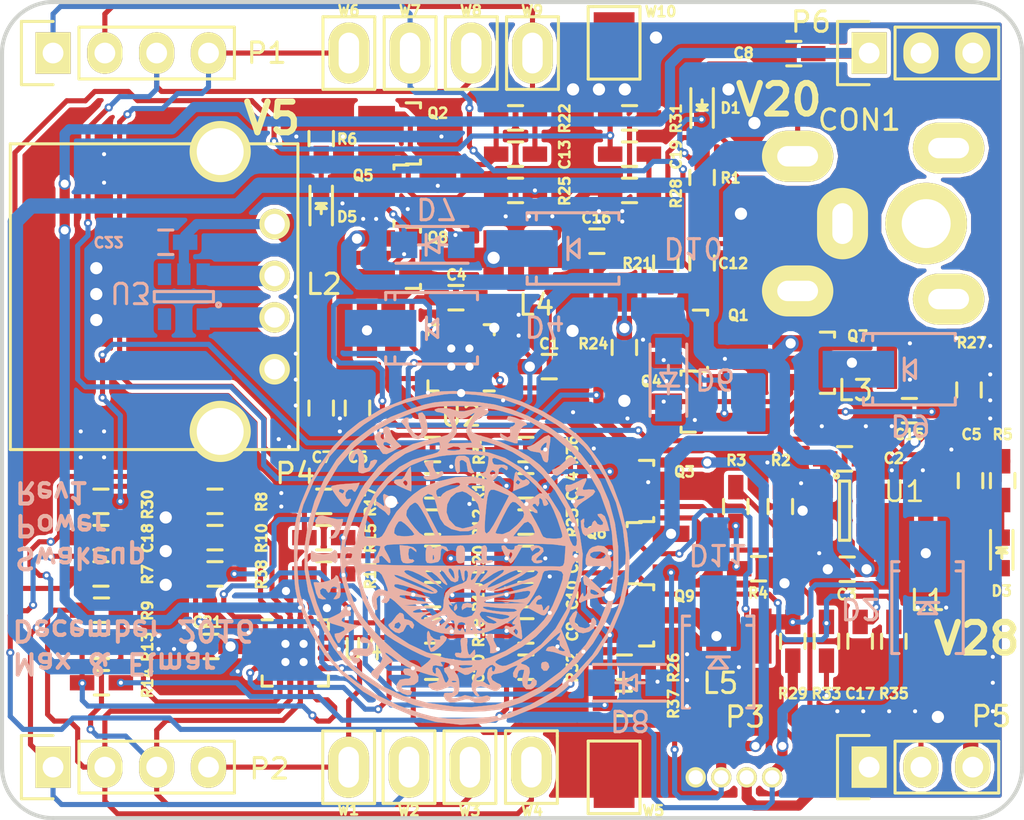
<source format=kicad_pcb>
(kicad_pcb (version 4) (host pcbnew 4.0.2+dfsg1-stable)
  (title_block (title "Power PCB for SwakeUp") (date 2017-01-03) (rev 1) (company "Uppsala University"))
  (layers (0 F.Cu signal) (31 B.Cu signal) (34 B.Paste user hide) (35 F.Paste user hide) (36 B.SilkS user) (37 F.SilkS user hide) (38 B.Mask user hide) (39 F.Mask user hide) (44 Edge.Cuts user))
  (net 0 "")
  (net 1 V20)
  (net 2 "Net-(C2-Pad1)")
  (net 3 "Net-(C2-Pad2)")
  (net 4 "Net-(C4-Pad1)")
  (net 5 "Net-(C4-Pad2)")
  (net 6 V28)
  (net 7 V5)
  (net 8 VOLED)
  (net 9 "Net-(C9-Pad1)")
  (net 10 "Net-(C10-Pad1)")
  (net 11 PWM_OLED)
  (net 12 "Net-(C12-Pad1)")
  (net 13 PWM_R)
  (net 14 "Net-(C13-Pad1)")
  (net 15 PWM_B)
  (net 16 "Net-(C14-Pad1)")
  (net 17 PWM_G)
  (net 18 LED_R)
  (net 19 LED_B)
  (net 20 LED_G)
  (net 21 "Net-(D1-Pad1)")
  (net 22 "Net-(D3-Pad1)")
  (net 23 "Net-(D5-Pad1)")
  (net 24 "Net-(D6-Pad2)")
  (net 25 "Net-(D6-Pad1)")
  (net 26 "Net-(D7-Pad2)")
  (net 27 "Net-(D7-Pad1)")
  (net 28 "Net-(D8-Pad2)")
  (net 29 "Net-(D8-Pad1)")
  (net 30 "Net-(D9-Pad1)")
  (net 31 "Net-(D10-Pad1)")
  (net 32 "Net-(D11-Pad1)")
  (net 33 ADC_R)
  (net 34 ADC_B)
  (net 35 ADC_G)
  (net 36 ADC_OLED)
  (net 37 LED_GND)
  (net 38 5V_EN)
  (net 39 "Net-(R2-Pad1)")
  (net 40 "Net-(R3-Pad2)")
  (net 41 "Net-(R7-Pad1)")
  (net 42 "Net-(R10-Pad2)")
  (net 43 "Net-(R12-Pad1)")
  (net 44 "Net-(R13-Pad1)")
  (net 45 "Net-(R15-Pad1)")
  (net 46 "Net-(R18-Pad2)")
  (net 47 "Net-(U2-Pad6)")
  (net 48 "Net-(U2-Pad7)")
  (net 49 "Net-(U3-Pad3)")
  (net 50 "Net-(U3-Pad4)")
  (net 51 "Net-(U4-Pad3)")
  (net 52 "Net-(U4-Pad10)")
  (net 53 "Net-(C15-Pad1)")
  (net 54 "Net-(C16-Pad1)")
  (net 55 "Net-(C17-Pad1)")
  (net 56 OPAMP_R_P)
  (net 57 OPAMP_B_P)
  (net 58 OPAMP_G_P)
  (net 59 D+)
  (net 60 D-)
  (net 61 "Net-(R33-Pad1)")
  (net 62 "Net-(R34-Pad1)")
  (net 63 "Net-(R37-Pad1)")
  (net 64 "Net-(U2-Pad8)")
  (module Additional:Via_GND_04 (layer F.Cu) (at 176.53 106.934)
    (fp_text reference REF** hide)
    (fp_text value Via_GND_04 hide)
    (pad 1 thru_hole circle (at 0 0) (size 0.4 0.4) (drill 0.2) (layers *.Cu) (net 37 LED_GND))
  )
  (module Additional:Via_GND_04 (layer F.Cu) (at 143.6878 109.728)
    (fp_text reference REF** hide)
    (fp_text value Via_GND_04 hide)
    (pad 1 thru_hole circle (at 0 0) (size 0.4 0.4) (drill 0.2) (layers *.Cu) (net 37 LED_GND))
  )
  (module Additional:Via_GND_06 (layer F.Cu) (at 145.923 114.7064)
    (fp_text reference REF** hide)
    (fp_text value Via_GND_04 hide)
    (pad 1 thru_hole circle (at 0 0) (size 0.6 0.6) (drill 0.4) (layers *.Cu) (net 37 LED_GND))
  )
  (module Additional:Via_GND_06 (layer F.Cu) (at 143.9164 113.8682)
    (fp_text reference REF** hide)
    (fp_text value Via_GND_04 hide)
    (pad 1 thru_hole circle (at 0 0) (size 0.6 0.6) (drill 0.4) (layers *.Cu) (net 37 LED_GND))
  )
  (module Additional:Via_GND_04 (layer F.Cu) (at 146.5072 116.713)
    (fp_text reference REF** hide)
    (fp_text value Via_GND_04 hide)
    (pad 1 thru_hole circle (at 0 0) (size 0.4 0.4) (drill 0.2) (layers *.Cu) (net 37 LED_GND))
  )
  (module Additional:Via_GND_04 (layer F.Cu) (at 158.496 116.84)
    (fp_text reference REF** hide)
    (fp_text value Via_GND_04 hide)
    (pad 1 thru_hole circle (at 0 0) (size 0.4 0.4) (drill 0.2) (layers *.Cu) (net 37 LED_GND))
  )
  (module Additional:Via_GND_04 (layer F.Cu) (at 160.782 118.618)
    (fp_text reference REF** hide)
    (fp_text value Via_GND_04 hide)
    (pad 1 thru_hole circle (at 0 0) (size 0.4 0.4) (drill 0.2) (layers *.Cu) (net 37 LED_GND))
  )
  (module Additional:Via_GND_04 (layer F.Cu) (at 144.399 99.441)
    (fp_text reference REF** hide)
    (fp_text value Via_GND_04 hide)
    (pad 1 thru_hole circle (at 0 0) (size 0.4 0.4) (drill 0.2) (layers *.Cu) (net 37 LED_GND))
  )
  (module Additional:Via_GND_04 (layer F.Cu) (at 144.4244 91.5924)
    (fp_text reference REF** hide)
    (fp_text value Via_GND_04 hide)
    (pad 1 thru_hole circle (at 0 0) (size 0.4 0.4) (drill 0.2) (layers *.Cu) (net 37 LED_GND))
  )
  (module Additional:Via_GND_04 (layer F.Cu) (at 146.7104 91.5924)
    (fp_text reference REF** hide)
    (fp_text value Via_GND_04 hide)
    (pad 1 thru_hole circle (at 0 0) (size 0.4 0.4) (drill 0.2) (layers *.Cu) (net 37 LED_GND))
  )
  (module Additional:Via_GND_04 (layer F.Cu) (at 152.019 107.7722)
    (fp_text reference REF** hide)
    (fp_text value Via_GND_04 hide)
    (pad 1 thru_hole circle (at 0 0) (size 0.4 0.4) (drill 0.2) (layers *.Cu) (net 37 LED_GND))
  )
  (module Additional:Via_GND_04 (layer F.Cu) (at 146.558 106.045)
    (fp_text reference REF** hide)
    (fp_text value Via_GND_04 hide)
    (pad 1 thru_hole circle (at 0 0) (size 0.4 0.4) (drill 0.2) (layers *.Cu) (net 37 LED_GND))
  )
  (module Additional:Via_GND_04 (layer F.Cu) (at 146.558 105.41)
    (fp_text reference REF** hide)
    (fp_text value Via_GND_04 hide)
    (pad 1 thru_hole circle (at 0 0) (size 0.4 0.4) (drill 0.2) (layers *.Cu) (net 37 LED_GND))
  )
  (module Additional:Via_GND_04 (layer F.Cu) (at 159.258 95.758)
    (fp_text reference REF** hide)
    (fp_text value Via_GND_04 hide)
    (pad 1 thru_hole circle (at 0 0) (size 0.4 0.4) (drill 0.2) (layers *.Cu) (net 37 LED_GND))
  )
  (module Additional:Via_GND_04 (layer F.Cu) (at 159.258 95.25)
    (fp_text reference REF** hide)
    (fp_text value Via_GND_04 hide)
    (pad 1 thru_hole circle (at 0 0) (size 0.4 0.4) (drill 0.2) (layers *.Cu) (net 37 LED_GND))
  )
  (module Additional:Via_GND_04 (layer F.Cu) (at 167.513 107.569)
    (fp_text reference REF** hide)
    (fp_text value Via_GND_04 hide)
    (pad 1 thru_hole circle (at 0 0) (size 0.4 0.4) (drill 0.2) (layers *.Cu) (net 37 LED_GND))
  )
  (module Additional:Via_GND_04 (layer F.Cu) (at 170.053 112.014)
    (fp_text reference REF** hide)
    (fp_text value Via_GND_04 hide)
    (pad 1 thru_hole circle (at 0 0) (size 0.4 0.4) (drill 0.2) (layers *.Cu) (net 37 LED_GND))
  )
  (module Additional:Via_GND_04 (layer F.Cu) (at 169.164 108.585)
    (fp_text reference REF** hide)
    (fp_text value Via_GND_04 hide)
    (pad 1 thru_hole circle (at 0 0) (size 0.4 0.4) (drill 0.2) (layers *.Cu) (net 37 LED_GND))
  )
  (module Additional:Via_GND_04 (layer F.Cu) (at 170.18 105.791)
    (fp_text reference REF** hide)
    (fp_text value Via_GND_04 hide)
    (pad 1 thru_hole circle (at 0 0) (size 0.4 0.4) (drill 0.2) (layers *.Cu) (net 37 LED_GND))
  )
  (module Additional:Via_GND_04 (layer F.Cu) (at 172.339 105.791)
    (fp_text reference REF** hide)
    (fp_text value Via_GND_04 hide)
    (pad 1 thru_hole circle (at 0 0) (size 0.4 0.4) (drill 0.2) (layers *.Cu) (net 37 LED_GND))
  )
  (module Additional:Via_GND_04 (layer F.Cu) (at 173.609 105.791)
    (fp_text reference REF** hide)
    (fp_text value Via_GND_04 hide)
    (pad 1 thru_hole circle (at 0 0) (size 0.4 0.4) (drill 0.2) (layers *.Cu) (net 37 LED_GND))
  )
  (module Additional:Via_GND_04 (layer F.Cu) (at 160.655 105.41)
    (fp_text reference REF** hide)
    (fp_text value Via_GND_04 hide)
    (pad 1 thru_hole circle (at 0 0) (size 0.4 0.4) (drill 0.2) (layers *.Cu) (net 37 LED_GND))
  )
  (module Additional:Via_GND_04 (layer F.Cu) (at 161.544 103.5812)
    (fp_text reference REF** hide)
    (fp_text value Via_GND_04 hide)
    (pad 1 thru_hole circle (at 0 0) (size 0.4 0.4) (drill 0.2) (layers *.Cu) (net 37 LED_GND))
  )
  (module Additional:Via_GND_04 (layer F.Cu) (at 155.702 107.823)
    (fp_text reference REF** hide)
    (fp_text value Via_GND_04 hide)
    (pad 1 thru_hole circle (at 0 0) (size 0.4 0.4) (drill 0.2) (layers *.Cu) (net 37 LED_GND))
  )
  (module Additional:Via_GND_04 (layer F.Cu) (at 144.0688 106.807)
    (fp_text reference REF** hide)
    (fp_text value Via_GND_04 hide)
    (pad 1 thru_hole circle (at 0 0) (size 0.4 0.4) (drill 0.2) (layers *.Cu) (net 37 LED_GND))
  )
  (module Additional:Via_GND_04 (layer F.Cu) (at 143.5608 106.426)
    (fp_text reference REF** hide)
    (fp_text value Via_GND_04 hide)
    (pad 1 thru_hole circle (at 0 0) (size 0.4 0.4) (drill 0.2) (layers *.Cu) (net 37 LED_GND))
  )
  (module Additional:Via_GND_04 (layer F.Cu) (at 143.6878 109.0676)
    (fp_text reference REF** hide)
    (fp_text value Via_GND_04 hide)
    (pad 1 thru_hole circle (at 0 0) (size 0.4 0.4) (drill 0.2) (layers *.Cu) (net 37 LED_GND))
  )
  (module Additional:Via_GND_04 (layer F.Cu) (at 141.5542 117.8052)
    (fp_text reference REF** hide)
    (fp_text value Via_GND_04 hide)
    (pad 1 thru_hole circle (at 0 0) (size 0.4 0.4) (drill 0.2) (layers *.Cu) (net 37 LED_GND))
  )
  (module Additional:Via_GND_04 (layer F.Cu) (at 142.0876 115.9002)
    (fp_text reference REF** hide)
    (fp_text value Via_GND_04 hide)
    (pad 1 thru_hole circle (at 0 0) (size 0.4 0.4) (drill 0.2) (layers *.Cu) (net 37 LED_GND))
  )
  (module Additional:Via_GND_06 (layer F.Cu) (at 152.019 102.87)
    (fp_text reference REF** hide)
    (fp_text value Via_GND_04 hide)
    (pad 1 thru_hole circle (at 0 0) (size 0.6 0.6) (drill 0.4) (layers *.Cu) (net 37 LED_GND))
  )
  (module Additional:Via_GND_06 (layer F.Cu) (at 152.908 102.87)
    (fp_text reference REF** hide)
    (fp_text value Via_GND_04 hide)
    (pad 1 thru_hole circle (at 0 0) (size 0.6 0.6) (drill 0.4) (layers *.Cu) (net 37 LED_GND))
  )
  (module Additional:Via_GND_06 (layer F.Cu) (at 152.908 101.981)
    (fp_text reference REF** hide)
    (fp_text value Via_GND_04 hide)
    (pad 1 thru_hole circle (at 0 0) (size 0.6 0.6) (drill 0.4) (layers *.Cu) (net 37 LED_GND))
  )
  (module Additional:Via_GND_06 (layer F.Cu) (at 152.019 101.981)
    (fp_text reference REF** hide)
    (fp_text value Via_GND_04 hide)
    (pad 1 thru_hole circle (at 0 0) (size 0.6 0.6) (drill 0.4) (layers *.Cu) (net 37 LED_GND))
  )
  (module Additional:Via_GND_06 (layer F.Cu) (at 144.78 117.348)
    (fp_text reference REF** hide)
    (fp_text value Via_GND_04 hide)
    (pad 1 thru_hole circle (at 0 0) (size 0.6 0.6) (drill 0.4) (layers *.Cu) (net 37 LED_GND))
  )
  (module Additional:Via_GND_06 (layer F.Cu) (at 143.891 117.348)
    (fp_text reference REF** hide)
    (fp_text value Via_GND_04 hide)
    (pad 1 thru_hole circle (at 0 0) (size 0.6 0.6) (drill 0.4) (layers *.Cu) (net 37 LED_GND))
  )
  (module Additional:Via_GND_06 (layer F.Cu) (at 144.78 116.459)
    (fp_text reference REF** hide)
    (fp_text value Via_GND_04 hide)
    (pad 1 thru_hole circle (at 0 0) (size 0.6 0.6) (drill 0.4) (layers *.Cu) (net 37 LED_GND))
  )
  (module Additional:Via_GND_04 (layer F.Cu) (at 161.417 101.5492)
    (fp_text reference REF** hide)
    (fp_text value Via_GND_04 hide)
    (pad 1 thru_hole circle (at 0 0) (size 0.4 0.4) (drill 0.2) (layers *.Cu) (net 37 LED_GND))
  )
  (module Additional:Via_GND_04 (layer F.Cu) (at 162.56 103.5812)
    (fp_text reference REF** hide)
    (fp_text value Via_GND_04 hide)
    (pad 1 thru_hole circle (at 0 0) (size 0.4 0.4) (drill 0.2) (layers *.Cu) (net 37 LED_GND))
  )
  (module Additional:Via_GND_04 (layer F.Cu) (at 163.576 103.8352)
    (fp_text reference REF** hide)
    (fp_text value Via_GND_04 hide)
    (pad 1 thru_hole circle (at 0 0) (size 0.4 0.4) (drill 0.2) (layers *.Cu) (net 37 LED_GND))
  )
  (module Additional:Via_GND_04 (layer F.Cu) (at 163.957 105.4862)
    (fp_text reference REF** hide)
    (fp_text value Via_GND_04 hide)
    (pad 1 thru_hole circle (at 0 0) (size 0.4 0.4) (drill 0.2) (layers *.Cu) (net 37 LED_GND))
  )
  (module Additional:Via_GND_04 (layer F.Cu) (at 161.671 108.5342)
    (fp_text reference REF** hide)
    (fp_text value Via_GND_04 hide)
    (pad 1 thru_hole circle (at 0 0) (size 0.4 0.4) (drill 0.2) (layers *.Cu) (net 37 LED_GND))
  )
  (module Additional:Via_GND_04 (layer F.Cu) (at 159.004 106.8832)
    (fp_text reference REF** hide)
    (fp_text value Via_GND_04 hide)
    (pad 1 thru_hole circle (at 0 0) (size 0.4 0.4) (drill 0.2) (layers *.Cu) (net 37 LED_GND))
  )
  (module Additional:Via_GND_04 (layer F.Cu) (at 157.988 105.1052)
    (fp_text reference REF** hide)
    (fp_text value Via_GND_04 hide)
    (pad 1 thru_hole circle (at 0 0) (size 0.4 0.4) (drill 0.2) (layers *.Cu) (net 37 LED_GND))
  )
  (module Additional:Via_GND_04 (layer F.Cu) (at 178.562 117.094)
    (fp_text reference REF** hide)
    (fp_text value Via_GND_04 hide)
    (pad 1 thru_hole circle (at 0 0) (size 0.4 0.4) (drill 0.2) (layers *.Cu) (net 37 LED_GND))
  )
  (module Additional:Via_GND_04 (layer F.Cu) (at 178.562 118.364)
    (fp_text reference REF** hide)
    (fp_text value Via_GND_04 hide)
    (pad 1 thru_hole circle (at 0 0) (size 0.4 0.4) (drill 0.2) (layers *.Cu) (net 37 LED_GND))
  )
  (module Additional:Via_GND_04 (layer F.Cu) (at 178.562 119.761)
    (fp_text reference REF** hide)
    (fp_text value Via_GND_04 hide)
    (pad 1 thru_hole circle (at 0 0) (size 0.4 0.4) (drill 0.2) (layers *.Cu) (net 37 LED_GND))
  )
  (module Additional:Via_GND_04 (layer F.Cu) (at 154.305 116.713)
    (fp_text reference REF** hide)
    (fp_text value Via_GND_04 hide)
    (pad 1 thru_hole circle (at 0 0) (size 0.4 0.4) (drill 0.2) (layers *.Cu) (net 37 LED_GND))
  )
  (module Additional:Via_GND_04 (layer F.Cu) (at 157.226 116.586)
    (fp_text reference REF** hide)
    (fp_text value Via_GND_04 hide)
    (pad 1 thru_hole circle (at 0 0) (size 0.4 0.4) (drill 0.2) (layers *.Cu) (net 37 LED_GND))
  )
  (module Additional:Via_GND_04 (layer F.Cu) (at 156.845 114.935)
    (fp_text reference REF** hide)
    (fp_text value Via_GND_04 hide)
    (pad 1 thru_hole circle (at 0 0) (size 0.4 0.4) (drill 0.2) (layers *.Cu) (net 37 LED_GND))
  )
  (module Additional:Via_GND_04 (layer F.Cu) (at 156.845 113.157)
    (fp_text reference REF** hide)
    (fp_text value Via_GND_04 hide)
    (pad 1 thru_hole circle (at 0 0) (size 0.4 0.4) (drill 0.2) (layers *.Cu) (net 37 LED_GND))
  )
  (module Additional:Via_GND_04 (layer F.Cu) (at 158.115 112.141)
    (fp_text reference REF** hide)
    (fp_text value Via_GND_04 hide)
    (pad 1 thru_hole circle (at 0 0) (size 0.4 0.4) (drill 0.2) (layers *.Cu) (net 37 LED_GND))
  )
  (module Additional:Via_GND_04 (layer F.Cu) (at 154.686 111.379)
    (fp_text reference REF** hide)
    (fp_text value Via_GND_04 hide)
    (pad 1 thru_hole circle (at 0 0) (size 0.4 0.4) (drill 0.2) (layers *.Cu) (net 37 LED_GND))
  )
  (module Additional:Via_GND_04 (layer F.Cu) (at 152.908 109.601)
    (fp_text reference REF** hide)
    (fp_text value Via_GND_04 hide)
    (pad 1 thru_hole circle (at 0 0) (size 0.4 0.4) (drill 0.2) (layers *.Cu) (net 37 LED_GND))
  )
  (module Additional:Via_GND_04 (layer F.Cu) (at 155.702 109.601)
    (fp_text reference REF** hide)
    (fp_text value Via_GND_04 hide)
    (pad 1 thru_hole circle (at 0 0) (size 0.4 0.4) (drill 0.2) (layers *.Cu) (net 37 LED_GND))
  )
  (module Additional:Via_GND_04 (layer F.Cu) (at 157.988 110.617)
    (fp_text reference REF** hide)
    (fp_text value Via_GND_04 hide)
    (pad 1 thru_hole circle (at 0 0) (size 0.4 0.4) (drill 0.2) (layers *.Cu) (net 37 LED_GND))
  )
  (module Additional:Via_GND_04 (layer F.Cu) (at 157.988 109.474)
    (fp_text reference REF** hide)
    (fp_text value Via_GND_04 hide)
    (pad 1 thru_hole circle (at 0 0) (size 0.4 0.4) (drill 0.2) (layers *.Cu) (net 37 LED_GND))
  )
  (module Additional:Via_GND_04 (layer F.Cu) (at 160.401 95.758)
    (fp_text reference REF** hide)
    (fp_text value Via_GND_04 hide)
    (pad 1 thru_hole circle (at 0 0) (size 0.4 0.4) (drill 0.2) (layers *.Cu) (net 37 LED_GND))
  )
  (module Additional:Via_GND_04 (layer F.Cu) (at 160.401 95.25)
    (fp_text reference REF** hide)
    (fp_text value Via_GND_04 hide)
    (pad 1 thru_hole circle (at 0 0) (size 0.4 0.4) (drill 0.2) (layers *.Cu) (net 37 LED_GND))
  )
  (module Additional:Via_GND_04 (layer F.Cu) (at 144.399 102.235)
    (fp_text reference REF** hide)
    (fp_text value Via_GND_04 hide)
    (pad 1 thru_hole circle (at 0 0) (size 0.4 0.4) (drill 0.2) (layers *.Cu) (net 37 LED_GND))
  )
  (module Additional:Via_GND_04 (layer F.Cu) (at 144.399 103.505)
    (fp_text reference REF** hide)
    (fp_text value Via_GND_04 hide)
    (pad 1 thru_hole circle (at 0 0) (size 0.4 0.4) (drill 0.2) (layers *.Cu) (net 37 LED_GND))
  )
  (module Additional:Via_GND_04 (layer F.Cu) (at 144.399 104.775)
    (fp_text reference REF** hide)
    (fp_text value Via_GND_04 hide)
    (pad 1 thru_hole circle (at 0 0) (size 0.4 0.4) (drill 0.2) (layers *.Cu) (net 37 LED_GND))
  )
  (module Additional:Via_GND_04 (layer F.Cu) (at 135.001 107.315)
    (fp_text reference REF** hide)
    (fp_text value Via_GND_04 hide)
    (pad 1 thru_hole circle (at 0 0) (size 0.4 0.4) (drill 0.2) (layers *.Cu) (net 37 LED_GND))
  )
  (module Additional:Via_GND_04 (layer F.Cu) (at 135.001 106.045)
    (fp_text reference REF** hide)
    (fp_text value Via_GND_04 hide)
    (pad 1 thru_hole circle (at 0 0) (size 0.4 0.4) (drill 0.2) (layers *.Cu) (net 37 LED_GND))
  )
  (module Additional:Via_GND_04 (layer F.Cu) (at 133.858 106.045)
    (fp_text reference REF** hide)
    (fp_text value Via_GND_04 hide)
    (pad 1 thru_hole circle (at 0 0) (size 0.4 0.4) (drill 0.2) (layers *.Cu) (net 37 LED_GND))
  )
  (module Additional:Via_GND_04 (layer F.Cu) (at 133.858 107.315)
    (fp_text reference REF** hide)
    (fp_text value Via_GND_04 hide)
    (pad 1 thru_hole circle (at 0 0) (size 0.4 0.4) (drill 0.2) (layers *.Cu) (net 37 LED_GND))
  )
  (module Additional:Via_GND_04 (layer F.Cu) (at 135.001 92.456)
    (fp_text reference REF** hide)
    (fp_text value Via_GND_04 hide)
    (pad 1 thru_hole circle (at 0 0) (size 0.4 0.4) (drill 0.2) (layers *.Cu) (net 37 LED_GND))
  )
  (module Additional:Via_GND_04 (layer F.Cu) (at 135.001 93.853)
    (fp_text reference REF** hide)
    (fp_text value Via_GND_04 hide)
    (pad 1 thru_hole circle (at 0 0) (size 0.4 0.4) (drill 0.2) (layers *.Cu) (net 37 LED_GND))
  )
  (module Additional:Via_GND_04 (layer F.Cu) (at 178.054 101.473)
    (fp_text reference REF** hide)
    (fp_text value Via_GND_04 hide)
    (pad 1 thru_hole circle (at 0 0) (size 0.4 0.4) (drill 0.2) (layers *.Cu) (net 37 LED_GND))
  )
  (module Additional:Via_GND_04 (layer F.Cu) (at 178.435 101.854)
    (fp_text reference REF** hide)
    (fp_text value Via_GND_04 hide)
    (pad 1 thru_hole circle (at 0 0) (size 0.4 0.4) (drill 0.2) (layers *.Cu) (net 37 LED_GND))
  )
  (module Additional:Via_GND_04 (layer F.Cu) (at 178.435 103.251)
    (fp_text reference REF** hide)
    (fp_text value Via_GND_04 hide)
    (pad 1 thru_hole circle (at 0 0) (size 0.4 0.4) (drill 0.2) (layers *.Cu) (net 37 LED_GND))
  )
  (module Additional:Via_GND_1 (layer F.Cu) (at 134.62 98.044)
    (fp_text reference REF** hide)
    (fp_text value Via_GND_1 hide)
    (pad 1 thru_hole circle (at 0 0) (size 1 1) (drill 0.6) (layers *.Cu) (net 37 LED_GND))
  )
  (module Additional:Via_GND_1 (layer F.Cu) (at 134.62 99.314)
    (fp_text reference REF** hide)
    (fp_text value Via_GND_1 hide)
    (pad 1 thru_hole circle (at 0 0) (size 1 1) (drill 0.6) (layers *.Cu) (net 37 LED_GND))
  )
  (module Additional:Via_GND_1 (layer F.Cu) (at 134.62 100.584)
    (fp_text reference REF** hide)
    (fp_text value Via_GND_1 hide)
    (pad 1 thru_hole circle (at 0 0) (size 1 1) (drill 0.6) (layers *.Cu) (net 37 LED_GND))
  )
  (module Additional:Via_GND_04 (layer F.Cu) (at 155.321 100.33)
    (fp_text reference REF** hide)
    (fp_text value Via_GND_04 hide)
    (pad 1 thru_hole circle (at 0 0) (size 0.4 0.4) (drill 0.2) (layers *.Cu) (net 37 LED_GND))
  )
  (module Additional:Via_GND_1 (layer F.Cu) (at 166.878 90.932)
    (fp_text reference REF** hide)
    (fp_text value Via_GND_1 hide)
    (pad 1 thru_hole circle (at 0 0) (size 1 1) (drill 0.6) (layers *.Cu) (net 37 LED_GND))
  )
  (module Additional:Via_GND_1 (layer F.Cu) (at 165.608 89.281)
    (fp_text reference REF** hide)
    (fp_text value Via_GND_1 hide)
    (pad 1 thru_hole circle (at 0 0) (size 1 1) (drill 0.6) (layers *.Cu) (net 37 LED_GND))
  )
  (module Additional:Via_GND_1 (layer F.Cu) (at 162.052 86.741)
    (fp_text reference REF** hide)
    (fp_text value Via_GND_1 hide)
    (pad 1 thru_hole circle (at 0 0) (size 1 1) (drill 0.6) (layers *.Cu) (net 37 LED_GND))
  )
  (module Additional:Via_GND_1 (layer F.Cu) (at 160.528 89.281)
    (fp_text reference REF** hide)
    (fp_text value Via_GND_1 hide)
    (pad 1 thru_hole circle (at 0 0) (size 1 1) (drill 0.6) (layers *.Cu) (net 37 LED_GND))
  )
  (module Additional:Via_GND_1 (layer F.Cu) (at 159.258 89.281)
    (fp_text reference REF** hide)
    (fp_text value Via_GND_1 hide)
    (pad 1 thru_hole circle (at 0 0) (size 1 1) (drill 0.6) (layers *.Cu) (net 37 LED_GND))
  )
  (module Additional:Via_GND_04 (layer F.Cu) (at 151.5364 91.5924)
    (fp_text reference REF** hide)
    (fp_text value Via_GND_04 hide)
    (pad 1 thru_hole circle (at 0 0) (size 0.4 0.4) (drill 0.2) (layers *.Cu) (net 37 LED_GND))
  )
  (module Additional:Via_GND_04 (layer F.Cu) (at 146.685 94.869)
    (fp_text reference REF** hide)
    (fp_text value Via_GND_04 hide)
    (pad 1 thru_hole circle (at 0 0) (size 0.4 0.4) (drill 0.2) (layers *.Cu) (net 37 LED_GND))
  )
  (module Additional:Via_GND_04 (layer F.Cu) (at 147.701 95.631)
    (fp_text reference REF** hide)
    (fp_text value Via_GND_04 hide)
    (pad 1 thru_hole circle (at 0 0) (size 0.4 0.4) (drill 0.2) (layers *.Cu) (net 37 LED_GND))
  )
  (module Additional:Via_GND_04 (layer F.Cu) (at 156.972 95.504)
    (fp_text reference REF** hide)
    (fp_text value Via_GND_04 hide)
    (pad 1 thru_hole circle (at 0 0) (size 0.4 0.4) (drill 0.2) (layers *.Cu) (net 37 LED_GND))
  )
  (module Additional:Via_GND_04 (layer F.Cu) (at 155.829 95.504)
    (fp_text reference REF** hide)
    (fp_text value Via_GND_04 hide)
    (pad 1 thru_hole circle (at 0 0) (size 0.4 0.4) (drill 0.2) (layers *.Cu) (net 37 LED_GND))
  )
  (module Additional:Via_GND_04 (layer F.Cu) (at 154.686 95.504)
    (fp_text reference REF** hide)
    (fp_text value Via_GND_04 hide)
    (pad 1 thru_hole circle (at 0 0) (size 0.4 0.4) (drill 0.2) (layers *.Cu) (net 37 LED_GND))
  )
  (module Additional:Via_GND_04 (layer F.Cu) (at 149.8854 95.1484)
    (fp_text reference REF** hide)
    (fp_text value Via_GND_04 hide)
    (pad 1 thru_hole circle (at 0 0) (size 0.4 0.4) (drill 0.2) (layers *.Cu) (net 37 LED_GND))
  )
  (module Additional:Via_GND_04 (layer F.Cu) (at 148.336 95.631)
    (fp_text reference REF** hide)
    (fp_text value Via_GND_04 hide)
    (pad 1 thru_hole circle (at 0 0) (size 0.4 0.4) (drill 0.2) (layers *.Cu) (net 37 LED_GND))
  )
  (module Additional:Via_GND_04 (layer F.Cu) (at 138.9126 115.6462)
    (fp_text reference REF** hide)
    (fp_text value Via_GND_04 hide)
    (pad 1 thru_hole circle (at 0 0) (size 0.4 0.4) (drill 0.2) (layers *.Cu) (net 37 LED_GND))
  )
  (module Additional:Via_GND_04 (layer F.Cu) (at 138.43 116.713)
    (fp_text reference REF** hide)
    (fp_text value Via_GND_04 hide)
    (pad 1 thru_hole circle (at 0 0) (size 0.4 0.4) (drill 0.2) (layers *.Cu) (net 37 LED_GND))
  )
  (module Additional:Via_GND_04 (layer F.Cu) (at 154.559 104.521)
    (fp_text reference REF** hide)
    (fp_text value Via_GND_04 hide)
    (pad 1 thru_hole circle (at 0 0) (size 0.4 0.4) (drill 0.2) (layers *.Cu) (net 37 LED_GND))
  )
  (module Additional:Via_GND_04 (layer F.Cu) (at 150.876 104.14)
    (fp_text reference REF** hide)
    (fp_text value Via_GND_04 hide)
    (pad 1 thru_hole circle (at 0 0) (size 0.4 0.4) (drill 0.2) (layers *.Cu) (net 37 LED_GND))
  )
  (module Additional:Via_GND_04 (layer F.Cu) (at 178.435 105.41)
    (fp_text reference REF** hide)
    (fp_text value Via_GND_04 hide)
    (pad 1 thru_hole circle (at 0 0) (size 0.4 0.4) (drill 0.2) (layers *.Cu) (net 37 LED_GND))
  )
  (module Additional:Via_GND_04 (layer F.Cu) (at 178.435 104.521)
    (fp_text reference REF** hide)
    (fp_text value Via_GND_04 hide)
    (pad 1 thru_hole circle (at 0 0) (size 0.4 0.4) (drill 0.2) (layers *.Cu) (net 37 LED_GND))
  )
  (module Additional:Via_GND_04 (layer F.Cu) (at 176.784 101.473)
    (fp_text reference REF** hide)
    (fp_text value Via_GND_04 hide)
    (pad 1 thru_hole circle (at 0 0) (size 0.4 0.4) (drill 0.2) (layers *.Cu) (net 37 LED_GND))
  )
  (module Additional:Via_GND_04 (layer F.Cu) (at 174.498 101.727)
    (fp_text reference REF** hide)
    (fp_text value Via_GND_04 hide)
    (pad 1 thru_hole circle (at 0 0) (size 0.4 0.4) (drill 0.2) (layers *.Cu) (net 37 LED_GND))
  )
  (module Additional:Via_GND_04 (layer F.Cu) (at 174.498 103.505)
    (fp_text reference REF** hide)
    (fp_text value Via_GND_04 hide)
    (pad 1 thru_hole circle (at 0 0) (size 0.4 0.4) (drill 0.2) (layers *.Cu) (net 37 LED_GND))
  )
  (module Additional:Via_GND_04 (layer F.Cu) (at 173.609 107.95)
    (fp_text reference REF** hide)
    (fp_text value Via_GND_04 hide)
    (pad 1 thru_hole circle (at 0 0) (size 0.4 0.4) (drill 0.2) (layers *.Cu) (net 37 LED_GND))
  )
  (module Additional:Via_GND_04 (layer F.Cu) (at 175.133 107.95)
    (fp_text reference REF** hide)
    (fp_text value Via_GND_04 hide)
    (pad 1 thru_hole circle (at 0 0) (size 0.4 0.4) (drill 0.2) (layers *.Cu) (net 37 LED_GND))
  )
  (module Additional:Via_GND_04 (layer F.Cu) (at 170.942 119.761)
    (fp_text reference REF** hide)
    (fp_text value Via_GND_04 hide)
    (pad 1 thru_hole circle (at 0 0) (size 0.4 0.4) (drill 0.2) (layers *.Cu) (net 37 LED_GND))
  )
  (module Additional:Via_GND_04 (layer F.Cu) (at 172.212 119.761)
    (fp_text reference REF** hide)
    (fp_text value Via_GND_04 hide)
    (pad 1 thru_hole circle (at 0 0) (size 0.4 0.4) (drill 0.2) (layers *.Cu) (net 37 LED_GND))
  )
  (module Additional:Via_GND_04 (layer F.Cu) (at 173.482 119.761)
    (fp_text reference REF** hide)
    (fp_text value Via_GND_04 hide)
    (pad 1 thru_hole circle (at 0 0) (size 0.4 0.4) (drill 0.2) (layers *.Cu) (net 37 LED_GND))
  )
  (module Additional:Via_GND_04 (layer F.Cu) (at 174.752 119.761)
    (fp_text reference REF** hide)
    (fp_text value Via_GND_04 hide)
    (pad 1 thru_hole circle (at 0 0) (size 0.4 0.4) (drill 0.2) (layers *.Cu) (net 37 LED_GND))
  )
  (module Additional:Via_GND_04 (layer F.Cu) (at 176.276 114.681)
    (fp_text reference REF** hide)
    (fp_text value Via_GND_04 hide)
    (pad 1 thru_hole circle (at 0 0) (size 0.4 0.4) (drill 0.2) (layers *.Cu) (net 37 LED_GND))
  )
  (module Additional:Via_GND_04 (layer F.Cu) (at 174.879 114.681)
    (fp_text reference REF** hide)
    (fp_text value Via_GND_04 hide)
    (pad 1 thru_hole circle (at 0 0) (size 0.4 0.4) (drill 0.2) (layers *.Cu) (net 37 LED_GND))
  )
  (module Additional:Via_GND_04 (layer F.Cu) (at 166.116 117.602)
    (fp_text reference REF** hide)
    (fp_text value Via_GND_04 hide)
    (pad 1 thru_hole circle (at 0 0) (size 0.4 0.4) (drill 0.2) (layers *.Cu) (net 37 LED_GND))
  )
  (module Additional:Via_GND_04 (layer F.Cu) (at 163.576 119.507)
    (fp_text reference REF** hide)
    (fp_text value Via_GND_04 hide)
    (pad 1 thru_hole circle (at 0 0) (size 0.4 0.4) (drill 0.2) (layers *.Cu) (net 37 LED_GND))
  )
  (module Additional:Via_GND_04 (layer F.Cu) (at 163.576 118.237)
    (fp_text reference REF** hide)
    (fp_text value Via_GND_04 hide)
    (pad 1 thru_hole circle (at 0 0) (size 0.4 0.4) (drill 0.2) (layers *.Cu) (net 37 LED_GND))
  )
  (module Additional:Via_GND_04 (layer F.Cu) (at 163.576 116.967)
    (fp_text reference REF** hide)
    (fp_text value Via_GND_04 hide)
    (pad 1 thru_hole circle (at 0 0) (size 0.4 0.4) (drill 0.2) (layers *.Cu) (net 37 LED_GND))
  )
  (module Additional:Via_GND_04 (layer F.Cu) (at 137.668 116.078)
    (fp_text reference REF** hide)
    (fp_text value Via_GND_04 hide)
    (pad 1 thru_hole circle (at 0 0) (size 0.4 0.4) (drill 0.2) (layers *.Cu) (net 37 LED_GND))
  )
  (module Additional:Via_GND_1 (layer F.Cu) (at 175.8696 120.0404)
    (fp_text reference REF** hide)
    (fp_text value Via_GND_1 hide)
    (pad 1 thru_hole circle (at 0 0) (size 1 1) (drill 0.6) (layers *.Cu) (net 37 LED_GND))
  )
  (module Additional:Via_GND_1 (layer F.Cu) (at 160.5026 104.5464)
    (fp_text reference REF** hide)
    (fp_text value Via_GND_1 hide)
    (pad 1 thru_hole circle (at 0 0) (size 1 1) (drill 0.6) (layers *.Cu) (net 37 LED_GND))
  )
  (module Additional:Via_GND_1 (layer F.Cu) (at 157.9626 101.1174)
    (fp_text reference REF** hide)
    (fp_text value Via_GND_1 hide)
    (pad 1 thru_hole circle (at 0 0) (size 1 1) (drill 0.6) (layers *.Cu) (net 37 LED_GND))
  )
  (module Additional:Via_GND_1 (layer F.Cu) (at 157.988 89.281)
    (fp_text reference REF** hide)
    (fp_text value Via_GND_1 hide)
    (pad 1 thru_hole circle (at 0 0) (size 1 1) (drill 0.6) (layers *.Cu) (net 37 LED_GND))
  )
  (module Additional:Via_GND_1 (layer F.Cu) (at 149.0726 109.4994)
    (fp_text reference REF** hide)
    (fp_text value Via_GND_1 hide)
    (pad 1 thru_hole circle (at 0 0) (size 1 1) (drill 0.6) (layers *.Cu) (net 37 LED_GND))
  )
  (module Additional:Via_GND_1 (layer F.Cu) (at 138.0236 113.5634)
    (fp_text reference REF** hide)
    (fp_text value Via_GND_1 hide)
    (pad 1 thru_hole circle (at 0 0) (size 1 1) (drill 0.6) (layers *.Cu) (net 37 LED_GND))
  )
  (module Additional:Via_GND_1 (layer F.Cu) (at 138.0236 110.2614)
    (fp_text reference REF** hide)
    (fp_text value Via_GND_1 hide)
    (pad 1 thru_hole circle (at 0 0) (size 1 1) (drill 0.6) (layers *.Cu) (net 37 LED_GND))
  )
  (module Diodes_SMD:SMA_Handsoldering (layer B.Cu) (at 174.4726 102.997)
    (fp_text reference D9 hide)
    (fp_text value VS-10MQ060NPbF)
    (pad 1 smd rect (at -2.49936 0) (size 3.50012 1.80086) (layers B.Cu B.Paste B.Mask) (net 30 "Net-(D9-Pad1)"))
    (pad 2 smd rect (at 2.49936 0) (size 3.50012 1.80086) (layers B.Cu B.Paste B.Mask) (net 37 LED_GND))
  )
  (module Additional:R_0603_HandSoldering_Same_As_C (layer F.Cu) (at 177.3936 104.013 90)
    (fp_text reference R27 (at 2.3114 0.127 180) (layer F.SilkS) (effects (font (size 0.5 0.5) (thickness 0.125))))
    (fp_text value 0.1R)
    (pad 1 smd rect (at -0.95 0 90) (size 1.2 0.75) (layers F.Cu F.Paste F.Mask) (net 18 LED_R))
    (pad 2 smd rect (at 0.95 0 90) (size 1.2 0.75) (layers F.Cu F.Paste F.Mask) (net 53 "Net-(C15-Pad1)"))
  )
  (module Additional:R_0603_HandSoldering_Same_As_C (layer F.Cu) (at 145.7706 109.474 180)
    (fp_text reference R17 (at -2.286 -0.0254 270) (layer F.SilkS) (effects (font (size 0.5 0.5) (thickness 0.125))))
    (fp_text value 3.3k)
    (pad 1 smd rect (at -0.95 0 180) (size 1.2 0.75) (layers F.Cu F.Paste F.Mask) (net 37 LED_GND))
    (pad 2 smd rect (at 0.95 0 180) (size 1.2 0.75) (layers F.Cu F.Paste F.Mask) (net 45 "Net-(R15-Pad1)"))
  )
  (module Additional:QFN-16-1EP_3x3mm_Pitch0.5mm (layer F.Cu) (at 144.3736 116.9035)
    (fp_text reference U4 (at 3.302 -0.1651) (layer F.SilkS))
    (fp_text value LM324QT)
    (pad 1 smd oval (at -1.475 -0.75) (size 0.75 0.3) (layers F.Cu F.Paste F.Mask) (net 61 "Net-(R33-Pad1)"))
    (pad 2 smd oval (at -1.475 -0.25) (size 0.75 0.3) (layers F.Cu F.Paste F.Mask) (net 1 V20))
    (pad 3 smd oval (at -1.475 0.25) (size 0.75 0.3) (layers F.Cu F.Paste F.Mask) (net 51 "Net-(U4-Pad3)"))
    (pad 4 smd oval (at -1.475 0.75) (size 0.75 0.3) (layers F.Cu F.Paste F.Mask) (net 62 "Net-(R34-Pad1)"))
    (pad 5 smd oval (at -0.75 1.475 90) (size 0.75 0.3) (layers F.Cu F.Paste F.Mask) (net 41 "Net-(R7-Pad1)"))
    (pad 6 smd oval (at -0.25 1.475 90) (size 0.75 0.3) (layers F.Cu F.Paste F.Mask) (net 34 ADC_B))
    (pad 7 smd oval (at 0.25 1.475 90) (size 0.75 0.3) (layers F.Cu F.Paste F.Mask) (net 35 ADC_G))
    (pad 8 smd oval (at 0.75 1.475 90) (size 0.75 0.3) (layers F.Cu F.Paste F.Mask) (net 44 "Net-(R13-Pad1)"))
    (pad 9 smd oval (at 1.475 0.75) (size 0.75 0.3) (layers F.Cu F.Paste F.Mask) (net 63 "Net-(R37-Pad1)"))
    (pad 10 smd oval (at 1.475 0.25) (size 0.75 0.3) (layers F.Cu F.Paste F.Mask) (net 52 "Net-(U4-Pad10)"))
    (pad 11 smd oval (at 1.475 -0.25) (size 0.75 0.3) (layers F.Cu F.Paste F.Mask) (net 37 LED_GND))
    (pad 12 smd oval (at 1.475 -0.75) (size 0.75 0.3) (layers F.Cu F.Paste F.Mask) (net 46 "Net-(R18-Pad2)"))
    (pad 13 smd oval (at 0.75 -1.475 90) (size 0.75 0.3) (layers F.Cu F.Paste F.Mask) (net 43 "Net-(R12-Pad1)"))
    (pad 14 smd oval (at 0.25 -1.475 90) (size 0.75 0.3) (layers F.Cu F.Paste F.Mask) (net 8 VOLED))
    (pad 15 smd oval (at -0.25 -1.475 90) (size 0.75 0.3) (layers F.Cu F.Paste F.Mask) (net 33 ADC_R))
    (pad 16 smd oval (at -0.75 -1.475 90) (size 0.75 0.3) (layers F.Cu F.Paste F.Mask) (net 42 "Net-(R10-Pad2)"))
    (pad 17 smd rect (at 0.45 0.45) (size 0.9 0.9) (layers F.Cu F.Paste F.Mask))
    (pad 17 smd rect (at 0.45 -0.45) (size 0.9 0.9) (layers F.Cu F.Paste F.Mask))
    (pad 17 smd rect (at -0.45 0.45) (size 0.9 0.9) (layers F.Cu F.Paste F.Mask))
    (pad 17 smd rect (at -0.45 -0.45) (size 0.9 0.9) (layers F.Cu F.Paste F.Mask))
  )
  (module Additional:QFN-16-1EP_3x3mm_Pitch0.5mm (layer F.Cu) (at 152.5016 102.4382 180)
    (fp_text reference U2 (at 0 -2.85 180) (layer F.SilkS))
    (fp_text value TS30012)
    (pad 1 smd oval (at -1.475 -0.75 180) (size 0.75 0.3) (layers F.Cu F.Paste F.Mask) (net 5 "Net-(C4-Pad2)"))
    (pad 2 smd oval (at -1.475 -0.25 180) (size 0.75 0.3) (layers F.Cu F.Paste F.Mask) (net 1 V20))
    (pad 3 smd oval (at -1.475 0.25 180) (size 0.75 0.3) (layers F.Cu F.Paste F.Mask) (net 1 V20))
    (pad 4 smd oval (at -1.475 0.75 180) (size 0.75 0.3) (layers F.Cu F.Paste F.Mask) (net 37 LED_GND))
    (pad 5 smd oval (at -0.75 1.475 270) (size 0.75 0.3) (layers F.Cu F.Paste F.Mask) (net 5 "Net-(C4-Pad2)"))
    (pad 6 smd oval (at -0.25 1.475 270) (size 0.75 0.3) (layers F.Cu F.Paste F.Mask) (net 47 "Net-(U2-Pad6)"))
    (pad 7 smd oval (at 0.25 1.475 270) (size 0.75 0.3) (layers F.Cu F.Paste F.Mask) (net 48 "Net-(U2-Pad7)"))
    (pad 8 smd oval (at 0.75 1.475 270) (size 0.75 0.3) (layers F.Cu F.Paste F.Mask) (net 64 "Net-(U2-Pad8)"))
    (pad 9 smd oval (at 1.475 0.75 180) (size 0.75 0.3) (layers F.Cu F.Paste F.Mask) (net 38 5V_EN))
    (pad 10 smd oval (at 1.475 0.25 180) (size 0.75 0.3) (layers F.Cu F.Paste F.Mask) (net 4 "Net-(C4-Pad1)"))
    (pad 11 smd oval (at 1.475 -0.25 180) (size 0.75 0.3) (layers F.Cu F.Paste F.Mask) (net 1 V20))
    (pad 12 smd oval (at 1.475 -0.75 180) (size 0.75 0.3) (layers F.Cu F.Paste F.Mask) (net 5 "Net-(C4-Pad2)"))
    (pad 13 smd oval (at 0.75 -1.475 270) (size 0.75 0.3) (layers F.Cu F.Paste F.Mask) (net 5 "Net-(C4-Pad2)"))
    (pad 14 smd oval (at 0.25 -1.475 270) (size 0.75 0.3) (layers F.Cu F.Paste F.Mask) (net 37 LED_GND))
    (pad 15 smd oval (at -0.25 -1.475 270) (size 0.75 0.3) (layers F.Cu F.Paste F.Mask) (net 37 LED_GND))
    (pad 16 smd oval (at -0.75 -1.475 270) (size 0.75 0.3) (layers F.Cu F.Paste F.Mask) (net 5 "Net-(C4-Pad2)"))
    (pad 17 smd rect (at 0.45 0.45 180) (size 0.9 0.9) (layers F.Cu F.Paste F.Mask))
    (pad 17 smd rect (at 0.45 -0.45 180) (size 0.9 0.9) (layers F.Cu F.Paste F.Mask))
    (pad 17 smd rect (at -0.45 0.45 180) (size 0.9 0.9) (layers F.Cu F.Paste F.Mask))
    (pad 17 smd rect (at -0.45 -0.45 180) (size 0.9 0.9) (layers F.Cu F.Paste F.Mask))
  )
  (module Connect:USB_A (layer F.Cu) (at 143.3576 95.885 270)
    (fp_text reference P4 (at 12.2174 -1.016 360) (layer F.SilkS))
    (fp_text value USB_A)
    (pad 4 thru_hole circle (at 7.11286 -0.00212 180) (size 1.50114 1.50114) (drill 1.00076) (layers *.Cu *.Mask F.SilkS) (net 37 LED_GND))
    (pad 3 thru_hole circle (at 4.57286 -0.00212 180) (size 1.50114 1.50114) (drill 1.00076) (layers *.Cu *.Mask F.SilkS) (net 59 D+))
    (pad 2 thru_hole circle (at 2.54086 -0.00212 180) (size 1.50114 1.50114) (drill 1.00076) (layers *.Cu *.Mask F.SilkS) (net 60 D-))
    (pad 1 thru_hole circle (at 0.00086 -0.00212 180) (size 1.50114 1.50114) (drill 1.00076) (layers *.Cu *.Mask F.SilkS) (net 7 V5))
    (pad 5 thru_hole circle (at 10.16086 2.66488 180) (size 2.99974 2.99974) (drill 2.30124) (layers *.Cu *.Mask F.SilkS) (net 37 LED_GND))
    (pad 5 thru_hole circle (at -3.55514 2.66488 180) (size 2.99974 2.99974) (drill 2.30124) (layers *.Cu *.Mask F.SilkS) (net 37 LED_GND))
  )
  (module Diodes_SMD:SMA_Handsoldering (layer B.Cu) (at 151.0538 100.9904)
    (fp_text reference D4 hide)
    (fp_text value VS-10MQ060NPbF)
    (pad 1 smd rect (at -2.49936 0) (size 3.50012 1.80086) (layers B.Cu B.Paste B.Mask) (net 5 "Net-(C4-Pad2)"))
    (pad 2 smd rect (at 2.49936 0) (size 3.50012 1.80086) (layers B.Cu B.Paste B.Mask) (net 37 LED_GND))
  )
  (module Additional:GND_PROBE (layer F.Cu) (at 160 87)
    (fp_text reference W10 (at 2.2806 -1.529) (layer F.SilkS) (effects (font (size 0.5 0.5) (thickness 0.125))))
    (fp_text value TEST_1P)
    (pad 1 smd rect (at 0 0) (size 2 3) (layers F.Cu F.Paste F.Mask) (net 37 LED_GND))
  )
  (module Additional:GND_PROBE (layer F.Cu) (at 160 123)
    (fp_text reference W5 (at 1.925 1.6378) (layer F.SilkS) (effects (font (size 0.5 0.5) (thickness 0.125))))
    (fp_text value TEST_1P)
    (pad 1 smd rect (at 0 0) (size 2 3) (layers F.Cu F.Paste F.Mask) (net 37 LED_GND))
  )
  (module Additional:TP_PROBE (layer F.Cu) (at 153 87.5)
    (fp_text reference W8 (at -0.0158 -2.0798) (layer F.SilkS) (effects (font (size 0.5 0.5) (thickness 0.125))))
    (fp_text value TEST_1P)
    (pad 1 thru_hole oval (at 0 0) (size 2 3) (drill oval 1 2) (layers *.Cu *.Mask F.SilkS) (net 17 PWM_G))
  )
  (module Additional:TP_PROBE (layer F.Cu) (at 156 87.5)
    (fp_text reference W9 (at -0.0186 -2.0798) (layer F.SilkS) (effects (font (size 0.5 0.5) (thickness 0.125))))
    (fp_text value TEST_1P)
    (pad 1 thru_hole oval (at 0 0) (size 2 3) (drill oval 1 2) (layers *.Cu *.Mask F.SilkS) (net 15 PWM_B))
  )
  (module Additional:TP_PROBE (layer F.Cu) (at 150 87.5)
    (fp_text reference W7 (at -0.013 -2.0798) (layer F.SilkS) (effects (font (size 0.5 0.5) (thickness 0.125))))
    (fp_text value TEST_1P)
    (pad 1 thru_hole oval (at 0 0) (size 2 3) (drill oval 1 2) (layers *.Cu *.Mask F.SilkS) (net 13 PWM_R))
  )
  (module Additional:TP_PROBE (layer F.Cu) (at 147 87.5)
    (fp_text reference W6 (at -0.0102 -2.0798) (layer F.SilkS) (effects (font (size 0.5 0.5) (thickness 0.125))))
    (fp_text value TEST_1P)
    (pad 1 thru_hole oval (at 0 0) (size 2 3) (drill oval 1 2) (layers *.Cu *.Mask F.SilkS) (net 11 PWM_OLED))
  )
  (module Additional:TP_PROBE (layer F.Cu) (at 152.9334 122.5042)
    (fp_text reference W3 (at -0.013 2.1378) (layer F.SilkS) (effects (font (size 0.5 0.5) (thickness 0.125))))
    (fp_text value TEST_1P)
    (pad 1 thru_hole oval (at 0 0) (size 2 3) (drill oval 1 2) (layers *.Cu *.Mask F.SilkS) (net 35 ADC_G))
  )
  (module Additional:TP_PROBE (layer F.Cu) (at 155.9464 122.5)
    (fp_text reference W4 (at 0.035 2.1378) (layer F.SilkS) (effects (font (size 0.5 0.5) (thickness 0.125))))
    (fp_text value TEST_1P)
    (pad 1 thru_hole oval (at 0 0) (size 2 3) (drill oval 1 2) (layers *.Cu *.Mask F.SilkS) (net 34 ADC_B))
  )
  (module Additional:TP_PROBE (layer F.Cu) (at 149.9464 122.5)
    (fp_text reference W2 (at -0.0102 2.1378) (layer F.SilkS) (effects (font (size 0.5 0.5) (thickness 0.125))))
    (fp_text value TEST_1P)
    (pad 1 thru_hole oval (at 0 0) (size 2 3) (drill oval 1 2) (layers *.Cu *.Mask F.SilkS) (net 33 ADC_R))
  )
  (module Additional:TP_PROBE (layer F.Cu) (at 146.9898 122.5042 180)
    (fp_text reference W1 (at 0.0186 -2.087 180) (layer F.SilkS) (effects (font (size 0.5 0.5) (thickness 0.125))))
    (fp_text value TEST_1P)
    (pad 1 thru_hole oval (at 0 0 180) (size 2 3) (drill oval 1 2) (layers *.Cu *.Mask F.SilkS) (net 36 ADC_OLED))
  )
  (module TO_SOT_Packages_SMD:SOT-23-6 (layer F.Cu) (at 171.2976 109.9312)
    (fp_text reference U1 (at 2.921 -0.9398) (layer F.SilkS) (effects (font (thickness 0.125))))
    (fp_text value LM2840)
    (pad 1 smd rect (at -1.1 -0.95) (size 1.06 0.65) (layers F.Cu F.Paste F.Mask) (net 3 "Net-(C2-Pad2)"))
    (pad 2 smd rect (at -1.1 0) (size 1.06 0.65) (layers F.Cu F.Paste F.Mask) (net 37 LED_GND))
    (pad 3 smd rect (at -1.1 0.95) (size 1.06 0.65) (layers F.Cu F.Paste F.Mask) (net 39 "Net-(R2-Pad1)"))
    (pad 4 smd rect (at 1.1 0.95) (size 1.06 0.65) (layers F.Cu F.Paste F.Mask) (net 1 V20))
    (pad 6 smd rect (at 1.1 -0.95) (size 1.06 0.65) (layers F.Cu F.Paste F.Mask) (net 2 "Net-(C2-Pad1)"))
    (pad 5 smd rect (at 1.1 0) (size 1.06 0.65) (layers F.Cu F.Paste F.Mask) (net 1 V20))
  )
  (module TO_SOT_Packages_SMD:SOT-23_Handsoldering (layer F.Cu) (at 161.29 115.062 270)
    (fp_text reference Q9 (at -0.9398 -2.159 360) (layer F.SilkS) (effects (font (size 0.5 0.5) (thickness 0.125))))
    (fp_text value DMG2305UX)
    (pad 1 smd rect (at -0.95 1.50114 270) (size 0.8001 1.80086) (layers F.Cu F.Paste F.Mask) (net 1 V20))
    (pad 2 smd rect (at 0.95 1.50114 270) (size 0.8001 1.80086) (layers F.Cu F.Paste F.Mask) (net 28 "Net-(D8-Pad2)"))
    (pad 3 smd rect (at 0 -1.50114 270) (size 0.8001 1.80086) (layers F.Cu F.Paste F.Mask) (net 32 "Net-(D11-Pad1)"))
  )
  (module TO_SOT_Packages_SMD:SOT-23_Handsoldering (layer F.Cu) (at 149.86 97.536 270)
    (fp_text reference Q8 (at -0.9906 -1.4986 360) (layer F.SilkS) (effects (font (size 0.5 0.5) (thickness 0.125))))
    (fp_text value DMG2305UX)
    (pad 1 smd rect (at -0.95 1.50114 270) (size 0.8001 1.80086) (layers F.Cu F.Paste F.Mask) (net 1 V20))
    (pad 2 smd rect (at 0.95 1.50114 270) (size 0.8001 1.80086) (layers F.Cu F.Paste F.Mask) (net 26 "Net-(D7-Pad2)"))
    (pad 3 smd rect (at 0 -1.50114 270) (size 0.8001 1.80086) (layers F.Cu F.Paste F.Mask) (net 31 "Net-(D10-Pad1)"))
  )
  (module TO_SOT_Packages_SMD:SOT-23_Handsoldering (layer F.Cu) (at 170.1546 102.6795 270)
    (fp_text reference Q7 (at -1.3081 -1.778 360) (layer F.SilkS) (effects (font (size 0.5 0.5) (thickness 0.125))))
    (fp_text value DMG2305UX)
    (pad 1 smd rect (at -0.95 1.50114 270) (size 0.8001 1.80086) (layers F.Cu F.Paste F.Mask) (net 1 V20))
    (pad 2 smd rect (at 0.95 1.50114 270) (size 0.8001 1.80086) (layers F.Cu F.Paste F.Mask) (net 24 "Net-(D6-Pad2)"))
    (pad 3 smd rect (at 0 -1.50114 270) (size 0.8001 1.80086) (layers F.Cu F.Paste F.Mask) (net 30 "Net-(D9-Pad1)"))
  )
  (module TO_SOT_Packages_SMD:SOT-23_Handsoldering (layer F.Cu) (at 161.29 112.014 90)
    (fp_text reference Q6 (at 0.9906 -2.159 180) (layer F.SilkS) (effects (font (size 0.5 0.5) (thickness 0.125))))
    (fp_text value MMBT3904)
    (pad 1 smd rect (at -0.95 1.50114 90) (size 0.8001 1.80086) (layers F.Cu F.Paste F.Mask) (net 29 "Net-(D8-Pad1)"))
    (pad 2 smd rect (at 0.95 1.50114 90) (size 0.8001 1.80086) (layers F.Cu F.Paste F.Mask) (net 1 V20))
    (pad 3 smd rect (at 0 -1.50114 90) (size 0.8001 1.80086) (layers F.Cu F.Paste F.Mask) (net 28 "Net-(D8-Pad2)"))
  )
  (module TO_SOT_Packages_SMD:SOT-23_Handsoldering (layer F.Cu) (at 149.86 94.488 90)
    (fp_text reference Q5 (at 0.9906 -2.159 180) (layer F.SilkS) (effects (font (size 0.5 0.5) (thickness 0.125))))
    (fp_text value MMBT3904)
    (pad 1 smd rect (at -0.95 1.50114 90) (size 0.8001 1.80086) (layers F.Cu F.Paste F.Mask) (net 27 "Net-(D7-Pad1)"))
    (pad 2 smd rect (at 0.95 1.50114 90) (size 0.8001 1.80086) (layers F.Cu F.Paste F.Mask) (net 1 V20))
    (pad 3 smd rect (at 0 -1.50114 90) (size 0.8001 1.80086) (layers F.Cu F.Paste F.Mask) (net 26 "Net-(D7-Pad2)"))
  )
  (module TO_SOT_Packages_SMD:SOT-23_Handsoldering (layer F.Cu) (at 163.9316 104.5845 90)
    (fp_text reference Q4 (at 0.9906 -2.1082 180) (layer F.SilkS) (effects (font (size 0.5 0.5) (thickness 0.125))))
    (fp_text value MMBT3904)
    (pad 1 smd rect (at -0.95 1.50114 90) (size 0.8001 1.80086) (layers F.Cu F.Paste F.Mask) (net 25 "Net-(D6-Pad1)"))
    (pad 2 smd rect (at 0.95 1.50114 90) (size 0.8001 1.80086) (layers F.Cu F.Paste F.Mask) (net 1 V20))
    (pad 3 smd rect (at 0 -1.50114 90) (size 0.8001 1.80086) (layers F.Cu F.Paste F.Mask) (net 24 "Net-(D6-Pad2)"))
  )
  (module TO_SOT_Packages_SMD:SOT-23_Handsoldering (layer F.Cu) (at 161.29 108.966 270)
    (fp_text reference Q3 (at -0.9398 -2.159 360) (layer F.SilkS) (effects (font (size 0.5 0.5) (thickness 0.125))))
    (fp_text value MMBT3904)
    (pad 1 smd rect (at -0.95 1.50114 270) (size 0.8001 1.80086) (layers F.Cu F.Paste F.Mask) (net 16 "Net-(C14-Pad1)"))
    (pad 2 smd rect (at 0.95 1.50114 270) (size 0.8001 1.80086) (layers F.Cu F.Paste F.Mask) (net 29 "Net-(D8-Pad1)"))
    (pad 3 smd rect (at 0 -1.50114 270) (size 0.8001 1.80086) (layers F.Cu F.Paste F.Mask) (net 37 LED_GND))
  )
  (module TO_SOT_Packages_SMD:SOT-23_Handsoldering (layer F.Cu) (at 149.86 91.44 270)
    (fp_text reference Q2 (at -0.9906 -1.4986 360) (layer F.SilkS) (effects (font (size 0.5 0.5) (thickness 0.125))))
    (fp_text value MMBT3904)
    (pad 1 smd rect (at -0.95 1.50114 270) (size 0.8001 1.80086) (layers F.Cu F.Paste F.Mask) (net 14 "Net-(C13-Pad1)"))
    (pad 2 smd rect (at 0.95 1.50114 270) (size 0.8001 1.80086) (layers F.Cu F.Paste F.Mask) (net 27 "Net-(D7-Pad1)"))
    (pad 3 smd rect (at 0 -1.50114 270) (size 0.8001 1.80086) (layers F.Cu F.Paste F.Mask) (net 37 LED_GND))
  )
  (module TO_SOT_Packages_SMD:SOT-23_Handsoldering (layer F.Cu) (at 163.9316 101.6 270)
    (fp_text reference Q1 (at -1.2446 -2.159 360) (layer F.SilkS) (effects (font (size 0.5 0.5) (thickness 0.125))))
    (fp_text value MMBT3904)
    (pad 1 smd rect (at -0.95 1.50114 270) (size 0.8001 1.80086) (layers F.Cu F.Paste F.Mask) (net 12 "Net-(C12-Pad1)"))
    (pad 2 smd rect (at 0.95 1.50114 270) (size 0.8001 1.80086) (layers F.Cu F.Paste F.Mask) (net 25 "Net-(D6-Pad1)"))
    (pad 3 smd rect (at 0 -1.50114 270) (size 0.8001 1.80086) (layers F.Cu F.Paste F.Mask) (net 37 LED_GND))
  )
  (module Diodes_SMD:SMA_Handsoldering (layer B.Cu) (at 165.1 117.348 270)
    (fp_text reference D11 hide)
    (fp_text value VS-10MQ060NPbF)
    (pad 1 smd rect (at -2.49936 0 270) (size 3.50012 1.80086) (layers B.Cu B.Paste B.Mask) (net 32 "Net-(D11-Pad1)"))
    (pad 2 smd rect (at 2.49936 0 270) (size 3.50012 1.80086) (layers B.Cu B.Paste B.Mask) (net 37 LED_GND))
  )
  (module Diodes_SMD:SMA_Handsoldering (layer B.Cu) (at 157.988 97.0788)
    (fp_text reference D10 hide)
    (fp_text value VS-10MQ060NPbF)
    (pad 1 smd rect (at -2.49936 0) (size 3.50012 1.80086) (layers B.Cu B.Paste B.Mask) (net 31 "Net-(D10-Pad1)"))
    (pad 2 smd rect (at 2.49936 0) (size 3.50012 1.80086) (layers B.Cu B.Paste B.Mask) (net 37 LED_GND))
  )
  (module Additional:SOD-123F (layer B.Cu) (at 160.782 118.364)
    (fp_text reference D8 hide)
    (fp_text value 1N4148WFL-G)
    (pad 2 smd rect (at -1.4 0) (size 1.3 1.3) (layers B.Cu B.Paste B.Mask) (net 28 "Net-(D8-Pad2)"))
    (pad 1 smd rect (at 1.4 0) (size 1.3 1.3) (layers B.Cu B.Paste B.Mask) (net 29 "Net-(D8-Pad1)"))
  )
  (module Additional:SOD-123F (layer B.Cu) (at 151.1046 96.901)
    (fp_text reference D7 hide)
    (fp_text value 1N4148WFL-G)
    (pad 2 smd rect (at -1.4 0) (size 1.3 1.3) (layers B.Cu B.Paste B.Mask) (net 26 "Net-(D7-Pad2)"))
    (pad 1 smd rect (at 1.4 0) (size 1.3 1.3) (layers B.Cu B.Paste B.Mask) (net 27 "Net-(D7-Pad1)"))
  )
  (module Additional:SOD-123F (layer B.Cu) (at 162.6616 103.505 90)
    (fp_text reference D6 hide)
    (fp_text value 1N4148WFL-G)
    (pad 2 smd rect (at -1.4 0 90) (size 1.3 1.3) (layers B.Cu B.Paste B.Mask) (net 24 "Net-(D6-Pad2)"))
    (pad 1 smd rect (at 1.4 0 90) (size 1.3 1.3) (layers B.Cu B.Paste B.Mask) (net 25 "Net-(D6-Pad1)"))
  )
  (module LEDs:LED_0603 (layer F.Cu) (at 145.6436 95.123 270)
    (fp_text reference D5 (at 0.4064 -1.27 360) (layer F.SilkS) (effects (font (size 0.5 0.5) (thickness 0.125))))
    (fp_text value LED)
    (pad 2 smd rect (at 0.7493 0 90) (size 0.79756 0.79756) (layers F.Cu F.Paste F.Mask) (net 7 V5))
    (pad 1 smd rect (at -0.7493 0 90) (size 0.79756 0.79756) (layers F.Cu F.Paste F.Mask) (net 23 "Net-(D5-Pad1)"))
  )
  (module LEDs:LED_0603 (layer F.Cu) (at 179 112 270)
    (fp_text reference D3 (at 1.8682 0.0062 360) (layer F.SilkS) (effects (font (size 0.5 0.5) (thickness 0.125))))
    (fp_text value LED)
    (pad 2 smd rect (at 0.7493 0 90) (size 0.79756 0.79756) (layers F.Cu F.Paste F.Mask) (net 6 V28))
    (pad 1 smd rect (at -0.7493 0 90) (size 0.79756 0.79756) (layers F.Cu F.Paste F.Mask) (net 22 "Net-(D3-Pad1)"))
  )
  (module Diodes_SMD:SMA_Handsoldering (layer B.Cu) (at 175.3616 114.681 270)
    (fp_text reference D2 hide)
    (fp_text value VS-10MQ060NPbF)
    (pad 1 smd rect (at -2.49936 0 270) (size 3.50012 1.80086) (layers B.Cu B.Paste B.Mask) (net 2 "Net-(C2-Pad1)"))
    (pad 2 smd rect (at 2.49936 0 270) (size 3.50012 1.80086) (layers B.Cu B.Paste B.Mask) (net 37 LED_GND))
  )
  (module LEDs:LED_0603 (layer F.Cu) (at 164.3126 90.043 90)
    (fp_text reference D1 (at -0.1524 1.397 180) (layer F.SilkS) (effects (font (size 0.5 0.5) (thickness 0.125))))
    (fp_text value LED)
    (pad 2 smd rect (at 0.7493 0 270) (size 0.79756 0.79756) (layers F.Cu F.Paste F.Mask) (net 1 V20))
    (pad 1 smd rect (at -0.7493 0 270) (size 0.79756 0.79756) (layers F.Cu F.Paste F.Mask) (net 21 "Net-(D1-Pad1)"))
  )
  (module Capacitors_SMD:C_0603_HandSoldering (layer F.Cu) (at 151.1046 117.602 180)
    (fp_text reference C20 (at -2.2606 -0.0762 270) (layer F.SilkS) (effects (font (size 0.5 0.5) (thickness 0.125))))
    (fp_text value 22n)
    (pad 1 smd rect (at -0.95 0 180) (size 1.2 0.75) (layers F.Cu F.Paste F.Mask) (net 58 OPAMP_G_P))
    (pad 2 smd rect (at 0.95 0 180) (size 1.2 0.75) (layers F.Cu F.Paste F.Mask) (net 20 LED_G))
  )
  (module Capacitors_SMD:C_0603_HandSoldering (layer F.Cu) (at 160.7566 92.456)
    (fp_text reference C19 (at 2.286 0.0254 90) (layer F.SilkS) (effects (font (size 0.5 0.5) (thickness 0.125))))
    (fp_text value 22n)
    (pad 1 smd rect (at -0.95 0) (size 1.2 0.75) (layers F.Cu F.Paste F.Mask) (net 57 OPAMP_B_P))
    (pad 2 smd rect (at 0.95 0) (size 1.2 0.75) (layers F.Cu F.Paste F.Mask) (net 19 LED_B))
  )
  (module Capacitors_SMD:C_0603_HandSoldering (layer F.Cu) (at 134.8486 111.252)
    (fp_text reference C18 (at 2.286 0.0254 90) (layer F.SilkS) (effects (font (size 0.5 0.5) (thickness 0.125))))
    (fp_text value 22n)
    (pad 1 smd rect (at -0.95 0) (size 1.2 0.75) (layers F.Cu F.Paste F.Mask) (net 56 OPAMP_R_P))
    (pad 2 smd rect (at 0.95 0) (size 1.2 0.75) (layers F.Cu F.Paste F.Mask) (net 18 LED_R))
  )
  (module Capacitors_SMD:C_0603_HandSoldering (layer F.Cu) (at 172.0596 116.332 270)
    (fp_text reference C17 (at 2.5654 0 360) (layer F.SilkS) (effects (font (size 0.5 0.5) (thickness 0.125))))
    (fp_text value 10u)
    (pad 1 smd rect (at -0.95 0 270) (size 1.2 0.75) (layers F.Cu F.Paste F.Mask) (net 55 "Net-(C17-Pad1)"))
    (pad 2 smd rect (at 0.95 0 270) (size 1.2 0.75) (layers F.Cu F.Paste F.Mask) (net 37 LED_GND))
  )
  (module Capacitors_SMD:C_0603_HandSoldering (layer F.Cu) (at 159.1564 96.7232)
    (fp_text reference C16 (at -0.0254 -1.143) (layer F.SilkS) (effects (font (size 0.5 0.5) (thickness 0.125))))
    (fp_text value 10u)
    (pad 1 smd rect (at -0.95 0) (size 1.2 0.75) (layers F.Cu F.Paste F.Mask) (net 54 "Net-(C16-Pad1)"))
    (pad 2 smd rect (at 0.95 0) (size 1.2 0.75) (layers F.Cu F.Paste F.Mask) (net 37 LED_GND))
  )
  (module Capacitors_SMD:C_0603_HandSoldering (layer F.Cu) (at 174.4726 105.029 180)
    (fp_text reference C15 (at 0 -1.1684 180) (layer F.SilkS) (effects (font (size 0.5 0.5) (thickness 0.125))))
    (fp_text value 10u)
    (pad 1 smd rect (at -0.95 0 180) (size 1.2 0.75) (layers F.Cu F.Paste F.Mask) (net 53 "Net-(C15-Pad1)"))
    (pad 2 smd rect (at 0.95 0 180) (size 1.2 0.75) (layers F.Cu F.Paste F.Mask) (net 37 LED_GND))
  )
  (module Capacitors_SMD:C_0603_HandSoldering (layer F.Cu) (at 155.6766 108.712 180)
    (fp_text reference C14 (at -2.286 -0.0254 270) (layer F.SilkS) (effects (font (size 0.5 0.5) (thickness 0.125))))
    (fp_text value 150p)
    (pad 1 smd rect (at -0.95 0 180) (size 1.2 0.75) (layers F.Cu F.Paste F.Mask) (net 16 "Net-(C14-Pad1)"))
    (pad 2 smd rect (at 0.95 0 180) (size 1.2 0.75) (layers F.Cu F.Paste F.Mask) (net 17 PWM_G))
  )
  (module Capacitors_SMD:C_0603_HandSoldering (layer F.Cu) (at 155.1686 92.456)
    (fp_text reference C13 (at 2.413 0.0254 90) (layer F.SilkS) (effects (font (size 0.5 0.5) (thickness 0.125))))
    (fp_text value 150p)
    (pad 1 smd rect (at -0.95 0) (size 1.2 0.75) (layers F.Cu F.Paste F.Mask) (net 14 "Net-(C13-Pad1)"))
    (pad 2 smd rect (at 0.95 0) (size 1.2 0.75) (layers F.Cu F.Paste F.Mask) (net 15 PWM_B))
  )
  (module Capacitors_SMD:C_0603_HandSoldering (layer F.Cu) (at 164.3126 97.79 270)
    (fp_text reference C12 (at 0.0254 -1.524 360) (layer F.SilkS) (effects (font (size 0.5 0.5) (thickness 0.125))))
    (fp_text value 150p)
    (pad 1 smd rect (at -0.95 0 270) (size 1.2 0.75) (layers F.Cu F.Paste F.Mask) (net 12 "Net-(C12-Pad1)"))
    (pad 2 smd rect (at 0.95 0 270) (size 1.2 0.75) (layers F.Cu F.Paste F.Mask) (net 13 PWM_R))
  )
  (module Capacitors_SMD:C_0603_HandSoldering (layer F.Cu) (at 155.6766 112.268)
    (fp_text reference C11 (at 2.286 0.0254 90) (layer F.SilkS) (effects (font (size 0.5 0.5) (thickness 0.125))))
    (fp_text value 10n)
    (pad 1 smd rect (at -0.95 0) (size 1.2 0.75) (layers F.Cu F.Paste F.Mask) (net 11 PWM_OLED))
    (pad 2 smd rect (at 0.95 0) (size 1.2 0.75) (layers F.Cu F.Paste F.Mask) (net 37 LED_GND))
  )
  (module Capacitors_SMD:C_0603_HandSoldering (layer F.Cu) (at 155.6766 114.046)
    (fp_text reference C10 (at 2.286 0.0254 90) (layer F.SilkS) (effects (font (size 0.5 0.5) (thickness 0.125))))
    (fp_text value 10n)
    (pad 1 smd rect (at -0.95 0) (size 1.2 0.75) (layers F.Cu F.Paste F.Mask) (net 10 "Net-(C10-Pad1)"))
    (pad 2 smd rect (at 0.95 0) (size 1.2 0.75) (layers F.Cu F.Paste F.Mask) (net 37 LED_GND))
  )
  (module Capacitors_SMD:C_0603_HandSoldering (layer F.Cu) (at 155.6766 115.824)
    (fp_text reference C9 (at 2.286 0.0254 90) (layer F.SilkS) (effects (font (size 0.5 0.5) (thickness 0.125))))
    (fp_text value 10n)
    (pad 1 smd rect (at -0.95 0) (size 1.2 0.75) (layers F.Cu F.Paste F.Mask) (net 9 "Net-(C9-Pad1)"))
    (pad 2 smd rect (at 0.95 0) (size 1.2 0.75) (layers F.Cu F.Paste F.Mask) (net 37 LED_GND))
  )
  (module Capacitors_SMD:C_0603_HandSoldering (layer F.Cu) (at 168.8084 87.5284)
    (fp_text reference C8 (at -2.4638 -0.0254) (layer F.SilkS) (effects (font (size 0.5 0.5) (thickness 0.125))))
    (fp_text value 10u)
    (pad 1 smd rect (at -0.95 0) (size 1.2 0.75) (layers F.Cu F.Paste F.Mask) (net 37 LED_GND))
    (pad 2 smd rect (at 0.95 0) (size 1.2 0.75) (layers F.Cu F.Paste F.Mask) (net 8 VOLED))
  )
  (module Capacitors_SMD:C_0603_HandSoldering (layer F.Cu) (at 145.6436 104.902 270)
    (fp_text reference C7 (at 2.413 -0.0254 360) (layer F.SilkS) (effects (font (size 0.5 0.5) (thickness 0.125))))
    (fp_text value 22u)
    (pad 1 smd rect (at -0.95 0 270) (size 1.2 0.75) (layers F.Cu F.Paste F.Mask) (net 7 V5))
    (pad 2 smd rect (at 0.95 0 270) (size 1.2 0.75) (layers F.Cu F.Paste F.Mask) (net 37 LED_GND))
  )
  (module Capacitors_SMD:C_0603_HandSoldering (layer F.Cu) (at 147.4216 104.902 270)
    (fp_text reference C6 (at 2.413 -0.0254 360) (layer F.SilkS) (effects (font (size 0.5 0.5) (thickness 0.125))))
    (fp_text value 22u)
    (pad 1 smd rect (at -0.95 0 270) (size 1.2 0.75) (layers F.Cu F.Paste F.Mask) (net 7 V5))
    (pad 2 smd rect (at 0.95 0 270) (size 1.2 0.75) (layers F.Cu F.Paste F.Mask) (net 37 LED_GND))
  )
  (module Capacitors_SMD:C_0603_HandSoldering (layer F.Cu) (at 177.4698 108.458 90)
    (fp_text reference C5 (at 2.2606 0.0508 180) (layer F.SilkS) (effects (font (size 0.5 0.5) (thickness 0.125))))
    (fp_text value 10u)
    (pad 1 smd rect (at -0.95 0 90) (size 1.2 0.75) (layers F.Cu F.Paste F.Mask) (net 6 V28))
    (pad 2 smd rect (at 0.95 0 90) (size 1.2 0.75) (layers F.Cu F.Paste F.Mask) (net 37 LED_GND))
  )
  (module Capacitors_SMD:C_0603_HandSoldering (layer F.Cu) (at 152.2476 99.4918)
    (fp_text reference C4 (at 0.0254 -1.1176) (layer F.SilkS) (effects (font (size 0.5 0.5) (thickness 0.125))))
    (fp_text value 22n)
    (pad 1 smd rect (at -0.95 0) (size 1.2 0.75) (layers F.Cu F.Paste F.Mask) (net 4 "Net-(C4-Pad1)"))
    (pad 2 smd rect (at 0.95 0) (size 1.2 0.75) (layers F.Cu F.Paste F.Mask) (net 5 "Net-(C4-Pad2)"))
  )
  (module Capacitors_SMD:C_0603_HandSoldering (layer F.Cu) (at 171.4246 112.8014 180)
    (fp_text reference C3 (at 0.0254 -1.2446 180) (layer F.SilkS) (effects (font (size 0.5 0.5) (thickness 0.125))))
    (fp_text value 2.2u)
    (pad 1 smd rect (at -0.95 0 180) (size 1.2 0.75) (layers F.Cu F.Paste F.Mask) (net 1 V20))
    (pad 2 smd rect (at 0.95 0 180) (size 1.2 0.75) (layers F.Cu F.Paste F.Mask) (net 37 LED_GND))
  )
  (module Capacitors_SMD:C_0603_HandSoldering (layer F.Cu) (at 171.2976 107.3912 180)
    (fp_text reference C2 (at -2.413 0.0254 180) (layer F.SilkS) (effects (font (size 0.5 0.5) (thickness 0.125))))
    (fp_text value 0.1u)
    (pad 1 smd rect (at -0.95 0 180) (size 1.2 0.75) (layers F.Cu F.Paste F.Mask) (net 2 "Net-(C2-Pad1)"))
    (pad 2 smd rect (at 0.95 0 180) (size 1.2 0.75) (layers F.Cu F.Paste F.Mask) (net 3 "Net-(C2-Pad2)"))
  )
  (module Capacitors_SMD:C_0603_HandSoldering (layer F.Cu) (at 156.8196 102.87)
    (fp_text reference C1 (at 0 -1.1176) (layer F.SilkS) (effects (font (size 0.5 0.5) (thickness 0.125))))
    (fp_text value 10u)
    (pad 1 smd rect (at -0.95 0) (size 1.2 0.75) (layers F.Cu F.Paste F.Mask) (net 1 V20))
    (pad 2 smd rect (at 0.95 0) (size 1.2 0.75) (layers F.Cu F.Paste F.Mask) (net 37 LED_GND))
  )
  (module Capacitors_SMD:C_0603_HandSoldering (layer F.Cu) (at 140.2461 116.586)
    (fp_text reference C21 (at -0.1905 -1.1938) (layer F.SilkS) (effects (font (size 0.5 0.5) (thickness 0.125))))
    (fp_text value 2.2u)
    (pad 1 smd rect (at -0.95 0) (size 1.2 0.75) (layers F.Cu F.Paste F.Mask) (net 37 LED_GND))
    (pad 2 smd rect (at 0.95 0) (size 1.2 0.75) (layers F.Cu F.Paste F.Mask) (net 1 V20))
  )
  (module Additional:R_0603_HandSoldering_Same_As_C (layer F.Cu) (at 164.3126 93.599 270)
    (fp_text reference R1 (at 0.0254 -1.397 360) (layer F.SilkS) (effects (font (size 0.5 0.5) (thickness 0.125))))
    (fp_text value 10k)
    (pad 1 smd rect (at -0.95 0 270) (size 1.2 0.75) (layers F.Cu F.Paste F.Mask) (net 21 "Net-(D1-Pad1)"))
    (pad 2 smd rect (at 0.95 0 270) (size 1.2 0.75) (layers F.Cu F.Paste F.Mask) (net 37 LED_GND))
  )
  (module Additional:R_0603_HandSoldering_Same_As_C (layer F.Cu) (at 168.148 109.728 90)
    (fp_text reference R2 (at 2.2606 0.0254 180) (layer F.SilkS) (effects (font (size 0.5 0.5) (thickness 0.125))))
    (fp_text value 27k)
    (pad 1 smd rect (at -0.95 0 90) (size 1.2 0.75) (layers F.Cu F.Paste F.Mask) (net 39 "Net-(R2-Pad1)"))
    (pad 2 smd rect (at 0.95 0 90) (size 1.2 0.75) (layers F.Cu F.Paste F.Mask) (net 6 V28))
  )
  (module Additional:R_0603_HandSoldering_Same_As_C (layer F.Cu) (at 165.9636 109.728 270)
    (fp_text reference R3 (at -2.2606 -0.0254 360) (layer F.SilkS) (effects (font (size 0.5 0.5) (thickness 0.125))))
    (fp_text value 10k)
    (pad 1 smd rect (at -0.95 0 270) (size 1.2 0.75) (layers F.Cu F.Paste F.Mask) (net 39 "Net-(R2-Pad1)"))
    (pad 2 smd rect (at 0.95 0 270) (size 1.2 0.75) (layers F.Cu F.Paste F.Mask) (net 40 "Net-(R3-Pad2)"))
  )
  (module Additional:R_0603_HandSoldering_Same_As_C (layer F.Cu) (at 167.0812 112.776)
    (fp_text reference R4 (at -0.0254 1.1938) (layer F.SilkS) (effects (font (size 0.5 0.5) (thickness 0.125))))
    (fp_text value 150)
    (pad 1 smd rect (at -0.95 0) (size 1.2 0.75) (layers F.Cu F.Paste F.Mask) (net 40 "Net-(R3-Pad2)"))
    (pad 2 smd rect (at 0.95 0) (size 1.2 0.75) (layers F.Cu F.Paste F.Mask) (net 37 LED_GND))
  )
  (module Additional:R_0603_HandSoldering_Same_As_C (layer F.Cu) (at 179.0446 108.458 90)
    (fp_text reference R5 (at 2.2606 0 360) (layer F.SilkS) (effects (font (size 0.5 0.5) (thickness 0.125))))
    (fp_text value 560R)
    (pad 1 smd rect (at -0.95 0 90) (size 1.2 0.75) (layers F.Cu F.Paste F.Mask) (net 22 "Net-(D3-Pad1)"))
    (pad 2 smd rect (at 0.95 0 90) (size 1.2 0.75) (layers F.Cu F.Paste F.Mask) (net 37 LED_GND))
  )
  (module Additional:R_0603_HandSoldering_Same_As_C (layer F.Cu) (at 145.6436 91.694 90)
    (fp_text reference R6 (at -0.0254 1.27 180) (layer F.SilkS) (effects (font (size 0.5 0.5) (thickness 0.125))))
    (fp_text value 1.5k)
    (pad 1 smd rect (at -0.95 0 90) (size 1.2 0.75) (layers F.Cu F.Paste F.Mask) (net 23 "Net-(D5-Pad1)"))
    (pad 2 smd rect (at 0.95 0 90) (size 1.2 0.75) (layers F.Cu F.Paste F.Mask) (net 37 LED_GND))
  )
  (module Additional:R_0603_HandSoldering_Same_As_C (layer F.Cu) (at 134.8486 113.03 180)
    (fp_text reference R7 (at -2.286 -0.0254 270) (layer F.SilkS) (effects (font (size 0.5 0.5) (thickness 0.125))))
    (fp_text value 3.9k)
    (pad 1 smd rect (at -0.95 0 180) (size 1.2 0.75) (layers F.Cu F.Paste F.Mask) (net 41 "Net-(R7-Pad1)"))
    (pad 2 smd rect (at 0.95 0 180) (size 1.2 0.75) (layers F.Cu F.Paste F.Mask) (net 57 OPAMP_B_P))
  )
  (module Additional:R_0603_HandSoldering_Same_As_C (layer F.Cu) (at 140.4366 109.474)
    (fp_text reference R8 (at 2.286 0.0254 90) (layer F.SilkS) (effects (font (size 0.5 0.5) (thickness 0.125))))
    (fp_text value 3.9k)
    (pad 1 smd rect (at -0.95 0) (size 1.2 0.75) (layers F.Cu F.Paste F.Mask) (net 42 "Net-(R10-Pad2)"))
    (pad 2 smd rect (at 0.95 0) (size 1.2 0.75) (layers F.Cu F.Paste F.Mask) (net 56 OPAMP_R_P))
  )
  (module Additional:R_0603_HandSoldering_Same_As_C (layer F.Cu) (at 134.874 114.808)
    (fp_text reference R9 (at 2.2606 0.0254 90) (layer F.SilkS) (effects (font (size 0.5 0.5) (thickness 0.125))))
    (fp_text value 120k)
    (pad 1 smd rect (at -0.95 0) (size 1.2 0.75) (layers F.Cu F.Paste F.Mask) (net 34 ADC_B))
    (pad 2 smd rect (at 0.95 0) (size 1.2 0.75) (layers F.Cu F.Paste F.Mask) (net 41 "Net-(R7-Pad1)"))
  )
  (module Additional:R_0603_HandSoldering_Same_As_C (layer F.Cu) (at 140.4366 111.252 180)
    (fp_text reference R10 (at -2.286 -0.0254 270) (layer F.SilkS) (effects (font (size 0.5 0.5) (thickness 0.125))))
    (fp_text value 120k)
    (pad 1 smd rect (at -0.95 0 180) (size 1.2 0.75) (layers F.Cu F.Paste F.Mask) (net 33 ADC_R))
    (pad 2 smd rect (at 0.95 0 180) (size 1.2 0.75) (layers F.Cu F.Paste F.Mask) (net 42 "Net-(R10-Pad2)"))
  )
  (module Additional:R_0603_HandSoldering_Same_As_C (layer F.Cu) (at 145.7706 113.03 180)
    (fp_text reference R11 (at -2.286 -0.0254 450) (layer F.SilkS) (effects (font (size 0.5 0.5) (thickness 0.125))))
    (fp_text value 120k)
    (pad 1 smd rect (at -0.95 0 180) (size 1.2 0.75) (layers F.Cu F.Paste F.Mask) (net 36 ADC_OLED))
    (pad 2 smd rect (at 0.95 0 180) (size 1.2 0.75) (layers F.Cu F.Paste F.Mask) (net 8 VOLED))
  )
  (module Additional:R_0603_HandSoldering_Same_As_C (layer F.Cu) (at 151.1046 110.49 180)
    (fp_text reference R12 (at -2.2606 -0.0762 270) (layer F.SilkS) (effects (font (size 0.5 0.5) (thickness 0.125))))
    (fp_text value 240k)
    (pad 1 smd rect (at -0.95 0 180) (size 1.2 0.75) (layers F.Cu F.Paste F.Mask) (net 43 "Net-(R12-Pad1)"))
    (pad 2 smd rect (at 0.95 0 180) (size 1.2 0.75) (layers F.Cu F.Paste F.Mask) (net 8 VOLED))
  )
  (module Additional:R_0603_HandSoldering_Same_As_C (layer F.Cu) (at 134.874 116.586)
    (fp_text reference R13 (at 2.2606 0.0254 90) (layer F.SilkS) (effects (font (size 0.5 0.5) (thickness 0.125))))
    (fp_text value 120k)
    (pad 1 smd rect (at -0.95 0) (size 1.2 0.75) (layers F.Cu F.Paste F.Mask) (net 44 "Net-(R13-Pad1)"))
    (pad 2 smd rect (at 0.95 0) (size 1.2 0.75) (layers F.Cu F.Paste F.Mask) (net 35 ADC_G))
  )
  (module Additional:R_0603_HandSoldering_Same_As_C (layer F.Cu) (at 134.874 118.364 180)
    (fp_text reference R14 (at -2.2606 -0.0254 270) (layer F.SilkS) (effects (font (size 0.5 0.5) (thickness 0.125))))
    (fp_text value 3.9k)
    (pad 1 smd rect (at -0.95 0 180) (size 1.2 0.75) (layers F.Cu F.Paste F.Mask) (net 58 OPAMP_G_P))
    (pad 2 smd rect (at 0.95 0 180) (size 1.2 0.75) (layers F.Cu F.Paste F.Mask) (net 44 "Net-(R13-Pad1)"))
  )
  (module Additional:R_0603_HandSoldering_Same_As_C (layer F.Cu) (at 145.7706 111.252)
    (fp_text reference R15 (at 2.286 0.0254 90) (layer F.SilkS) (effects (font (size 0.5 0.5) (thickness 0.125))))
    (fp_text value 2.7k)
    (pad 1 smd rect (at -0.95 0) (size 1.2 0.75) (layers F.Cu F.Paste F.Mask) (net 45 "Net-(R15-Pad1)"))
    (pad 2 smd rect (at 0.95 0) (size 1.2 0.75) (layers F.Cu F.Paste F.Mask) (net 36 ADC_OLED))
  )
  (module Additional:R_0603_HandSoldering_Same_As_C (layer F.Cu) (at 151.1046 108.712)
    (fp_text reference R16 (at 2.2606 0.0762 90) (layer F.SilkS) (effects (font (size 0.5 0.5) (thickness 0.125))))
    (fp_text value 39k)
    (pad 1 smd rect (at -0.95 0) (size 1.2 0.75) (layers F.Cu F.Paste F.Mask) (net 37 LED_GND))
    (pad 2 smd rect (at 0.95 0) (size 1.2 0.75) (layers F.Cu F.Paste F.Mask) (net 43 "Net-(R12-Pad1)"))
  )
  (module Additional:R_0603_HandSoldering_Same_As_C (layer F.Cu) (at 151.1046 115.824 180)
    (fp_text reference R18 (at -2.2606 -0.0762 270) (layer F.SilkS) (effects (font (size 0.5 0.5) (thickness 0.125))))
    (fp_text value 47k)
    (pad 1 smd rect (at -0.95 0 180) (size 1.2 0.75) (layers F.Cu F.Paste F.Mask) (net 9 "Net-(C9-Pad1)"))
    (pad 2 smd rect (at 0.95 0 180) (size 1.2 0.75) (layers F.Cu F.Paste F.Mask) (net 46 "Net-(R18-Pad2)"))
  )
  (module Additional:R_0603_HandSoldering_Same_As_C (layer F.Cu) (at 151.1046 114.046 180)
    (fp_text reference R19 (at -2.2606 -0.127 270) (layer F.SilkS) (effects (font (size 0.5 0.5) (thickness 0.125))))
    (fp_text value 47k)
    (pad 1 smd rect (at -0.95 0 180) (size 1.2 0.75) (layers F.Cu F.Paste F.Mask) (net 10 "Net-(C10-Pad1)"))
    (pad 2 smd rect (at 0.95 0 180) (size 1.2 0.75) (layers F.Cu F.Paste F.Mask) (net 9 "Net-(C9-Pad1)"))
  )
  (module Additional:R_0603_HandSoldering_Same_As_C (layer F.Cu) (at 151.1046 112.268 180)
    (fp_text reference R20 (at -2.2606 -0.0762 270) (layer F.SilkS) (effects (font (size 0.5 0.5) (thickness 0.125))))
    (fp_text value 47k)
    (pad 1 smd rect (at -0.95 0 180) (size 1.2 0.75) (layers F.Cu F.Paste F.Mask) (net 11 PWM_OLED))
    (pad 2 smd rect (at 0.95 0 180) (size 1.2 0.75) (layers F.Cu F.Paste F.Mask) (net 10 "Net-(C10-Pad1)"))
  )
  (module Additional:R_0603_HandSoldering_Same_As_C (layer F.Cu) (at 162.5346 97.79 270)
    (fp_text reference R21 (at 0.0254 1.397 540) (layer F.SilkS) (effects (font (size 0.5 0.5) (thickness 0.125))))
    (fp_text value 470R)
    (pad 1 smd rect (at -0.95 0 270) (size 1.2 0.75) (layers F.Cu F.Paste F.Mask) (net 12 "Net-(C12-Pad1)"))
    (pad 2 smd rect (at 0.95 0 270) (size 1.2 0.75) (layers F.Cu F.Paste F.Mask) (net 13 PWM_R))
  )
  (module Additional:R_0603_HandSoldering_Same_As_C (layer F.Cu) (at 155.1686 90.678)
    (fp_text reference R22 (at 2.413 0.0254 90) (layer F.SilkS) (effects (font (size 0.5 0.5) (thickness 0.125))))
    (fp_text value 470R)
    (pad 1 smd rect (at -0.95 0) (size 1.2 0.75) (layers F.Cu F.Paste F.Mask) (net 14 "Net-(C13-Pad1)"))
    (pad 2 smd rect (at 0.95 0) (size 1.2 0.75) (layers F.Cu F.Paste F.Mask) (net 15 PWM_B))
  )
  (module Additional:R_0603_HandSoldering_Same_As_C (layer F.Cu) (at 155.6766 110.49 180)
    (fp_text reference R23 (at -2.286 -0.0254 270) (layer F.SilkS) (effects (font (size 0.5 0.5) (thickness 0.125))))
    (fp_text value 470R)
    (pad 1 smd rect (at -0.95 0 180) (size 1.2 0.75) (layers F.Cu F.Paste F.Mask) (net 16 "Net-(C14-Pad1)"))
    (pad 2 smd rect (at 0.95 0 180) (size 1.2 0.75) (layers F.Cu F.Paste F.Mask) (net 17 PWM_G))
  )
  (module Additional:R_0603_HandSoldering_Same_As_C (layer F.Cu) (at 160.5026 101.9302 90)
    (fp_text reference R24 (at 0.1778 -1.524 180) (layer F.SilkS) (effects (font (size 0.5 0.5) (thickness 0.125))))
    (fp_text value 10k)
    (pad 1 smd rect (at -0.95 0 90) (size 1.2 0.75) (layers F.Cu F.Paste F.Mask) (net 25 "Net-(D6-Pad1)"))
    (pad 2 smd rect (at 0.95 0 90) (size 1.2 0.75) (layers F.Cu F.Paste F.Mask) (net 1 V20))
  )
  (module Additional:R_0603_HandSoldering_Same_As_C (layer F.Cu) (at 155.1686 94.234)
    (fp_text reference R25 (at 2.413 0.0254 90) (layer F.SilkS) (effects (font (size 0.5 0.5) (thickness 0.125))))
    (fp_text value 10k)
    (pad 1 smd rect (at -0.95 0) (size 1.2 0.75) (layers F.Cu F.Paste F.Mask) (net 27 "Net-(D7-Pad1)"))
    (pad 2 smd rect (at 0.95 0) (size 1.2 0.75) (layers F.Cu F.Paste F.Mask) (net 1 V20))
  )
  (module Additional:R_0603_HandSoldering_Same_As_C (layer F.Cu) (at 160.5026 117.602 180)
    (fp_text reference R26 (at -2.413 -0.0254 270) (layer F.SilkS) (effects (font (size 0.5 0.5) (thickness 0.125))))
    (fp_text value 10k)
    (pad 1 smd rect (at -0.95 0 180) (size 1.2 0.75) (layers F.Cu F.Paste F.Mask) (net 29 "Net-(D8-Pad1)"))
    (pad 2 smd rect (at 0.95 0 180) (size 1.2 0.75) (layers F.Cu F.Paste F.Mask) (net 1 V20))
  )
  (module Additional:R_0603_HandSoldering_Same_As_C (layer F.Cu) (at 160.7566 94.234 180)
    (fp_text reference R28 (at -2.286 -0.1524 270) (layer F.SilkS) (effects (font (size 0.5 0.5) (thickness 0.125))))
    (fp_text value 0.1R)
    (pad 1 smd rect (at -0.95 0 180) (size 1.2 0.75) (layers F.Cu F.Paste F.Mask) (net 19 LED_B))
    (pad 2 smd rect (at 0.95 0 180) (size 1.2 0.75) (layers F.Cu F.Paste F.Mask) (net 54 "Net-(C16-Pad1)"))
  )
  (module Additional:R_0603_HandSoldering_Same_As_C (layer F.Cu) (at 168.7576 116.332 90)
    (fp_text reference R29 (at -2.5654 0 180) (layer F.SilkS) (effects (font (size 0.5 0.5) (thickness 0.125))))
    (fp_text value 0.1R)
    (pad 1 smd rect (at -0.95 0 90) (size 1.2 0.75) (layers F.Cu F.Paste F.Mask) (net 20 LED_G))
    (pad 2 smd rect (at 0.95 0 90) (size 1.2 0.75) (layers F.Cu F.Paste F.Mask) (net 55 "Net-(C17-Pad1)"))
  )
  (module Additional:R_0603_HandSoldering_Same_As_C (layer F.Cu) (at 134.8486 109.474 180)
    (fp_text reference R30 (at -2.286 -0.1524 270) (layer F.SilkS) (effects (font (size 0.5 0.5) (thickness 0.125))))
    (fp_text value 4.7k)
    (pad 1 smd rect (at -0.95 0 180) (size 1.2 0.75) (layers F.Cu F.Paste F.Mask) (net 53 "Net-(C15-Pad1)"))
    (pad 2 smd rect (at 0.95 0 180) (size 1.2 0.75) (layers F.Cu F.Paste F.Mask) (net 56 OPAMP_R_P))
  )
  (module Additional:R_0603_HandSoldering_Same_As_C (layer F.Cu) (at 160.7566 90.678 180)
    (fp_text reference R31 (at -2.286 -0.0254 270) (layer F.SilkS) (effects (font (size 0.5 0.5) (thickness 0.125))))
    (fp_text value 4.7k)
    (pad 1 smd rect (at -0.95 0 180) (size 1.2 0.75) (layers F.Cu F.Paste F.Mask) (net 54 "Net-(C16-Pad1)"))
    (pad 2 smd rect (at 0.95 0 180) (size 1.2 0.75) (layers F.Cu F.Paste F.Mask) (net 57 OPAMP_B_P))
  )
  (module Additional:R_0603_HandSoldering_Same_As_C (layer F.Cu) (at 155.6766 117.602 180)
    (fp_text reference R32 (at -2.286 -0.0254 450) (layer F.SilkS) (effects (font (size 0.5 0.5) (thickness 0.125))))
    (fp_text value 4.7k)
    (pad 1 smd rect (at -0.95 0 180) (size 1.2 0.75) (layers F.Cu F.Paste F.Mask) (net 55 "Net-(C17-Pad1)"))
    (pad 2 smd rect (at 0.95 0 180) (size 1.2 0.75) (layers F.Cu F.Paste F.Mask) (net 58 OPAMP_G_P))
  )
  (module Additional:ESQ-104-12-G-S-LL (layer F.Cu) (at 132.5 87.5 90)
    (fp_text reference P1 (at -0.003 10.4766 180) (layer F.SilkS))
    (fp_text value CONN_01X04)
    (pad 1 thru_hole rect (at 0 0 90) (size 2.032 1.7272) (drill 1.016) (layers *.Cu *.Mask F.SilkS) (net 13 PWM_R))
    (pad 2 thru_hole oval (at 0 2.54 90) (size 2.032 1.7272) (drill 1.016) (layers *.Cu *.Mask F.SilkS) (net 15 PWM_B))
    (pad 3 thru_hole oval (at 0 5.08 90) (size 2.032 1.7272) (drill 1.016) (layers *.Cu *.Mask F.SilkS) (net 17 PWM_G))
    (pad 4 thru_hole oval (at 0 7.62 90) (size 2.032 1.7272) (drill 1.016) (layers *.Cu *.Mask F.SilkS) (net 11 PWM_OLED))
  )
  (module Additional:ESQ-104-12-G-S-LL (layer F.Cu) (at 132.5 122.5 90)
    (fp_text reference P2 (at -0.0804 10.6036 180) (layer F.SilkS))
    (fp_text value CONN_01X04)
    (pad 1 thru_hole rect (at 0 0 90) (size 2.032 1.7272) (drill 1.016) (layers *.Cu *.Mask F.SilkS) (net 33 ADC_R))
    (pad 2 thru_hole oval (at 0 2.54 90) (size 2.032 1.7272) (drill 1.016) (layers *.Cu *.Mask F.SilkS) (net 34 ADC_B))
    (pad 3 thru_hole oval (at 0 5.08 90) (size 2.032 1.7272) (drill 1.016) (layers *.Cu *.Mask F.SilkS) (net 35 ADC_G))
    (pad 4 thru_hole oval (at 0 7.62 90) (size 2.032 1.7272) (drill 1.016) (layers *.Cu *.Mask F.SilkS) (net 36 ADC_OLED))
  )
  (module Additional:LED_CONN_1.25_PITCH (layer F.Cu) (at 164 123 90)
    (fp_text reference P3 (at 2.9596 2.4208 180) (layer F.SilkS))
    (fp_text value CONN_01X04)
    (pad 4 thru_hole circle (at 0 3.75 90) (size 1 1) (drill 0.7) (layers *.Cu *.Mask F.SilkS) (net 18 LED_R))
    (pad 3 thru_hole circle (at 0 2.5 90) (size 1 1) (drill 0.7) (layers *.Cu *.Mask F.SilkS) (net 20 LED_G))
    (pad 1 thru_hole circle (at 0 0 90) (size 1 1) (drill 0.7) (layers *.Cu *.Mask F.SilkS) (net 37 LED_GND))
    (pad 2 thru_hole circle (at 0 1.25 90) (size 1 1) (drill 0.7) (layers *.Cu *.Mask F.SilkS) (net 19 LED_B))
  )
  (module Additional:ESQ-103-12-G-S-LL (layer F.Cu) (at 172.5 122.5 90)
    (fp_text reference P5 (at 2.485 5.9858 180) (layer F.SilkS))
    (fp_text value CONN_01X03)
    (pad 1 thru_hole rect (at 0 0 90) (size 2.032 1.7272) (drill 1.016) (layers *.Cu *.Mask F.SilkS) (net 37 LED_GND))
    (pad 2 thru_hole oval (at 0 2.54 90) (size 2.032 1.7272) (drill 1.016) (layers *.Cu *.Mask F.SilkS) (net 38 5V_EN))
    (pad 3 thru_hole oval (at 0 5.08 90) (size 2.032 1.7272) (drill 1.016) (layers *.Cu *.Mask F.SilkS) (net 6 V28))
  )
  (module Additional:ESQ-103-12-G-S-LL (layer F.Cu) (at 172.5 87.5 90)
    (fp_text reference P6 (at 1.521 -2.8534 180) (layer F.SilkS))
    (fp_text value CONN_01X03)
    (pad 1 thru_hole rect (at 0 0 90) (size 2.032 1.7272) (drill 1.016) (layers *.Cu *.Mask F.SilkS) (net 8 VOLED))
    (pad 2 thru_hole oval (at 0 2.54 90) (size 2.032 1.7272) (drill 1.016) (layers *.Cu *.Mask F.SilkS) (net 37 LED_GND))
    (pad 3 thru_hole oval (at 0 5.08 90) (size 2.032 1.7272) (drill 1.016) (layers *.Cu *.Mask F.SilkS) (net 37 LED_GND))
  )
  (module Additional:PJ-047BH_BARREL_JACK (layer F.Cu) (at 171.196 95.8596 180)
    (fp_text reference CON1 (at -0.8255 5.07746 180) (layer F.SilkS))
    (fp_text value BARREL_JACK)
    (pad "" thru_hole oval (at -5.2 3.7 180) (size 3.5 2.5) (drill oval 2 1) (layers *.Cu *.Mask F.SilkS))
    (pad "" thru_hole oval (at -5.2 -3.7 180) (size 3.5 2.5) (drill oval 2 1) (layers *.Cu *.Mask F.SilkS))
    (pad 3 thru_hole oval (at 2.2 -3.3 180) (size 3.5 2.5) (drill oval 2 1) (layers *.Cu *.Mask F.SilkS) (net 37 LED_GND))
    (pad 2 thru_hole oval (at 0 0 180) (size 2.5 3.5) (drill oval 1 2) (layers *.Cu *.Mask F.SilkS) (net 37 LED_GND))
    (pad 1 thru_hole oval (at 2.2 3.3 180) (size 3.5 2.5) (drill oval 2 1) (layers *.Cu *.Mask F.SilkS) (net 1 V20))
    (pad "" thru_hole circle (at -4.1 0 180) (size 4 4) (drill 2.4) (layers *.Cu *.Mask F.SilkS))
  )
  (module Additional:Bourns_SRN3015 (layer F.Cu) (at 176.3776 112.014 90)
    (fp_text reference L1 (at -2.3114 -1.016 180) (layer F.SilkS))
    (fp_text value 33u)
    (pad 2 smd rect (at 0 1.1 90) (size 2.7 1) (layers F.Cu F.Paste F.Mask) (net 6 V28))
    (pad 1 smd rect (at 0 -1.1 90) (size 2.7 1) (layers F.Cu F.Paste F.Mask) (net 2 "Net-(C2-Pad1)"))
  )
  (module Additional:Bourns_SRN3015 (layer F.Cu) (at 146.7866 101.092 270)
    (fp_text reference L2 (at -2.2606 1.016 360) (layer F.SilkS))
    (fp_text value 33u)
    (pad 2 smd rect (at 0 1.1 270) (size 2.7 1) (layers F.Cu F.Paste F.Mask) (net 7 V5))
    (pad 1 smd rect (at 0 -1.1 270) (size 2.7 1) (layers F.Cu F.Paste F.Mask) (net 5 "Net-(C4-Pad2)"))
  )
  (module Additional:Bourns_SRN3015 (layer F.Cu) (at 174.4726 102.616 90)
    (fp_text reference L3 (at -1.4224 -2.667 180) (layer F.SilkS))
    (fp_text value 33u)
    (pad 2 smd rect (at 0 1.1 90) (size 2.7 1) (layers F.Cu F.Paste F.Mask) (net 53 "Net-(C15-Pad1)"))
    (pad 1 smd rect (at 0 -1.1 90) (size 2.7 1) (layers F.Cu F.Paste F.Mask) (net 30 "Net-(D9-Pad1)"))
  )
  (module Additional:Bourns_SRN3015 (layer F.Cu) (at 155.194 97.536 90)
    (fp_text reference L4 (at -2.3114 0.9906 180) (layer F.SilkS))
    (fp_text value 33u)
    (pad 2 smd rect (at 0 1.1 90) (size 2.7 1) (layers F.Cu F.Paste F.Mask) (net 54 "Net-(C16-Pad1)"))
    (pad 1 smd rect (at 0 -1.1 90) (size 2.7 1) (layers F.Cu F.Paste F.Mask) (net 31 "Net-(D10-Pad1)"))
  )
  (module Additional:Bourns_SRN3015 (layer F.Cu) (at 166.116 116.078 90)
    (fp_text reference L5 (at -2.3114 -0.9144 180) (layer F.SilkS))
    (fp_text value 33u)
    (pad 2 smd rect (at 0 1.1 90) (size 2.7 1) (layers F.Cu F.Paste F.Mask) (net 55 "Net-(C17-Pad1)"))
    (pad 1 smd rect (at 0 -1.1 90) (size 2.7 1) (layers F.Cu F.Paste F.Mask) (net 32 "Net-(D11-Pad1)"))
  )
  (module TO_SOT_Packages_SMD:SOT-23-6 (layer B.Cu) (at 138.9126 99.441 90)
    (fp_text reference U3 hide)
    (fp_text value TPS2514ADBV)
    (pad 1 smd rect (at -1.1 0.95 90) (size 1.06 0.65) (layers B.Cu B.Paste B.Mask) (net 59 D+))
    (pad 2 smd rect (at -1.1 0 90) (size 1.06 0.65) (layers B.Cu B.Paste B.Mask) (net 37 LED_GND))
    (pad 3 smd rect (at -1.1 -0.95 90) (size 1.06 0.65) (layers B.Cu B.Paste B.Mask) (net 49 "Net-(U3-Pad3)"))
    (pad 4 smd rect (at 1.1 -0.95 90) (size 1.06 0.65) (layers B.Cu B.Paste B.Mask) (net 50 "Net-(U3-Pad4)"))
    (pad 6 smd rect (at 1.1 0.95 90) (size 1.06 0.65) (layers B.Cu B.Paste B.Mask) (net 60 D-))
    (pad 5 smd rect (at 1.1 0 90) (size 1.06 0.65) (layers B.Cu B.Paste B.Mask) (net 7 V5))
  )
  (module Capacitors_SMD:C_0603_HandSoldering (layer B.Cu) (at 138.0236 96.774 180)
    (fp_text reference C22 hide)
    (fp_text value 0.1u)
    (pad 1 smd rect (at -0.95 0 180) (size 1.2 0.75) (layers B.Cu B.Paste B.Mask) (net 7 V5))
    (pad 2 smd rect (at 0.95 0 180) (size 1.2 0.75) (layers B.Cu B.Paste B.Mask) (net 37 LED_GND))
  )
  (module Additional:R_0603_HandSoldering_Same_As_C (layer F.Cu) (at 170.4086 116.332 270)
    (fp_text reference R33 (at 2.5654 0 360) (layer F.SilkS) (effects (font (size 0.5 0.5) (thickness 0.125))))
    (fp_text value 3.9k)
    (pad 1 smd rect (at -0.95 0 270) (size 1.2 0.75) (layers F.Cu F.Paste F.Mask) (net 61 "Net-(R33-Pad1)"))
    (pad 2 smd rect (at 0.95 0 270) (size 1.2 0.75) (layers F.Cu F.Paste F.Mask) (net 18 LED_R))
  )
  (module Additional:R_0603_HandSoldering_Same_As_C (layer F.Cu) (at 151.1046 106.934 180)
    (fp_text reference R34 (at -2.286 -0.0254 270) (layer F.SilkS) (effects (font (size 0.5 0.5) (thickness 0.125))))
    (fp_text value 3.9k)
    (pad 1 smd rect (at -0.95 0 180) (size 1.2 0.75) (layers F.Cu F.Paste F.Mask) (net 62 "Net-(R34-Pad1)"))
    (pad 2 smd rect (at 0.95 0 180) (size 1.2 0.75) (layers F.Cu F.Paste F.Mask) (net 19 LED_B))
  )
  (module Additional:R_0603_HandSoldering_Same_As_C (layer F.Cu) (at 173.7106 116.332 90)
    (fp_text reference R35 (at -2.5654 0 180) (layer F.SilkS) (effects (font (size 0.5 0.5) (thickness 0.125))))
    (fp_text value 120k)
    (pad 1 smd rect (at -0.95 0 90) (size 1.2 0.75) (layers F.Cu F.Paste F.Mask) (net 37 LED_GND))
    (pad 2 smd rect (at 0.95 0 90) (size 1.2 0.75) (layers F.Cu F.Paste F.Mask) (net 61 "Net-(R33-Pad1)"))
  )
  (module Additional:R_0603_HandSoldering_Same_As_C (layer F.Cu) (at 155.6766 106.934 180)
    (fp_text reference R36 (at -2.286 -0.0254 270) (layer F.SilkS) (effects (font (size 0.5 0.5) (thickness 0.125))))
    (fp_text value 120k)
    (pad 1 smd rect (at -0.95 0 180) (size 1.2 0.75) (layers F.Cu F.Paste F.Mask) (net 37 LED_GND))
    (pad 2 smd rect (at 0.95 0 180) (size 1.2 0.75) (layers F.Cu F.Paste F.Mask) (net 62 "Net-(R34-Pad1)"))
  )
  (module Additional:R_0603_HandSoldering_Same_As_C (layer F.Cu) (at 160.5026 119.38)
    (fp_text reference R37 (at 2.413 0.0254 90) (layer F.SilkS) (effects (font (size 0.5 0.5) (thickness 0.125))))
    (fp_text value 120k)
    (pad 1 smd rect (at -0.95 0) (size 1.2 0.75) (layers F.Cu F.Paste F.Mask) (net 63 "Net-(R37-Pad1)"))
    (pad 2 smd rect (at 0.95 0) (size 1.2 0.75) (layers F.Cu F.Paste F.Mask) (net 37 LED_GND))
  )
  (module Additional:R_0603_HandSoldering_Same_As_C (layer F.Cu) (at 140.4366 113.03 180)
    (fp_text reference R38 (at -2.286 -0.0254 270) (layer F.SilkS) (effects (font (size 0.5 0.5) (thickness 0.125))))
    (fp_text value 3.9k)
    (pad 1 smd rect (at -0.95 0 180) (size 1.2 0.75) (layers F.Cu F.Paste F.Mask) (net 20 LED_G))
    (pad 2 smd rect (at 0.95 0 180) (size 1.2 0.75) (layers F.Cu F.Paste F.Mask) (net 63 "Net-(R37-Pad1)"))
  )
  (module Additional:Via_GND_1 (layer F.Cu) (at 166.2176 95.377)
    (fp_text reference REF** hide)
    (fp_text value Via_GND_1 hide)
    (pad 1 thru_hole circle (at 0 0) (size 1 1) (drill 0.6) (layers *.Cu) (net 37 LED_GND))
  )
  (module Additional:Via_GND_1 (layer F.Cu) (at 138.0236 111.9124)
    (fp_text reference REF** hide)
    (fp_text value Via_GND_1 hide)
    (pad 1 thru_hole circle (at 0 0) (size 1 1) (drill 0.6) (layers *.Cu) (net 37 LED_GND))
  )
  (module Additional:UU (layer B.Cu) (at 152.527 112.2934)
    (fp_text reference G*** hide)
    (fp_text value LOGO hide)
  )
  (module Additional:Via_GND_06 (layer F.Cu) (at 152.5016 104.1654)
    (fp_text reference REF** hide)
    (fp_text value Via_GND_04 hide)
    (pad 1 thru_hole circle (at 0 0) (size 0.6 0.6) (drill 0.4) (layers *.Cu) (net 37 LED_GND))
  )
  (module Additional:Via_GND_04 (layer F.Cu) (at 137.668 116.713)
    (fp_text reference REF** hide)
    (fp_text value Via_GND_04 hide)
    (pad 1 thru_hole circle (at 0 0) (size 0.4 0.4) (drill 0.2) (layers *.Cu) (net 37 LED_GND))
  )
  (module Additional:Via_GND_04 (layer F.Cu) (at 155.321 101.346)
    (fp_text reference REF** hide)
    (fp_text value Via_GND_04 hide)
    (pad 1 thru_hole circle (at 0 0) (size 0.4 0.4) (drill 0.2) (layers *.Cu) (net 37 LED_GND))
  )
  (module Additional:Via_GND_06 (layer F.Cu) (at 143.891 116.459)
    (fp_text reference REF** hide)
    (fp_text value Via_GND_04 hide)
    (pad 1 thru_hole circle (at 0 0) (size 0.6 0.6) (drill 0.4) (layers *.Cu) (net 37 LED_GND))
  )
  (gr_text C22 (at 135.2296 96.7486 180) (layer B.SilkS) (effects (font (size 0.5 0.5) (thickness 0.125)) (justify mirror)))
  (gr_text U3 (at 136.2964 99.2378 180) (layer B.SilkS) (effects (font (size 1 1)) (justify mirror)))
  (gr_text D7 (at 151.2824 95.123 180) (layer B.SilkS) (effects (font (size 1 1)) (justify mirror)))
  (gr_text D10 (at 163.8808 97.0534 180) (layer B.SilkS) (effects (font (size 1 1)) (justify mirror)))
  (gr_text D4 (at 156.591 100.8888 180) (layer B.SilkS) (effects (font (size 1 1)) (justify mirror)))
  (gr_text D6 (at 164.9476 103.4796 180) (layer B.SilkS) (effects (font (size 1 1)) (justify mirror)))
  (gr_text D9 (at 174.5234 105.7402 180) (layer B.SilkS) (effects (font (size 1 1)) (justify mirror)))
  (gr_text D2 (at 172.085 114.7318 180) (layer B.SilkS) (effects (font (size 1 1)) (justify mirror)))
  (gr_text D8 (at 160.782 120.2182 180) (layer B.SilkS) (effects (font (size 1 1)) (justify mirror)))
  (gr_text D11 (at 165.1 112.0902 180) (layer B.SilkS) (effects (font (size 1 1)) (justify mirror)))
  (gr_text "Swakeup\nPower \nRev1" (at 130.5306 110.6424 180) (layer B.SilkS) (effects (font (size 1 1) (thickness 0.2)) (justify left mirror)))
  (gr_text "Max & Elmar \nDecember 2016\n" (at 130.4036 116.6114 180) (layer B.SilkS) (effects (font (size 1 1) (thickness 0.2)) (justify left mirror)))
  (gr_text V20 (at 168.0718 89.789) (layer F.SilkS) (effects (font (size 1.5 1.5) (thickness 0.3))))
  (gr_text V5 (at 143.2306 90.7034) (layer F.SilkS) (effects (font (size 1.5 1.5) (thickness 0.3))))
  (gr_text V28 (at 177.7746 116.205) (layer F.SilkS) (effects (font (size 1.5 1.5) (thickness 0.3))))
  (gr_arc (start 132.5 122.5) (end 132.5 125) (angle 90) (layer Edge.Cuts) (width 0.2))
  (gr_arc (start 132.5 87.5) (end 130 87.5) (angle 90) (layer Edge.Cuts) (width 0.2))
  (gr_arc (start 177.5 122.5) (end 180 122.5) (angle 90) (layer Edge.Cuts) (width 0.2))
  (gr_arc (start 177.5 87.5) (end 177.5 85) (angle 90) (layer Edge.Cuts) (width 0.2))
  (gr_line (start 180 87.5) (end 180 122.5) (angle 90) (layer Edge.Cuts) (width 0.2))
  (gr_line (start 130 87.5) (end 130 122.5) (angle 90) (layer Edge.Cuts) (width 0.2))
  (gr_line (start 132.5 125) (end 177.5 125) (angle 90) (layer Edge.Cuts) (width 0.2))
  (gr_line (start 132.5 85) (end 177.5 85) (angle 90) (layer Edge.Cuts) (width 0.2))
  (segment (start 172.3976 110.8812) (end 172.3976 109.9312) (width 0.25) (layer F.Cu) (net 1))
  (segment (start 172.3976 110.8812) (end 172.3976 110.2692) (width 0.75) (layer F.Cu) (net 1))
  (segment (start 172.3976 110.2692) (end 172.3898 110.2614) (width 0.75) (layer F.Cu) (net 1))
  (segment (start 141.1961 116.586) (end 141.1961 117.031498) (width 0.75) (layer B.Cu) (net 1))
  (via (at 141.1961 116.586) (size 0.8) (drill 0.5) (layers F.Cu B.Cu) (net 1))
  (segment (start 151.3586 93.98) (end 142.5956 93.98) (width 0.75) (layer B.Cu) (net 1))
  (segment (start 141.5796 94.996) (end 142.5956 93.98) (width 0.75) (layer B.Cu) (net 1))
  (segment (start 131.4196 94.996) (end 141.5796 94.996) (width 0.75) (layer B.Cu) (net 1))
  (segment (start 130.6576 95.758) (end 131.4196 94.996) (width 0.75) (layer B.Cu) (net 1))
  (segment (start 130.6576 115.824) (end 130.6576 95.758) (width 0.75) (layer B.Cu) (net 1))
  (segment (start 141.1961 116.586) (end 141.2636 116.6535) (width 0.25) (layer F.Cu) (net 1))
  (segment (start 132.4102 117.5766) (end 130.6576 115.824) (width 0.75) (layer B.Cu) (net 1))
  (segment (start 140.650998 117.5766) (end 132.4102 117.5766) (width 0.75) (layer B.Cu) (net 1))
  (segment (start 141.1961 117.031498) (end 140.650998 117.5766) (width 0.75) (layer B.Cu) (net 1))
  (via (at 156.1186 94.234) (size 0.4) (drill 0.2) (layers F.Cu B.Cu) (net 1))
  (segment (start 156.1084 93.98) (end 156.1084 94.2238) (width 0.25) (layer B.Cu) (net 1))
  (segment (start 156.1084 94.2238) (end 156.1186 94.234) (width 0.25) (layer B.Cu) (net 1))
  (via (at 168.65346 101.7295) (size 0.8) (drill 0.5) (layers F.Cu B.Cu) (net 1))
  (segment (start 167.6146 102.489) (end 167.89396 102.489) (width 0.75) (layer B.Cu) (net 1))
  (segment (start 167.89396 102.489) (end 168.65346 101.7295) (width 0.75) (layer B.Cu) (net 1))
  (segment (start 160.5026 100.9802) (end 160.5026 98.7806) (width 0.25) (layer B.Cu) (net 1))
  (via (at 160.5026 100.9802) (size 0.8) (drill 0.5) (layers F.Cu B.Cu) (net 1))
  (segment (start 160.5026 98.7806) (end 160.5026 98.8822) (width 0.25) (layer B.Cu) (net 1))
  (segment (start 160.5026 98.8822) (end 160.5026 98.7806) (width 0.25) (layer B.Cu) (net 1))
  (via (at 151.3586 94.0054) (size 0.4) (drill 0.2) (layers F.Cu B.Cu) (net 1))
  (segment (start 151.3586 93.98) (end 151.3586 94.0054) (width 0.25) (layer B.Cu) (net 1))
  (segment (start 151.3586 94.0054) (end 151.3586 93.98) (width 0.25) (layer B.Cu) (net 1))
  (segment (start 151.36114 93.538) (end 151.36114 94.00286) (width 0.25) (layer F.Cu) (net 1))
  (segment (start 151.36114 94.00286) (end 151.3586 94.0054) (width 0.25) (layer F.Cu) (net 1))
  (segment (start 164.3126 93.98) (end 164.3888 93.9038) (width 0.75) (layer B.Cu) (net 1))
  (segment (start 151.3586 93.98) (end 156.1084 93.98) (width 0.75) (layer B.Cu) (net 1))
  (segment (start 156.1084 93.98) (end 164.3126 93.98) (width 0.75) (layer B.Cu) (net 1))
  (segment (start 159.5526 117.602) (end 159.893 117.602) (width 0.25) (layer F.Cu) (net 1))
  (segment (start 159.893 117.602) (end 160.6296 116.8654) (width 0.25) (layer F.Cu) (net 1))
  (segment (start 160.6296 116.8654) (end 161.1884 116.8654) (width 0.25) (layer F.Cu) (net 1))
  (segment (start 161.1884 116.8654) (end 161.417 116.6368) (width 0.25) (layer F.Cu) (net 1))
  (segment (start 161.417 116.6368) (end 161.417 114.5794) (width 0.25) (layer F.Cu) (net 1))
  (segment (start 161.417 114.5794) (end 160.9496 114.112) (width 0.25) (layer F.Cu) (net 1))
  (segment (start 160.9496 114.112) (end 159.78886 114.112) (width 0.25) (layer F.Cu) (net 1))
  (via (at 159.78886 114.112) (size 0.8) (drill 0.5) (layers F.Cu B.Cu) (net 1))
  (segment (start 159.6746 114.112) (end 159.78886 114.112) (width 0.75) (layer F.Cu) (net 1))
  (segment (start 162.8394 111.01574) (end 162.79114 111.064) (width 0.75) (layer B.Cu) (net 1))
  (segment (start 162.8394 111.01574) (end 162.8394 107.4674) (width 0.75) (layer B.Cu) (net 1))
  (segment (start 162.8394 107.4674) (end 163.6776 106.6292) (width 0.75) (layer B.Cu) (net 1))
  (segment (start 163.6776 106.6292) (end 167.64 106.6292) (width 0.75) (layer B.Cu) (net 1))
  (segment (start 167.64 106.6292) (end 168.1226 106.1466) (width 0.75) (layer B.Cu) (net 1))
  (via (at 162.79114 111.064) (size 0.8) (drill 0.5) (layers F.Cu B.Cu) (net 1))
  (segment (start 162.79114 111.10972) (end 162.79114 111.064) (width 0.25) (layer B.Cu) (net 1))
  (segment (start 159.78886 114.112) (end 162.79114 111.10972) (width 0.75) (layer B.Cu) (net 1))
  (segment (start 168.1226 106.1466) (end 168.1226 106.2228) (width 0.75) (layer B.Cu) (net 1))
  (via (at 172.3746 112.8014) (size 0.8) (drill 0.5) (layers F.Cu B.Cu) (net 1))
  (segment (start 172.3746 112.8014) (end 171.2976 111.7244) (width 0.75) (layer B.Cu) (net 1))
  (segment (start 172.3746 110.9042) (end 172.3746 112.8014) (width 0.75) (layer F.Cu) (net 1))
  (segment (start 167.6146 102.489) (end 165.7096 102.489) (width 1) (layer B.Cu) (net 1))
  (segment (start 168.1226 102.997) (end 167.6146 102.489) (width 1) (layer B.Cu) (net 1))
  (segment (start 168.1226 106.1466) (end 168.1226 102.997) (width 1) (layer B.Cu) (net 1))
  (segment (start 165.7096 102.489) (end 165.4302 102.489) (width 0.75) (layer B.Cu) (net 1))
  (segment (start 171.2976 108.0516) (end 171.2976 111.7244) (width 0.75) (layer B.Cu) (net 1))
  (segment (start 170.561 107.315) (end 171.2976 108.0516) (width 0.75) (layer B.Cu) (net 1))
  (segment (start 169.2148 107.315) (end 170.561 107.315) (width 0.75) (layer B.Cu) (net 1))
  (segment (start 168.1226 106.2228) (end 169.2148 107.315) (width 0.75) (layer B.Cu) (net 1))
  (segment (start 172.3746 110.9042) (end 172.3898 110.889) (width 0.75) (layer F.Cu) (net 1))
  (segment (start 165.43274 103.6345) (end 165.43274 102.49154) (width 0.25) (layer F.Cu) (net 1))
  (via (at 165.4302 102.489) (size 0.4) (drill 0.2) (layers F.Cu B.Cu) (net 1))
  (segment (start 165.43274 102.49154) (end 165.4302 102.489) (width 0.25) (layer F.Cu) (net 1))
  (segment (start 151.0266 102.6882) (end 150.1942 102.6882) (width 0.25) (layer F.Cu) (net 1))
  (segment (start 155.8696 104.5312) (end 155.8696 102.87) (width 0.25) (layer B.Cu) (net 1))
  (segment (start 155.2448 105.156) (end 155.8696 104.5312) (width 0.25) (layer B.Cu) (net 1))
  (segment (start 150.4696 105.156) (end 155.2448 105.156) (width 0.25) (layer B.Cu) (net 1))
  (segment (start 149.9108 104.5972) (end 150.4696 105.156) (width 0.25) (layer B.Cu) (net 1))
  (segment (start 149.9108 102.9716) (end 149.9108 104.5972) (width 0.25) (layer B.Cu) (net 1))
  (segment (start 150.1902 102.6922) (end 149.9108 102.9716) (width 0.25) (layer B.Cu) (net 1))
  (via (at 150.1902 102.6922) (size 0.4) (drill 0.2) (layers F.Cu B.Cu) (net 1))
  (segment (start 150.1942 102.6882) (end 150.1902 102.6922) (width 0.25) (layer F.Cu) (net 1))
  (segment (start 153.9766 102.1882) (end 155.6806 102.1882) (width 0.25) (layer F.Cu) (net 1))
  (segment (start 155.8696 102.3772) (end 155.8696 102.87) (width 0.25) (layer F.Cu) (net 1))
  (segment (start 155.6806 102.1882) (end 155.8696 102.3772) (width 0.25) (layer F.Cu) (net 1))
  (segment (start 153.9766 102.6882) (end 155.6878 102.6882) (width 0.25) (layer F.Cu) (net 1))
  (segment (start 155.6878 102.6882) (end 155.8696 102.87) (width 0.25) (layer F.Cu) (net 1))
  (segment (start 164.3126 89.2937) (end 164.3126 88.3666) (width 0.25) (layer F.Cu) (net 1))
  (segment (start 168.996 89.9766) (end 168.996 92.5596) (width 0.25) (layer F.Cu) (net 1))
  (segment (start 168.656 89.6366) (end 168.996 89.9766) (width 0.25) (layer F.Cu) (net 1))
  (segment (start 167.0812 89.6366) (end 168.656 89.6366) (width 0.25) (layer F.Cu) (net 1))
  (segment (start 166.751 89.3064) (end 167.0812 89.6366) (width 0.25) (layer F.Cu) (net 1))
  (segment (start 166.751 88.3412) (end 166.751 89.3064) (width 0.25) (layer F.Cu) (net 1))
  (segment (start 166.4462 88.0364) (end 166.751 88.3412) (width 0.25) (layer F.Cu) (net 1))
  (segment (start 164.6428 88.0364) (end 166.4462 88.0364) (width 0.25) (layer F.Cu) (net 1))
  (segment (start 164.3126 88.3666) (end 164.6428 88.0364) (width 0.25) (layer F.Cu) (net 1))
  (segment (start 142.8986 116.6535) (end 141.2636 116.6535) (width 0.25) (layer F.Cu) (net 1))
  (segment (start 164.3888 93.9038) (end 164.465 93.9038) (width 0.75) (layer B.Cu) (net 1))
  (segment (start 164.465 93.9038) (end 164.8714 93.4974) (width 0.75) (layer B.Cu) (net 1))
  (segment (start 164.8714 93.4974) (end 164.8714 93.4212) (width 0.75) (layer B.Cu) (net 1))
  (segment (start 147.5486 98.7298) (end 157.8102 98.7298) (width 0.75) (layer B.Cu) (net 1))
  (segment (start 147.4064 96.586) (end 147.3962 96.5962) (width 0.75) (layer F.Cu) (net 1))
  (via (at 147.3962 96.5962) (size 0.8) (drill 0.5) (layers F.Cu B.Cu) (net 1))
  (segment (start 147.3962 96.5962) (end 146.9898 97.0026) (width 0.75) (layer B.Cu) (net 1))
  (segment (start 146.9898 97.0026) (end 146.9898 98.171) (width 0.75) (layer B.Cu) (net 1))
  (segment (start 146.9898 98.171) (end 147.5486 98.7298) (width 0.75) (layer B.Cu) (net 1))
  (segment (start 148.35886 96.586) (end 147.4064 96.586) (width 0.75) (layer F.Cu) (net 1))
  (segment (start 157.8102 98.7298) (end 157.861 98.7806) (width 0.75) (layer B.Cu) (net 1))
  (segment (start 156.4386 100.203) (end 157.861 98.7806) (width 0.75) (layer B.Cu) (net 1))
  (via (at 155.8696 102.87) (size 0.8) (drill 0.5) (layers F.Cu B.Cu) (net 1))
  (segment (start 156.4386 102.301) (end 156.4386 100.203) (width 0.75) (layer B.Cu) (net 1))
  (segment (start 155.8696 102.87) (end 156.4386 102.301) (width 0.75) (layer B.Cu) (net 1))
  (segment (start 157.9626 98.8314) (end 157.9626 98.7806) (width 0.75) (layer B.Cu) (net 1))
  (segment (start 157.861 98.7806) (end 157.9118 98.7806) (width 0.75) (layer B.Cu) (net 1))
  (segment (start 157.9118 98.7806) (end 157.9626 98.8314) (width 0.75) (layer B.Cu) (net 1))
  (segment (start 164.3888 98.7806) (end 160.5026 98.7806) (width 1) (layer B.Cu) (net 1))
  (segment (start 160.5026 98.7806) (end 157.9626 98.7806) (width 1) (layer B.Cu) (net 1))
  (segment (start 165.4302 102.489) (end 164.8206 102.489) (width 1) (layer B.Cu) (net 1))
  (segment (start 164.3888 102.0572) (end 164.3888 100.1522) (width 1) (layer B.Cu) (net 1))
  (segment (start 164.8206 102.489) (end 164.3888 102.0572) (width 1) (layer B.Cu) (net 1))
  (segment (start 164.3888 100.1522) (end 164.3888 98.7806) (width 1.5) (layer B.Cu) (net 1))
  (segment (start 164.3888 98.7806) (end 164.3888 93.9038) (width 1.5) (layer B.Cu) (net 1))
  (segment (start 165.733 92.5596) (end 164.8714 93.4212) (width 1.5) (layer B.Cu) (net 1))
  (segment (start 164.8714 93.4212) (end 164.3888 93.9038) (width 1.5) (layer B.Cu) (net 1))
  (segment (start 168.996 92.5596) (end 165.733 92.5596) (width 1.5) (layer B.Cu) (net 1))
  (segment (start 147.8432 96.586) (end 148.35886 96.586) (width 0.75) (layer F.Cu) (net 1))
  (via (at 175.2776 112.014) (size 0.8) (drill 0.5) (layers F.Cu B.Cu) (net 2))
  (segment (start 175.2776 112.014) (end 175.3616 112.098) (width 0.75) (layer B.Cu) (net 2))
  (segment (start 175.3616 112.098) (end 175.3616 112.18164) (width 0.75) (layer B.Cu) (net 2))
  (segment (start 172.3976 108.9812) (end 172.3976 107.5412) (width 0.5) (layer F.Cu) (net 2))
  (segment (start 172.3976 107.5412) (end 172.2476 107.3912) (width 0.5) (layer F.Cu) (net 2))
  (segment (start 172.3976 108.9812) (end 174.4878 108.9812) (width 0.75) (layer F.Cu) (net 2))
  (segment (start 175.2776 109.771) (end 175.2776 112.014) (width 0.75) (layer F.Cu) (net 2))
  (segment (start 174.4878 108.9812) (end 175.2776 109.771) (width 0.75) (layer F.Cu) (net 2))
  (segment (start 170.3476 107.3912) (end 170.3476 108.8312) (width 0.5) (layer F.Cu) (net 3))
  (segment (start 170.3476 108.8312) (end 170.1976 108.9812) (width 0.5) (layer F.Cu) (net 3))
  (segment (start 150.0886 101.8794) (end 150.0886 99.7712) (width 0.25) (layer F.Cu) (net 4))
  (segment (start 150.114 99.7458) (end 150.368 99.4918) (width 0.25) (layer F.Cu) (net 4))
  (segment (start 151.2976 99.4918) (end 150.368 99.4918) (width 0.25) (layer F.Cu) (net 4))
  (segment (start 150.3974 102.1882) (end 151.0266 102.1882) (width 0.25) (layer F.Cu) (net 4))
  (segment (start 150.3974 102.1882) (end 150.0886 101.8794) (width 0.25) (layer F.Cu) (net 4))
  (segment (start 150.0886 99.7712) (end 150.114 99.7458) (width 0.25) (layer F.Cu) (net 4))
  (segment (start 153.1976 99.4918) (end 156.3624 99.4918) (width 0.25) (layer F.Cu) (net 5))
  (segment (start 156.6146 103.9132) (end 154.4066 103.9132) (width 0.25) (layer F.Cu) (net 5))
  (segment (start 156.8196 103.7082) (end 156.6146 103.9132) (width 0.25) (layer F.Cu) (net 5))
  (segment (start 156.8196 99.949) (end 156.8196 103.7082) (width 0.25) (layer F.Cu) (net 5))
  (segment (start 156.3624 99.4918) (end 156.8196 99.949) (width 0.25) (layer F.Cu) (net 5))
  (segment (start 153.2516 100.9632) (end 153.2516 99.5458) (width 0.25) (layer F.Cu) (net 5))
  (segment (start 153.2516 99.5458) (end 153.1976 99.4918) (width 0.25) (layer F.Cu) (net 5))
  (segment (start 147.8866 101.092) (end 148.4376 101.092) (width 0.75) (layer F.Cu) (net 5))
  (segment (start 149.1488 101.4476) (end 149.1488 103.4542) (width 0.75) (layer F.Cu) (net 5))
  (segment (start 148.7932 101.092) (end 149.1488 101.4476) (width 0.75) (layer F.Cu) (net 5))
  (segment (start 148.4376 101.092) (end 148.7932 101.092) (width 0.75) (layer F.Cu) (net 5))
  (segment (start 154.4066 103.5304) (end 154.4066 103.9132) (width 0.25) (layer F.Cu) (net 5))
  (via (at 154.4066 103.5304) (size 0.4) (drill 0.2) (layers F.Cu B.Cu) (net 5))
  (segment (start 154.0644 103.1882) (end 154.4066 103.5304) (width 0.25) (layer F.Cu) (net 5))
  (segment (start 154.4066 103.9132) (end 153.2516 103.9132) (width 0.25) (layer F.Cu) (net 5))
  (via (at 147.8866 101.092) (size 0.8) (drill 0.5) (layers F.Cu B.Cu) (net 5))
  (segment (start 151.0266 103.1882) (end 150.5832 103.1882) (width 0.25) (layer F.Cu) (net 5))
  (segment (start 150.3172 103.4542) (end 149.1488 103.4542) (width 0.25) (layer F.Cu) (net 5))
  (segment (start 150.5832 103.1882) (end 150.3172 103.4542) (width 0.25) (layer F.Cu) (net 5))
  (segment (start 153.2516 103.9132) (end 153.2516 105.065598) (width 0.25) (layer F.Cu) (net 5))
  (segment (start 153.2636 105.053598) (end 153.2636 105.065598) (width 0.25) (layer F.Cu) (net 5))
  (segment (start 153.2516 105.065598) (end 153.2636 105.053598) (width 0.25) (layer F.Cu) (net 5))
  (segment (start 151.7516 103.9132) (end 151.7516 105.065598) (width 0.25) (layer F.Cu) (net 5))
  (segment (start 151.765 105.052198) (end 151.765 105.065598) (width 0.25) (layer F.Cu) (net 5))
  (segment (start 151.7516 105.065598) (end 151.765 105.052198) (width 0.25) (layer F.Cu) (net 5))
  (segment (start 150.379198 105.065598) (end 151.765 105.065598) (width 0.75) (layer F.Cu) (net 5))
  (segment (start 151.765 105.065598) (end 153.2636 105.065598) (width 0.75) (layer F.Cu) (net 5))
  (segment (start 149.1488 103.8352) (end 150.379198 105.065598) (width 0.75) (layer F.Cu) (net 5))
  (segment (start 149.1488 103.4542) (end 149.1488 103.8352) (width 0.75) (layer F.Cu) (net 5))
  (segment (start 153.9766 103.1882) (end 154.0644 103.1882) (width 0.25) (layer F.Cu) (net 5))
  (segment (start 153.2516 99.5204) (end 153.1722 99.441) (width 0.25) (layer F.Cu) (net 5))
  (segment (start 174.371 107.188) (end 175.895 107.188) (width 0.25) (layer F.Cu) (net 6))
  (segment (start 174.371 107.188) (end 173.99 107.188) (width 0.25) (layer F.Cu) (net 6))
  (segment (start 173.99 107.188) (end 173.228 106.426) (width 0.25) (layer F.Cu) (net 6))
  (segment (start 173.228 106.426) (end 168.5544 106.426) (width 0.25) (layer F.Cu) (net 6))
  (segment (start 168.148 108.778) (end 168.148 106.8324) (width 0.25) (layer F.Cu) (net 6))
  (segment (start 168.148 106.8324) (end 168.5544 106.426) (width 0.25) (layer F.Cu) (net 6))
  (segment (start 176.718 109.408) (end 177.4698 109.408) (width 0.25) (layer F.Cu) (net 6))
  (segment (start 176.276 108.966) (end 176.718 109.408) (width 0.25) (layer F.Cu) (net 6))
  (segment (start 176.276 107.569) (end 176.276 108.966) (width 0.25) (layer F.Cu) (net 6))
  (segment (start 175.895 107.188) (end 176.276 107.569) (width 0.25) (layer F.Cu) (net 6))
  (segment (start 177.4776 112.014) (end 177.4776 109.4158) (width 0.75) (layer F.Cu) (net 6))
  (segment (start 177.4776 109.4158) (end 177.4698 109.408) (width 0.75) (layer F.Cu) (net 6))
  (segment (start 177.4776 112.014) (end 177.4776 122.3976) (width 0.75) (layer F.Cu) (net 6))
  (segment (start 177.4776 122.3976) (end 177.58 122.5) (width 0.75) (layer F.Cu) (net 6))
  (segment (start 177.4776 112.014) (end 178.2647 112.014) (width 0.25) (layer F.Cu) (net 6))
  (segment (start 178.2647 112.014) (end 179 112.7493) (width 0.25) (layer F.Cu) (net 6))
  (segment (start 177.4776 122.3976) (end 177.58 122.5) (width 0.5) (layer F.Cu) (net 6))
  (segment (start 177.58 112.1164) (end 177.4776 112.014) (width 0.75) (layer F.Cu) (net 6))
  (segment (start 144.5006 95.88586) (end 144.5006 96.0882) (width 0.75) (layer F.Cu) (net 7))
  (segment (start 144.5006 96.0882) (end 145.6866 97.2742) (width 0.75) (layer F.Cu) (net 7))
  (segment (start 145.6866 101.092) (end 145.6866 103.909) (width 1) (layer F.Cu) (net 7))
  (segment (start 145.6866 103.909) (end 145.6436 103.952) (width 1) (layer F.Cu) (net 7))
  (segment (start 147.4216 103.952) (end 145.6436 103.952) (width 0.75) (layer F.Cu) (net 7))
  (segment (start 145.6436 101.135) (end 145.6866 101.092) (width 0.75) (layer F.Cu) (net 7))
  (segment (start 138.9736 96.774) (end 138.9736 96.459) (width 0.5) (layer B.Cu) (net 7))
  (segment (start 138.9736 96.459) (end 139.54674 95.88586) (width 0.5) (layer B.Cu) (net 7))
  (segment (start 139.54674 95.88586) (end 143.35972 95.88586) (width 0.5) (layer B.Cu) (net 7))
  (segment (start 138.9126 98.341) (end 138.9126 96.835) (width 0.5) (layer B.Cu) (net 7))
  (segment (start 138.9126 96.835) (end 138.9736 96.774) (width 0.5) (layer B.Cu) (net 7))
  (segment (start 143.35972 95.88586) (end 143.51086 95.88586) (width 1) (layer F.Cu) (net 7))
  (segment (start 143.51086 95.88586) (end 145.6866 98.0616) (width 1) (layer F.Cu) (net 7))
  (segment (start 145.6866 101.092) (end 145.6866 98.0616) (width 1) (layer F.Cu) (net 7))
  (segment (start 145.6866 98.0616) (end 145.6866 97.2742) (width 1) (layer F.Cu) (net 7))
  (segment (start 145.6866 97.2742) (end 145.6866 95.9153) (width 1) (layer F.Cu) (net 7))
  (segment (start 145.6866 95.9153) (end 145.65716 95.88586) (width 1) (layer F.Cu) (net 7))
  (segment (start 145.65716 95.88586) (end 144.5006 95.88586) (width 1) (layer F.Cu) (net 7))
  (segment (start 144.5006 95.88586) (end 143.35972 95.88586) (width 1) (layer F.Cu) (net 7))
  (segment (start 144.6022 114.681) (end 138.7602 114.681) (width 0.5) (layer B.Cu) (net 8))
  (via (at 144.6022 114.681) (size 0.4) (drill 0.2) (layers F.Cu B.Cu) (net 8))
  (segment (start 138.7602 114.681) (end 138.1506 115.2906) (width 0.5) (layer B.Cu) (net 8))
  (segment (start 144.8206 113.03) (end 144.8206 112.4306) (width 0.25) (layer F.Cu) (net 8))
  (segment (start 148.9456 110.49) (end 150.1546 110.49) (width 0.25) (layer F.Cu) (net 8))
  (segment (start 148.6662 110.7694) (end 148.9456 110.49) (width 0.25) (layer F.Cu) (net 8))
  (segment (start 148.6662 111.9378) (end 148.6662 110.7694) (width 0.25) (layer F.Cu) (net 8))
  (segment (start 148.463 112.141) (end 148.6662 111.9378) (width 0.25) (layer F.Cu) (net 8))
  (segment (start 145.1102 112.141) (end 148.463 112.141) (width 0.25) (layer F.Cu) (net 8))
  (segment (start 144.8206 112.4306) (end 145.1102 112.141) (width 0.25) (layer F.Cu) (net 8))
  (segment (start 144.6022 114.681) (end 144.6022 113.2484) (width 0.25) (layer F.Cu) (net 8))
  (segment (start 144.6022 113.2484) (end 144.8206 113.03) (width 0.25) (layer F.Cu) (net 8))
  (segment (start 144.6236 115.4285) (end 144.6236 114.7024) (width 0.25) (layer F.Cu) (net 8))
  (segment (start 144.6236 114.7024) (end 144.6022 114.681) (width 0.25) (layer F.Cu) (net 8))
  (segment (start 133.0706 114.2746) (end 134.0866 115.2906) (width 0.5) (layer B.Cu) (net 8))
  (segment (start 134.0866 115.2906) (end 138.1506 115.2906) (width 0.5) (layer B.Cu) (net 8))
  (segment (start 163.2996 87.5) (end 162.7378 88.0618) (width 0.5) (layer B.Cu) (net 8))
  (segment (start 162.7378 88.0618) (end 162.7378 90.3478) (width 0.5) (layer B.Cu) (net 8))
  (segment (start 162.7378 90.3478) (end 162.2298 90.8558) (width 0.5) (layer B.Cu) (net 8))
  (segment (start 162.2298 90.8558) (end 142.4178 90.8558) (width 0.5) (layer B.Cu) (net 8))
  (segment (start 142.4178 90.8558) (end 141.7066 90.1446) (width 0.5) (layer B.Cu) (net 8))
  (segment (start 141.7066 90.1446) (end 139.4206 90.1446) (width 0.5) (layer B.Cu) (net 8))
  (segment (start 139.4206 90.1446) (end 138.3284 91.2368) (width 0.5) (layer B.Cu) (net 8))
  (segment (start 138.3284 91.2368) (end 133.2992 91.2368) (width 0.5) (layer B.Cu) (net 8))
  (segment (start 133.2992 91.2368) (end 133.0706 91.4654) (width 0.5) (layer B.Cu) (net 8))
  (segment (start 133.0706 91.4654) (end 133.0706 93.9038) (width 0.5) (layer B.Cu) (net 8))
  (via (at 133.0706 93.9038) (size 0.6) (drill 0.4) (layers F.Cu B.Cu) (net 8))
  (segment (start 133.0706 93.9038) (end 133.0706 96.1898) (width 0.5) (layer F.Cu) (net 8))
  (via (at 133.0706 96.1898) (size 0.6) (drill 0.4) (layers F.Cu B.Cu) (net 8))
  (segment (start 133.0706 96.1898) (end 133.0706 114.2746) (width 0.5) (layer B.Cu) (net 8))
  (segment (start 172.5 87.5) (end 163.2996 87.5) (width 0.5) (layer B.Cu) (net 8))
  (segment (start 169.7584 87.5284) (end 172.4716 87.5284) (width 0.5) (layer F.Cu) (net 8))
  (segment (start 172.4716 87.5284) (end 172.5 87.5) (width 0.5) (layer F.Cu) (net 8))
  (segment (start 152.0444 115.8494) (end 154.7012 115.8494) (width 0.25) (layer B.Cu) (net 9))
  (via (at 154.7266 115.824) (size 0.4) (drill 0.2) (layers F.Cu B.Cu) (net 9))
  (segment (start 154.7012 115.8494) (end 154.7266 115.824) (width 0.25) (layer B.Cu) (net 9))
  (segment (start 150.1546 114.046) (end 150.241 114.046) (width 0.25) (layer B.Cu) (net 9))
  (via (at 152.0444 115.8494) (size 0.4) (drill 0.2) (layers F.Cu B.Cu) (net 9))
  (segment (start 152.0444 115.8494) (end 152.0546 115.8392) (width 0.25) (layer F.Cu) (net 9))
  (via (at 150.1546 114.046) (size 0.4) (drill 0.2) (layers F.Cu B.Cu) (net 9))
  (segment (start 150.241 114.046) (end 152.0444 115.8494) (width 0.25) (layer B.Cu) (net 9))
  (segment (start 152.0546 115.8392) (end 152.0546 115.824) (width 0.25) (layer F.Cu) (net 9))
  (segment (start 152.0698 114.0714) (end 154.7012 114.0714) (width 0.25) (layer B.Cu) (net 10))
  (via (at 152.0698 114.0714) (size 0.4) (drill 0.2) (layers F.Cu B.Cu) (net 10))
  (segment (start 152.0546 114.0562) (end 152.0698 114.0714) (width 0.25) (layer F.Cu) (net 10))
  (via (at 154.7266 114.046) (size 0.4) (drill 0.2) (layers F.Cu B.Cu) (net 10))
  (segment (start 154.7012 114.0714) (end 154.7266 114.046) (width 0.25) (layer B.Cu) (net 10))
  (segment (start 152.0546 114.046) (end 151.9326 114.046) (width 0.25) (layer F.Cu) (net 10))
  (segment (start 151.9326 114.046) (end 150.1546 112.268) (width 0.25) (layer F.Cu) (net 10))
  (segment (start 152.0546 114.0562) (end 152.0546 114.046) (width 0.25) (layer F.Cu) (net 10))
  (segment (start 154.7266 112.268) (end 151.9936 112.268) (width 0.25) (layer B.Cu) (net 11))
  (via (at 151.9936 112.268) (size 0.4) (drill 0.2) (layers F.Cu B.Cu) (net 11))
  (segment (start 151.9936 112.268) (end 152.0546 112.268) (width 0.25) (layer F.Cu) (net 11))
  (via (at 154.7266 112.268) (size 0.4) (drill 0.2) (layers F.Cu B.Cu) (net 11))
  (segment (start 135.763 103.251) (end 135.763 90.8812) (width 0.25) (layer F.Cu) (net 11))
  (segment (start 152.0546 111.6432) (end 151.8158 111.4044) (width 0.25) (layer F.Cu) (net 11))
  (segment (start 151.8158 111.4044) (end 151.3332 111.4044) (width 0.25) (layer F.Cu) (net 11))
  (segment (start 151.3332 111.4044) (end 151.1046 111.1758) (width 0.25) (layer F.Cu) (net 11))
  (segment (start 151.1046 111.1758) (end 151.1046 108.1532) (width 0.25) (layer F.Cu) (net 11))
  (segment (start 151.1046 108.1532) (end 150.5966 107.6452) (width 0.25) (layer F.Cu) (net 11))
  (segment (start 150.5966 107.6452) (end 143.6624 107.6452) (width 0.25) (layer F.Cu) (net 11))
  (segment (start 143.6624 107.6452) (end 142.8496 106.8324) (width 0.25) (layer F.Cu) (net 11))
  (segment (start 142.8496 106.8324) (end 142.8496 105.4354) (width 0.25) (layer F.Cu) (net 11))
  (segment (start 142.8496 105.4354) (end 141.2494 103.8352) (width 0.25) (layer F.Cu) (net 11))
  (segment (start 141.2494 103.8352) (end 136.3472 103.8352) (width 0.25) (layer F.Cu) (net 11))
  (segment (start 136.3472 103.8352) (end 135.763 103.251) (width 0.25) (layer F.Cu) (net 11))
  (segment (start 152.0546 112.268) (end 152.0546 111.6432) (width 0.25) (layer F.Cu) (net 11))
  (segment (start 140.12 89.1658) (end 140.12 87.5) (width 0.25) (layer B.Cu) (net 11))
  (segment (start 139.8016 89.4842) (end 140.12 89.1658) (width 0.25) (layer B.Cu) (net 11))
  (segment (start 138.6078 89.4842) (end 139.8016 89.4842) (width 0.25) (layer B.Cu) (net 11))
  (segment (start 137.8712 90.2208) (end 138.6078 89.4842) (width 0.25) (layer B.Cu) (net 11))
  (segment (start 136.4234 90.2208) (end 137.8712 90.2208) (width 0.25) (layer B.Cu) (net 11))
  (segment (start 136.144 90.5002) (end 136.4234 90.2208) (width 0.25) (layer B.Cu) (net 11))
  (via (at 136.144 90.5002) (size 0.4) (drill 0.2) (layers F.Cu B.Cu) (net 11))
  (segment (start 135.763 90.8812) (end 136.144 90.5002) (width 0.25) (layer F.Cu) (net 11))
  (segment (start 140.12 87.5) (end 147 87.5) (width 0.25) (layer F.Cu) (net 11))
  (segment (start 165.2524 91.6432) (end 165.7096 92.1004) (width 0.25) (layer F.Cu) (net 12))
  (segment (start 167.4622 93.853) (end 167.4622 96.3676) (width 0.25) (layer F.Cu) (net 12))
  (segment (start 167.4622 96.3676) (end 166.9898 96.84) (width 0.25) (layer F.Cu) (net 12))
  (segment (start 164.3126 96.84) (end 166.9898 96.84) (width 0.25) (layer F.Cu) (net 12))
  (segment (start 162.6362 92.3798) (end 162.6362 96.7384) (width 0.25) (layer F.Cu) (net 12))
  (segment (start 163.3728 91.6432) (end 162.6362 92.3798) (width 0.25) (layer F.Cu) (net 12))
  (segment (start 165.2524 91.6432) (end 163.3728 91.6432) (width 0.25) (layer F.Cu) (net 12))
  (segment (start 167.2336 93.6244) (end 167.4622 93.853) (width 0.25) (layer F.Cu) (net 12))
  (segment (start 166.0906 93.6244) (end 167.2336 93.6244) (width 0.25) (layer F.Cu) (net 12))
  (segment (start 165.7096 93.2434) (end 166.0906 93.6244) (width 0.25) (layer F.Cu) (net 12))
  (segment (start 165.7096 92.1004) (end 165.7096 93.2434) (width 0.25) (layer F.Cu) (net 12))
  (segment (start 162.43046 100.65) (end 162.43046 100.14966) (width 0.25) (layer F.Cu) (net 12))
  (segment (start 162.5346 97.536) (end 162.5346 96.84) (width 0.25) (layer F.Cu) (net 12))
  (segment (start 162.2806 97.79) (end 162.5346 97.536) (width 0.25) (layer F.Cu) (net 12))
  (segment (start 161.7472 97.79) (end 162.2806 97.79) (width 0.25) (layer F.Cu) (net 12))
  (segment (start 161.4678 98.0694) (end 161.7472 97.79) (width 0.25) (layer F.Cu) (net 12))
  (segment (start 161.4678 99.6442) (end 161.4678 98.0694) (width 0.25) (layer F.Cu) (net 12))
  (segment (start 161.7472 99.9236) (end 161.4678 99.6442) (width 0.25) (layer F.Cu) (net 12))
  (segment (start 162.2044 99.9236) (end 161.7472 99.9236) (width 0.25) (layer F.Cu) (net 12))
  (segment (start 162.43046 100.14966) (end 162.2044 99.9236) (width 0.25) (layer F.Cu) (net 12))
  (segment (start 162.6362 96.7384) (end 162.5346 96.84) (width 0.25) (layer F.Cu) (net 12))
  (segment (start 150 87.5) (end 150 89.167) (width 0.25) (layer B.Cu) (net 13))
  (via (at 152.908 90.1954) (size 0.4) (drill 0.2) (layers F.Cu B.Cu) (net 13))
  (segment (start 152.9334 90.17) (end 152.908 90.1954) (width 0.25) (layer B.Cu) (net 13))
  (segment (start 152.9334 89.8398) (end 152.9334 90.17) (width 0.25) (layer B.Cu) (net 13))
  (segment (start 152.527 89.4334) (end 152.9334 89.8398) (width 0.25) (layer B.Cu) (net 13))
  (segment (start 150.2664 89.4334) (end 152.527 89.4334) (width 0.25) (layer B.Cu) (net 13))
  (segment (start 150 89.167) (end 150.2664 89.4334) (width 0.25) (layer B.Cu) (net 13))
  (segment (start 152.908 90.1954) (end 152.908 92.075) (width 0.25) (layer F.Cu) (net 13))
  (segment (start 161.925 92.8116) (end 161.4678 93.2688) (width 0.25) (layer B.Cu) (net 13))
  (segment (start 163.3728 97.7392) (end 163.3728 93.1926) (width 0.25) (layer F.Cu) (net 13))
  (via (at 163.3728 93.1926) (size 0.4) (drill 0.2) (layers F.Cu B.Cu) (net 13))
  (segment (start 163.3728 93.1926) (end 162.9918 92.8116) (width 0.25) (layer B.Cu) (net 13))
  (segment (start 162.9918 92.8116) (end 161.925 92.8116) (width 0.25) (layer B.Cu) (net 13))
  (segment (start 163.3728 97.7392) (end 164.3126 98.679) (width 0.25) (layer F.Cu) (net 13))
  (segment (start 161.4678 93.2688) (end 154.1018 93.2688) (width 0.25) (layer B.Cu) (net 13))
  (segment (start 152.908 92.075) (end 153.1112 92.2782) (width 0.25) (layer F.Cu) (net 13))
  (via (at 153.1112 92.2782) (size 0.4) (drill 0.2) (layers F.Cu B.Cu) (net 13))
  (segment (start 153.1112 92.2782) (end 154.1018 93.2688) (width 0.25) (layer B.Cu) (net 13))
  (segment (start 150 87.5) (end 150.5936 87.5) (width 0.25) (layer B.Cu) (net 13))
  (segment (start 164.3126 98.74) (end 164.3126 98.679) (width 0.25) (layer F.Cu) (net 13))
  (segment (start 162.5346 98.74) (end 164.3126 98.74) (width 0.25) (layer F.Cu) (net 13))
  (segment (start 132.5 87.5) (end 132.5 85.5844) (width 0.25) (layer B.Cu) (net 13))
  (segment (start 150 85.5856) (end 150 87.5) (width 0.25) (layer B.Cu) (net 13))
  (segment (start 149.6314 85.217) (end 150 85.5856) (width 0.25) (layer B.Cu) (net 13))
  (segment (start 132.8674 85.217) (end 149.6314 85.217) (width 0.25) (layer B.Cu) (net 13))
  (segment (start 132.5 85.5844) (end 132.8674 85.217) (width 0.25) (layer B.Cu) (net 13))
  (segment (start 154.2186 92.456) (end 154.2186 92.5678) (width 0.25) (layer F.Cu) (net 14))
  (segment (start 154.2186 92.5678) (end 153.8224 92.964) (width 0.25) (layer F.Cu) (net 14))
  (segment (start 152.8064 92.964) (end 152.2476 92.4052) (width 0.25) (layer F.Cu) (net 14))
  (segment (start 153.8224 92.964) (end 152.8064 92.964) (width 0.25) (layer F.Cu) (net 14))
  (segment (start 148.35886 90.49) (end 149.6974 90.49) (width 0.25) (layer F.Cu) (net 14))
  (segment (start 150.3172 92.4052) (end 152.2476 92.4052) (width 0.25) (layer F.Cu) (net 14))
  (segment (start 150.0124 92.1004) (end 150.3172 92.4052) (width 0.25) (layer F.Cu) (net 14))
  (segment (start 150.0124 90.805) (end 150.0124 92.1004) (width 0.25) (layer F.Cu) (net 14))
  (segment (start 149.6974 90.49) (end 150.0124 90.805) (width 0.25) (layer F.Cu) (net 14))
  (segment (start 154.0306 90.49) (end 154.2186 90.678) (width 0.25) (layer F.Cu) (net 14))
  (segment (start 154.2186 92.456) (end 154.2186 90.678) (width 0.25) (layer F.Cu) (net 14))
  (segment (start 156 87.5) (end 156 90.5594) (width 0.25) (layer F.Cu) (net 15))
  (segment (start 156 90.5594) (end 156.1186 90.678) (width 0.25) (layer F.Cu) (net 15))
  (segment (start 156 87.5) (end 156 85.4642) (width 0.25) (layer F.Cu) (net 15))
  (segment (start 135.04 85.5844) (end 135.04 87.5) (width 0.25) (layer F.Cu) (net 15))
  (segment (start 135.4074 85.217) (end 135.04 85.5844) (width 0.25) (layer F.Cu) (net 15))
  (segment (start 155.7528 85.217) (end 135.4074 85.217) (width 0.25) (layer F.Cu) (net 15))
  (segment (start 156 85.4642) (end 155.7528 85.217) (width 0.25) (layer F.Cu) (net 15))
  (segment (start 156.1186 90.678) (end 156.1186 92.456) (width 0.25) (layer F.Cu) (net 15))
  (segment (start 156 90.5594) (end 156.1186 90.678) (width 0.25) (layer F.Cu) (net 15))
  (segment (start 159.78886 108.016) (end 157.3632 108.016) (width 0.25) (layer B.Cu) (net 16))
  (via (at 156.6164 108.7628) (size 0.4) (drill 0.2) (layers F.Cu B.Cu) (net 16))
  (segment (start 156.6164 108.7628) (end 156.6266 108.773) (width 0.25) (layer F.Cu) (net 16))
  (via (at 159.78886 108.016) (size 0.4) (drill 0.2) (layers F.Cu B.Cu) (net 16))
  (segment (start 157.3632 108.016) (end 156.6164 108.7628) (width 0.25) (layer B.Cu) (net 16))
  (segment (start 156.6266 108.773) (end 156.6266 110.49) (width 0.25) (layer F.Cu) (net 16))
  (segment (start 134.2136 95.8342) (end 134.2136 91.186) (width 0.25) (layer F.Cu) (net 17))
  (segment (start 134.0866 103.8606) (end 133.7056 103.4796) (width 0.25) (layer B.Cu) (net 17))
  (segment (start 133.7056 103.4796) (end 133.7056 96.9518) (width 0.25) (layer B.Cu) (net 17))
  (segment (start 133.7056 96.9518) (end 134.2136 96.4438) (width 0.25) (layer B.Cu) (net 17))
  (segment (start 134.2136 96.4438) (end 134.2136 95.8342) (width 0.25) (layer B.Cu) (net 17))
  (via (at 134.2136 95.8342) (size 0.4) (drill 0.2) (layers F.Cu B.Cu) (net 17))
  (via (at 154.7266 108.712) (size 0.4) (drill 0.2) (layers F.Cu B.Cu) (net 17))
  (segment (start 154.7266 110.49) (end 154.7266 108.712) (width 0.25) (layer F.Cu) (net 17))
  (segment (start 141.224 103.8606) (end 134.0866 103.8606) (width 0.25) (layer B.Cu) (net 17))
  (segment (start 142.8242 105.4608) (end 141.224 103.8606) (width 0.25) (layer B.Cu) (net 17))
  (segment (start 142.8242 107.696) (end 142.8242 105.4608) (width 0.25) (layer B.Cu) (net 17))
  (segment (start 143.4846 108.3564) (end 142.8242 107.696) (width 0.25) (layer B.Cu) (net 17))
  (segment (start 154.371 108.3564) (end 143.4846 108.3564) (width 0.25) (layer B.Cu) (net 17))
  (segment (start 154.7266 108.712) (end 154.371 108.3564) (width 0.25) (layer B.Cu) (net 17))
  (segment (start 137.58 89.2674) (end 137.58 87.5) (width 0.25) (layer B.Cu) (net 17))
  (segment (start 137.2108 89.6366) (end 137.58 89.2674) (width 0.25) (layer B.Cu) (net 17))
  (segment (start 135.763 89.6366) (end 137.2108 89.6366) (width 0.25) (layer B.Cu) (net 17))
  (segment (start 135.2296 90.17) (end 135.763 89.6366) (width 0.25) (layer B.Cu) (net 17))
  (via (at 135.2296 90.17) (size 0.4) (drill 0.2) (layers F.Cu B.Cu) (net 17))
  (segment (start 134.2136 91.186) (end 135.2296 90.17) (width 0.25) (layer F.Cu) (net 17))
  (segment (start 137.58 87.5) (end 137.58 89.1422) (width 0.25) (layer F.Cu) (net 17))
  (segment (start 152.4508 89.3826) (end 153 88.8334) (width 0.25) (layer F.Cu) (net 17))
  (segment (start 137.8204 89.3826) (end 152.4508 89.3826) (width 0.25) (layer F.Cu) (net 17))
  (segment (start 137.58 89.1422) (end 137.8204 89.3826) (width 0.25) (layer F.Cu) (net 17))
  (segment (start 153 88.8334) (end 153 87.5) (width 0.25) (layer F.Cu) (net 17))
  (segment (start 162.433 124.4854) (end 167.4622 124.4854) (width 0.25) (layer B.Cu) (net 18))
  (segment (start 131.0386 120.65) (end 132.9182 120.65) (width 0.25) (layer B.Cu) (net 18))
  (segment (start 161.9504 124.0028) (end 162.433 124.4854) (width 0.25) (layer B.Cu) (net 18))
  (segment (start 161.9504 120.9294) (end 161.9504 124.0028) (width 0.25) (layer B.Cu) (net 18))
  (segment (start 130.4036 120.015) (end 131.0386 120.65) (width 0.25) (layer B.Cu) (net 18))
  (segment (start 161.671 120.65) (end 161.9504 120.9294) (width 0.25) (layer B.Cu) (net 18))
  (segment (start 130.6322 114.8334) (end 130.4036 115.062) (width 0.25) (layer F.Cu) (net 18))
  (segment (start 131.2418 114.8334) (end 130.6322 114.8334) (width 0.25) (layer F.Cu) (net 18))
  (segment (start 131.5212 114.554) (end 131.2418 114.8334) (width 0.25) (layer F.Cu) (net 18))
  (via (at 131.5212 114.554) (size 0.4) (drill 0.2) (layers F.Cu B.Cu) (net 18))
  (segment (start 130.4036 116.8908) (end 130.4036 115.062) (width 0.25) (layer F.Cu) (net 18))
  (segment (start 130.4036 116.8908) (end 130.4036 120.015) (width 0.25) (layer B.Cu) (net 18))
  (via (at 130.4036 116.8908) (size 0.4) (drill 0.2) (layers F.Cu B.Cu) (net 18))
  (segment (start 138.7602 120.65) (end 161.671 120.65) (width 0.25) (layer B.Cu) (net 18))
  (segment (start 138.2014 120.0912) (end 138.7602 120.65) (width 0.25) (layer B.Cu) (net 18))
  (segment (start 133.477 120.0912) (end 138.2014 120.0912) (width 0.25) (layer B.Cu) (net 18))
  (segment (start 132.9182 120.65) (end 133.477 120.0912) (width 0.25) (layer B.Cu) (net 18))
  (segment (start 167.75 124.1976) (end 167.75 123) (width 0.25) (layer B.Cu) (net 18))
  (segment (start 167.4622 124.4854) (end 167.75 124.1976) (width 0.25) (layer B.Cu) (net 18))
  (segment (start 168.2496 121.4628) (end 168.2496 119.761) (width 0.5) (layer B.Cu) (net 18))
  (via (at 168.2496 121.4628) (size 0.6) (drill 0.4) (layers F.Cu B.Cu) (net 18))
  (segment (start 167.75 122.826) (end 168.2496 122.3264) (width 0.5) (layer F.Cu) (net 18))
  (segment (start 169.0116 118.999) (end 170.4086 118.999) (width 0.5) (layer B.Cu) (net 18))
  (segment (start 169.0116 118.999) (end 168.2496 119.761) (width 0.5) (layer B.Cu) (net 18))
  (segment (start 168.2496 121.4628) (end 168.2496 122.3264) (width 0.5) (layer F.Cu) (net 18))
  (segment (start 167.75 122.826) (end 167.75 123) (width 0.5) (layer F.Cu) (net 18))
  (segment (start 131.5212 112.4204) (end 131.5212 114.554) (width 0.25) (layer B.Cu) (net 18))
  (segment (start 135.7986 112.0546) (end 135.6868 112.1664) (width 0.25) (layer F.Cu) (net 18))
  (segment (start 135.7986 112.0546) (end 135.7986 111.252) (width 0.25) (layer F.Cu) (net 18))
  (segment (start 132.4102 112.1664) (end 135.6868 112.1664) (width 0.25) (layer F.Cu) (net 18))
  (segment (start 132.3848 112.1918) (end 132.4102 112.1664) (width 0.25) (layer F.Cu) (net 18))
  (via (at 132.3848 112.1918) (size 0.4) (drill 0.2) (layers F.Cu B.Cu) (net 18))
  (segment (start 131.7498 112.1918) (end 132.3848 112.1918) (width 0.25) (layer B.Cu) (net 18))
  (segment (start 131.5212 112.4204) (end 131.7498 112.1918) (width 0.25) (layer B.Cu) (net 18))
  (segment (start 170.4086 117.282) (end 170.4086 118.999) (width 0.25) (layer F.Cu) (net 18))
  (via (at 170.4086 118.999) (size 0.4) (drill 0.2) (layers F.Cu B.Cu) (net 18))
  (segment (start 175.1076 106.172) (end 176.8856 106.172) (width 0.5) (layer F.Cu) (net 18))
  (segment (start 176.8856 106.172) (end 177.3936 105.664) (width 0.5) (layer F.Cu) (net 18))
  (segment (start 177.3936 105.664) (end 177.3936 104.963) (width 0.5) (layer F.Cu) (net 18))
  (segment (start 173.0756 118.999) (end 170.4086 118.999) (width 0.5) (layer B.Cu) (net 18))
  (segment (start 173.7106 118.364) (end 173.0756 118.999) (width 0.5) (layer B.Cu) (net 18))
  (segment (start 173.7106 107.569) (end 173.7106 118.364) (width 0.5) (layer B.Cu) (net 18))
  (segment (start 174.7266 106.553) (end 173.7106 107.569) (width 0.5) (layer B.Cu) (net 18))
  (via (at 174.7266 106.553) (size 0.6) (drill 0.4) (layers F.Cu B.Cu) (net 18))
  (segment (start 175.1076 106.172) (end 174.7266 106.553) (width 0.5) (layer F.Cu) (net 18))
  (segment (start 162.9664 121.6406) (end 162.9664 123.7488) (width 0.25) (layer B.Cu) (net 19))
  (segment (start 162.5092 120.4468) (end 162.9664 120.904) (width 0.25) (layer F.Cu) (net 19))
  (segment (start 162.9664 120.904) (end 162.9664 121.6406) (width 0.25) (layer F.Cu) (net 19))
  (via (at 162.9664 121.6406) (size 0.4) (drill 0.2) (layers F.Cu B.Cu) (net 19))
  (segment (start 155.4734 120.4468) (end 158.1912 120.4468) (width 0.25) (layer F.Cu) (net 19))
  (segment (start 158.1912 120.4468) (end 162.5092 120.4468) (width 0.25) (layer F.Cu) (net 19))
  (segment (start 165.25 123.802) (end 165.25 123) (width 0.25) (layer B.Cu) (net 19))
  (segment (start 165.0492 124.0028) (end 165.25 123.802) (width 0.25) (layer B.Cu) (net 19))
  (segment (start 163.2204 124.0028) (end 165.0492 124.0028) (width 0.25) (layer B.Cu) (net 19))
  (segment (start 162.9664 123.7488) (end 163.2204 124.0028) (width 0.25) (layer B.Cu) (net 19))
  (segment (start 165.25 123) (end 165.25 122.024) (width 0.5) (layer F.Cu) (net 19))
  (segment (start 165.25 122.024) (end 165.8112 121.4628) (width 0.5) (layer F.Cu) (net 19))
  (segment (start 165.8112 121.4628) (end 166.9288 121.4628) (width 0.5) (layer F.Cu) (net 19))
  (via (at 166.9288 121.4628) (size 0.6) (drill 0.4) (layers F.Cu B.Cu) (net 19))
  (segment (start 166.9288 121.4628) (end 167.3352 121.0564) (width 0.5) (layer B.Cu) (net 19))
  (segment (start 167.3352 121.0564) (end 167.3352 120.65) (width 0.5) (layer B.Cu) (net 19))
  (segment (start 167.3352 120.65) (end 167.3352 108.712) (width 0.5) (layer B.Cu) (net 19))
  (segment (start 167.3352 108.712) (end 166.1922 107.569) (width 0.5) (layer B.Cu) (net 19))
  (segment (start 166.1922 107.569) (end 164.5666 107.569) (width 0.5) (layer B.Cu) (net 19))
  (segment (start 159.2326 105.283) (end 159.2326 104.267) (width 0.5) (layer F.Cu) (net 19))
  (via (at 164.5666 107.569) (size 0.6) (drill 0.4) (layers F.Cu B.Cu) (net 19))
  (segment (start 161.5186 107.569) (end 164.5666 107.569) (width 0.5) (layer F.Cu) (net 19))
  (segment (start 159.2326 105.283) (end 161.5186 107.569) (width 0.5) (layer F.Cu) (net 19))
  (segment (start 148.844 105.7402) (end 155.9306 105.7402) (width 0.25) (layer B.Cu) (net 19))
  (segment (start 148.9964 106.934) (end 148.59 106.5276) (width 0.25) (layer F.Cu) (net 19))
  (segment (start 148.59 106.5276) (end 148.59 105.9942) (width 0.25) (layer F.Cu) (net 19))
  (via (at 148.59 105.9942) (size 0.4) (drill 0.2) (layers F.Cu B.Cu) (net 19))
  (segment (start 148.59 105.9942) (end 148.844 105.7402) (width 0.25) (layer B.Cu) (net 19))
  (segment (start 150.1546 106.934) (end 148.9964 106.934) (width 0.25) (layer F.Cu) (net 19))
  (segment (start 157.4038 104.267) (end 159.131 104.267) (width 0.25) (layer B.Cu) (net 19))
  (segment (start 155.9306 105.7402) (end 157.4038 104.267) (width 0.25) (layer B.Cu) (net 19))
  (segment (start 161.7066 94.234) (end 161.7066 95.3922) (width 0.5) (layer F.Cu) (net 19))
  (segment (start 161.163 97.3328) (end 160.6804 97.8154) (width 0.5) (layer F.Cu) (net 19))
  (segment (start 161.163 95.9358) (end 161.163 97.3328) (width 0.5) (layer F.Cu) (net 19))
  (segment (start 161.7066 95.3922) (end 161.163 95.9358) (width 0.5) (layer F.Cu) (net 19))
  (segment (start 150.1546 106.934) (end 150.1546 106.759202) (width 0.25) (layer F.Cu) (net 19))
  (segment (start 161.7066 92.456) (end 161.7066 94.234) (width 0.25) (layer F.Cu) (net 19))
  (segment (start 161.7066 94.234) (end 161.4932 94.234) (width 0.25) (layer F.Cu) (net 19))
  (via (at 159.131 104.267) (size 0.4) (drill 0.2) (layers F.Cu B.Cu) (net 19))
  (segment (start 159.131 104.267) (end 159.2326 104.267) (width 0.25) (layer F.Cu) (net 19))
  (segment (start 159.2326 104.267) (end 159.131 104.267) (width 0.25) (layer F.Cu) (net 19))
  (segment (start 159.131 104.267) (end 159.2326 104.267) (width 0.25) (layer F.Cu) (net 19))
  (segment (start 159.2326 98.1202) (end 159.2326 104.267) (width 0.5) (layer F.Cu) (net 19))
  (segment (start 159.5374 97.8154) (end 159.2326 98.1202) (width 0.5) (layer F.Cu) (net 19))
  (segment (start 160.6804 97.8154) (end 159.5374 97.8154) (width 0.5) (layer F.Cu) (net 19))
  (segment (start 155.1686 120.4468) (end 154.813 120.8024) (width 0.25) (layer F.Cu) (net 19))
  (segment (start 155.1686 120.4468) (end 155.4734 120.4468) (width 0.25) (layer F.Cu) (net 19))
  (segment (start 155.4734 120.4468) (end 155.321 120.4468) (width 0.25) (layer F.Cu) (net 19))
  (segment (start 154.813 120.8024) (end 153.6192 120.8024) (width 0.25) (layer F.Cu) (net 19))
  (segment (start 153.6192 120.8024) (end 153.2636 120.4468) (width 0.25) (layer F.Cu) (net 19))
  (segment (start 169.037 124.3838) (end 166.8838 124.3838) (width 0.5) (layer F.Cu) (net 20))
  (segment (start 169.545 123.8758) (end 169.037 124.3838) (width 0.5) (layer F.Cu) (net 20))
  (segment (start 169.545 121.0056) (end 169.545 123.8758) (width 0.5) (layer F.Cu) (net 20))
  (segment (start 168.7576 120.2182) (end 169.545 121.0056) (width 0.5) (layer F.Cu) (net 20))
  (segment (start 168.7576 117.282) (end 168.7576 120.2182) (width 0.5) (layer F.Cu) (net 20))
  (segment (start 166.5 124) (end 166.5 123) (width 0.5) (layer F.Cu) (net 20))
  (segment (start 166.8838 124.3838) (end 166.5 124) (width 0.5) (layer F.Cu) (net 20))
  (segment (start 150.1546 118.6942) (end 150.1546 120.1064) (width 0.25) (layer F.Cu) (net 20))
  (segment (start 150.1546 117.602) (end 150.1546 118.6942) (width 0.25) (layer F.Cu) (net 20))
  (segment (start 153.2636 120.4468) (end 151.9072 120.4468) (width 0.25) (layer F.Cu) (net 20))
  (segment (start 150.495 120.4468) (end 151.9072 120.4468) (width 0.25) (layer F.Cu) (net 20))
  (segment (start 150.1546 120.1064) (end 150.495 120.4468) (width 0.25) (layer F.Cu) (net 20))
  (segment (start 150.1394 117.6528) (end 148.971 117.6528) (width 0.25) (layer B.Cu) (net 20))
  (via (at 150.1394 117.6528) (size 0.4) (drill 0.2) (layers F.Cu B.Cu) (net 20))
  (segment (start 150.1546 117.6376) (end 150.1394 117.6528) (width 0.25) (layer F.Cu) (net 20))
  (via (at 141.3866 113.03) (size 0.4) (drill 0.2) (layers F.Cu B.Cu) (net 20))
  (segment (start 142.9258 113.03) (end 141.3866 113.03) (width 0.25) (layer B.Cu) (net 20))
  (segment (start 143.3322 112.6236) (end 142.9258 113.03) (width 0.25) (layer B.Cu) (net 20))
  (segment (start 143.3322 110.617) (end 143.3322 112.6236) (width 0.25) (layer B.Cu) (net 20))
  (segment (start 143.5862 110.363) (end 143.3322 110.617) (width 0.25) (layer B.Cu) (net 20))
  (segment (start 147.6756 110.363) (end 143.5862 110.363) (width 0.25) (layer B.Cu) (net 20))
  (segment (start 147.9296 110.617) (end 147.6756 110.363) (width 0.25) (layer B.Cu) (net 20))
  (segment (start 147.9296 113.284) (end 147.9296 110.617) (width 0.25) (layer B.Cu) (net 20))
  (segment (start 148.4122 113.7666) (end 147.9296 113.284) (width 0.25) (layer B.Cu) (net 20))
  (segment (start 148.4122 117.094) (end 148.4122 113.7666) (width 0.25) (layer B.Cu) (net 20))
  (segment (start 148.971 117.6528) (end 148.4122 117.094) (width 0.25) (layer B.Cu) (net 20))
  (segment (start 150.1546 117.6376) (end 150.1546 117.602) (width 0.25) (layer F.Cu) (net 20))
  (segment (start 164.3126 92.649) (end 163.6928 92.649) (width 0.25) (layer F.Cu) (net 21))
  (segment (start 164.2872 90.7542) (end 164.3126 90.7796) (width 0.25) (layer F.Cu) (net 21))
  (via (at 164.2872 90.7542) (size 0.4) (drill 0.2) (layers F.Cu B.Cu) (net 21))
  (segment (start 163.5506 90.7542) (end 164.2872 90.7542) (width 0.25) (layer B.Cu) (net 21))
  (segment (start 163.2204 91.0844) (end 163.5506 90.7542) (width 0.25) (layer B.Cu) (net 21))
  (segment (start 163.2204 92.1766) (end 163.2204 91.0844) (width 0.25) (layer B.Cu) (net 21))
  (segment (start 163.449 92.4052) (end 163.2204 92.1766) (width 0.25) (layer B.Cu) (net 21))
  (via (at 163.449 92.4052) (size 0.4) (drill 0.2) (layers F.Cu B.Cu) (net 21))
  (segment (start 163.6928 92.649) (end 163.449 92.4052) (width 0.25) (layer F.Cu) (net 21))
  (segment (start 164.3126 90.7796) (end 164.3126 90.7923) (width 0.25) (layer F.Cu) (net 21))
  (segment (start 179 111.2507) (end 179 109.4526) (width 0.25) (layer F.Cu) (net 22))
  (segment (start 179 109.4526) (end 179.0446 109.408) (width 0.25) (layer F.Cu) (net 22))
  (segment (start 145.6436 92.644) (end 145.6436 94.3737) (width 0.25) (layer F.Cu) (net 23))
  (via (at 162.43046 104.5845) (size 0.4) (drill 0.2) (layers F.Cu B.Cu) (net 24))
  (segment (start 162.43046 104.5845) (end 162.6616 104.81564) (width 0.25) (layer B.Cu) (net 24))
  (segment (start 162.6616 104.81564) (end 162.6616 104.905) (width 0.25) (layer B.Cu) (net 24))
  (segment (start 162.43046 104.5845) (end 168.2369 104.5845) (width 0.25) (layer F.Cu) (net 24))
  (segment (start 168.65346 104.16794) (end 168.65346 103.6295) (width 0.25) (layer F.Cu) (net 24))
  (segment (start 168.2369 104.5845) (end 168.65346 104.16794) (width 0.25) (layer F.Cu) (net 24))
  (segment (start 162.6616 102.105) (end 162.9634 102.105) (width 0.25) (layer B.Cu) (net 25))
  (segment (start 162.9634 102.105) (end 164.3888 103.5304) (width 0.25) (layer B.Cu) (net 25))
  (segment (start 165.4048 105.156) (end 165.43274 105.18394) (width 0.25) (layer F.Cu) (net 25))
  (via (at 165.4048 105.156) (size 0.4) (drill 0.2) (layers F.Cu B.Cu) (net 25))
  (segment (start 165.4048 103.8352) (end 165.4048 105.156) (width 0.25) (layer B.Cu) (net 25))
  (segment (start 165.1 103.5304) (end 165.4048 103.8352) (width 0.25) (layer B.Cu) (net 25))
  (segment (start 164.3888 103.5304) (end 165.1 103.5304) (width 0.25) (layer B.Cu) (net 25))
  (segment (start 165.43274 105.18394) (end 165.43274 105.5345) (width 0.25) (layer F.Cu) (net 25))
  (segment (start 165.4302 105.5624) (end 165.43274 105.55986) (width 0.25) (layer F.Cu) (net 25))
  (segment (start 165.43274 105.55986) (end 165.43274 105.5345) (width 0.25) (layer F.Cu) (net 25))
  (segment (start 160.5026 102.8802) (end 160.9242 102.8802) (width 0.25) (layer F.Cu) (net 25))
  (segment (start 161.2544 102.55) (end 162.43046 102.55) (width 0.25) (layer F.Cu) (net 25))
  (segment (start 160.9242 102.8802) (end 161.2544 102.55) (width 0.25) (layer F.Cu) (net 25))
  (via (at 162.43046 102.55) (size 0.4) (drill 0.2) (layers F.Cu B.Cu) (net 25))
  (segment (start 162.43046 102.55) (end 162.6616 102.31886) (width 0.25) (layer B.Cu) (net 25))
  (segment (start 162.6616 102.31886) (end 162.6616 102.105) (width 0.25) (layer B.Cu) (net 25))
  (segment (start 148.35886 98.486) (end 148.5798 98.486) (width 0.25) (layer F.Cu) (net 26))
  (segment (start 148.5798 98.486) (end 149.7076 97.3582) (width 0.25) (layer F.Cu) (net 26))
  (via (at 149.7076 97.3582) (size 0.4) (drill 0.2) (layers F.Cu B.Cu) (net 26))
  (segment (start 149.7076 97.3582) (end 149.7046 97.3552) (width 0.25) (layer B.Cu) (net 26))
  (segment (start 149.7046 97.3552) (end 149.7046 96.901) (width 0.25) (layer B.Cu) (net 26))
  (segment (start 149.7046 96.901) (end 149.7046 95.9328) (width 0.25) (layer B.Cu) (net 26))
  (segment (start 149.1742 95.4024) (end 148.35886 94.58706) (width 0.25) (layer F.Cu) (net 26))
  (via (at 149.1742 95.4024) (size 0.4) (drill 0.2) (layers F.Cu B.Cu) (net 26))
  (segment (start 149.7046 95.9328) (end 149.1742 95.4024) (width 0.25) (layer B.Cu) (net 26))
  (segment (start 148.35886 94.58706) (end 148.35886 94.488) (width 0.25) (layer F.Cu) (net 26))
  (via (at 152.2222 96.4184) (size 0.4) (drill 0.2) (layers F.Cu B.Cu) (net 27))
  (segment (start 151.36114 95.55734) (end 152.2222 96.4184) (width 0.25) (layer F.Cu) (net 27))
  (segment (start 151.36114 95.438) (end 151.36114 95.55734) (width 0.25) (layer F.Cu) (net 27))
  (segment (start 154.2186 94.234) (end 152.7048 94.234) (width 0.25) (layer F.Cu) (net 27))
  (segment (start 149.5908 92.39) (end 148.35886 92.39) (width 0.25) (layer F.Cu) (net 27))
  (segment (start 149.9108 92.71) (end 149.5908 92.39) (width 0.25) (layer F.Cu) (net 27))
  (segment (start 149.9108 94.234) (end 149.9108 92.71) (width 0.25) (layer F.Cu) (net 27))
  (segment (start 150.2664 94.5896) (end 149.9108 94.234) (width 0.25) (layer F.Cu) (net 27))
  (segment (start 152.3492 94.5896) (end 150.2664 94.5896) (width 0.25) (layer F.Cu) (net 27))
  (segment (start 152.7048 94.234) (end 152.3492 94.5896) (width 0.25) (layer F.Cu) (net 27))
  (segment (start 151.36114 95.438) (end 153.6344 95.438) (width 0.25) (layer F.Cu) (net 27))
  (segment (start 154.2186 94.8538) (end 154.2186 94.234) (width 0.25) (layer F.Cu) (net 27))
  (segment (start 153.6344 95.438) (end 154.2186 94.8538) (width 0.25) (layer F.Cu) (net 27))
  (segment (start 159.7914 116.0272) (end 159.7914 117.9546) (width 0.25) (layer B.Cu) (net 28))
  (segment (start 159.7914 117.9546) (end 159.382 118.364) (width 0.25) (layer B.Cu) (net 28))
  (via (at 159.78886 112.014) (size 0.4) (drill 0.2) (layers F.Cu B.Cu) (net 28))
  (segment (start 159.78886 112.04194) (end 159.78886 112.014) (width 0.25) (layer F.Cu) (net 28))
  (segment (start 159.7914 116.0272) (end 159.78886 116.02466) (width 0.25) (layer F.Cu) (net 28))
  (via (at 159.7914 116.0272) (size 0.4) (drill 0.2) (layers F.Cu B.Cu) (net 28))
  (segment (start 158.496 114.7318) (end 159.7914 116.0272) (width 0.25) (layer B.Cu) (net 28))
  (segment (start 158.496 113.30686) (end 158.496 114.7318) (width 0.25) (layer B.Cu) (net 28))
  (segment (start 159.78886 112.014) (end 158.496 113.30686) (width 0.25) (layer B.Cu) (net 28))
  (segment (start 159.78886 116.02466) (end 159.78886 116.012) (width 0.25) (layer F.Cu) (net 28))
  (segment (start 159.7812 116.012) (end 159.78886 116.012) (width 0.25) (layer F.Cu) (net 28))
  (segment (start 159.7812 116.012) (end 159.766 116.0272) (width 0.25) (layer F.Cu) (net 28))
  (segment (start 161.4526 117.602) (end 161.4526 117.6376) (width 0.25) (layer F.Cu) (net 29))
  (segment (start 161.4526 117.6376) (end 162.1282 118.3132) (width 0.25) (layer F.Cu) (net 29))
  (segment (start 162.1282 118.3132) (end 162.179 118.364) (width 0.25) (layer B.Cu) (net 29))
  (via (at 162.1282 118.3132) (size 0.4) (drill 0.2) (layers F.Cu B.Cu) (net 29))
  (segment (start 162.179 118.364) (end 162.182 118.364) (width 0.25) (layer B.Cu) (net 29))
  (segment (start 162.79114 112.964) (end 163.9468 112.964) (width 0.25) (layer F.Cu) (net 29))
  (segment (start 163.8808 110.2868) (end 160.15966 110.2868) (width 0.25) (layer F.Cu) (net 29))
  (segment (start 164.1348 110.5408) (end 163.8808 110.2868) (width 0.25) (layer F.Cu) (net 29))
  (segment (start 164.1348 112.776) (end 164.1348 110.5408) (width 0.25) (layer F.Cu) (net 29))
  (segment (start 163.9468 112.964) (end 164.1348 112.776) (width 0.25) (layer F.Cu) (net 29))
  (segment (start 160.15966 110.2868) (end 159.78886 109.916) (width 0.25) (layer F.Cu) (net 29))
  (segment (start 162.79114 112.964) (end 162.5448 112.964) (width 0.25) (layer F.Cu) (net 29))
  (segment (start 159.78886 110.20806) (end 159.78886 109.916) (width 0.25) (layer F.Cu) (net 29))
  (via (at 162.79114 112.964) (size 0.4) (drill 0.2) (layers F.Cu B.Cu) (net 29))
  (segment (start 162.79114 112.98174) (end 162.79114 112.964) (width 0.25) (layer F.Cu) (net 29))
  (segment (start 162.79114 112.964) (end 162.814 112.98686) (width 0.25) (layer B.Cu) (net 29))
  (segment (start 162.814 112.98686) (end 162.814 117.732) (width 0.25) (layer B.Cu) (net 29))
  (segment (start 162.814 117.732) (end 162.182 118.364) (width 0.25) (layer B.Cu) (net 29))
  (segment (start 161.4526 117.602) (end 161.4526 117.7392) (width 0.25) (layer F.Cu) (net 29))
  (segment (start 162.182 118.4686) (end 162.182 118.364) (width 0.25) (layer B.Cu) (net 29))
  (segment (start 161.4526 117.602) (end 161.798 117.602) (width 0.25) (layer F.Cu) (net 29))
  (segment (start 161.4526 117.602) (end 161.5694 117.602) (width 0.25) (layer F.Cu) (net 29))
  (segment (start 162.182 118.2146) (end 162.182 118.364) (width 0.25) (layer B.Cu) (net 29))
  (via (at 171.65574 102.6795) (size 0.8) (drill 0.5) (layers F.Cu B.Cu) (net 30))
  (segment (start 171.65574 102.6795) (end 171.97324 102.997) (width 0.75) (layer B.Cu) (net 30))
  (segment (start 171.65574 102.6795) (end 173.3091 102.6795) (width 0.75) (layer F.Cu) (net 30))
  (segment (start 173.3091 102.6795) (end 173.3726 102.616) (width 0.75) (layer F.Cu) (net 30))
  (via (at 154.094 97.536) (size 1) (drill 0.6) (layers F.Cu B.Cu) (net 31))
  (segment (start 151.36114 97.536) (end 154.094 97.536) (width 1) (layer F.Cu) (net 31))
  (via (at 165.016 116.078) (size 0.8) (drill 0.5) (layers F.Cu B.Cu) (net 32))
  (segment (start 165.016 116.078) (end 165.1 115.994) (width 0.75) (layer B.Cu) (net 32))
  (segment (start 165.1 115.994) (end 165.1 114.84864) (width 0.75) (layer B.Cu) (net 32))
  (segment (start 162.79114 115.062) (end 164 115.062) (width 0.75) (layer F.Cu) (net 32))
  (segment (start 164 115.062) (end 165.016 116.078) (width 0.75) (layer F.Cu) (net 32))
  (segment (start 132.3848 111.4552) (end 132.5118 111.4552) (width 0.25) (layer F.Cu) (net 33))
  (segment (start 131.826 111.4552) (end 131.3688 111.9124) (width 0.25) (layer F.Cu) (net 33))
  (segment (start 131.3688 111.9124) (end 131.3688 112.6236) (width 0.25) (layer F.Cu) (net 33))
  (segment (start 131.3688 112.6236) (end 131.8514 113.1062) (width 0.25) (layer F.Cu) (net 33))
  (segment (start 131.8514 113.1062) (end 132.1816 113.1062) (width 0.25) (layer F.Cu) (net 33))
  (via (at 132.1816 113.1062) (size 0.4) (drill 0.2) (layers F.Cu B.Cu) (net 33))
  (segment (start 132.1816 113.1062) (end 132.3848 113.3094) (width 0.25) (layer B.Cu) (net 33))
  (segment (start 132.3848 113.3094) (end 132.3848 114.9858) (width 0.25) (layer B.Cu) (net 33))
  (segment (start 132.3848 114.9858) (end 131.699 115.6716) (width 0.25) (layer B.Cu) (net 33))
  (via (at 131.699 115.6716) (size 0.4) (drill 0.2) (layers F.Cu B.Cu) (net 33))
  (segment (start 131.699 115.6716) (end 131.3942 115.9764) (width 0.25) (layer F.Cu) (net 33))
  (segment (start 131.3942 115.9764) (end 131.3942 121.3942) (width 0.25) (layer F.Cu) (net 33))
  (segment (start 132.5 122.5) (end 131.3942 121.3942) (width 0.25) (layer F.Cu) (net 33))
  (via (at 132.3848 111.4552) (size 0.4) (drill 0.2) (layers F.Cu B.Cu) (net 33))
  (segment (start 132.3848 111.4552) (end 131.826 111.4552) (width 0.25) (layer F.Cu) (net 33))
  (segment (start 133.2992 108.2548) (end 133.4262 108.2548) (width 0.25) (layer F.Cu) (net 33))
  (segment (start 132.8166 108.7374) (end 133.2992 108.2548) (width 0.25) (layer F.Cu) (net 33))
  (segment (start 132.8166 111.1504) (end 132.8166 108.7374) (width 0.25) (layer F.Cu) (net 33))
  (segment (start 132.5118 111.4552) (end 132.8166 111.1504) (width 0.25) (layer F.Cu) (net 33))
  (segment (start 141.3866 110.7084) (end 141.7066 110.3884) (width 0.25) (layer F.Cu) (net 33))
  (segment (start 141.7066 110.3884) (end 142.7988 110.3884) (width 0.25) (layer F.Cu) (net 33))
  (segment (start 142.7988 110.3884) (end 143.002 110.1852) (width 0.25) (layer F.Cu) (net 33))
  (segment (start 143.002 110.1852) (end 143.002 108.7374) (width 0.25) (layer F.Cu) (net 33))
  (segment (start 143.002 108.7374) (end 142.5194 108.2548) (width 0.25) (layer F.Cu) (net 33))
  (segment (start 142.5194 108.2548) (end 133.4516 108.2548) (width 0.25) (layer F.Cu) (net 33))
  (segment (start 141.3866 111.252) (end 141.3866 110.7084) (width 0.25) (layer F.Cu) (net 33))
  (segment (start 144.1236 115.4285) (end 144.1236 115.0152) (width 0.25) (layer F.Cu) (net 33))
  (segment (start 142.8496 111.252) (end 141.3866 111.252) (width 0.25) (layer F.Cu) (net 33))
  (segment (start 143.2306 111.633) (end 142.8496 111.252) (width 0.25) (layer F.Cu) (net 33))
  (segment (start 143.2306 114.1222) (end 143.2306 111.633) (width 0.25) (layer F.Cu) (net 33))
  (segment (start 144.1236 115.0152) (end 143.2306 114.1222) (width 0.25) (layer F.Cu) (net 33))
  (segment (start 149.9464 122.5) (end 149.9464 123.5608) (width 0.25) (layer B.Cu) (net 33))
  (segment (start 149.9464 123.5608) (end 149.1742 124.333) (width 0.25) (layer B.Cu) (net 33))
  (segment (start 132.5 123.9148) (end 132.5 122.5) (width 0.25) (layer B.Cu) (net 33))
  (segment (start 132.9182 124.333) (end 132.5 123.9148) (width 0.25) (layer B.Cu) (net 33))
  (segment (start 149.1742 124.333) (end 132.9182 124.333) (width 0.25) (layer B.Cu) (net 33))
  (segment (start 135.04 122.5) (end 133.9892 122.5) (width 0.25) (layer F.Cu) (net 34))
  (segment (start 132.5626 114.808) (end 133.924 114.808) (width 0.25) (layer F.Cu) (net 34))
  (segment (start 132.2324 115.1382) (end 132.5626 114.808) (width 0.25) (layer F.Cu) (net 34))
  (segment (start 132.2324 119.9134) (end 132.2324 115.1382) (width 0.25) (layer F.Cu) (net 34))
  (segment (start 132.5626 120.2436) (end 132.2324 119.9134) (width 0.25) (layer F.Cu) (net 34))
  (segment (start 133.3246 120.2436) (end 132.5626 120.2436) (width 0.25) (layer F.Cu) (net 34))
  (segment (start 133.7056 120.6246) (end 133.3246 120.2436) (width 0.25) (layer F.Cu) (net 34))
  (segment (start 133.7056 122.2164) (end 133.7056 120.6246) (width 0.25) (layer F.Cu) (net 34))
  (segment (start 133.9892 122.5) (end 133.7056 122.2164) (width 0.25) (layer F.Cu) (net 34))
  (segment (start 144.1236 118.3785) (end 144.1236 119.1982) (width 0.25) (layer F.Cu) (net 34))
  (segment (start 135.04 120.0268) (end 135.04 122.5) (width 0.25) (layer F.Cu) (net 34))
  (segment (start 135.3058 119.761) (end 135.04 120.0268) (width 0.25) (layer F.Cu) (net 34))
  (segment (start 143.5608 119.761) (end 135.3058 119.761) (width 0.25) (layer F.Cu) (net 34))
  (segment (start 144.1236 119.1982) (end 143.5608 119.761) (width 0.25) (layer F.Cu) (net 34))
  (segment (start 155.9464 122.5) (end 155.9464 124.114) (width 0.25) (layer F.Cu) (net 34))
  (segment (start 135.04 124.1688) (end 135.04 122.5) (width 0.25) (layer F.Cu) (net 34))
  (segment (start 135.6614 124.7902) (end 135.04 124.1688) (width 0.25) (layer F.Cu) (net 34))
  (segment (start 155.2702 124.7902) (end 135.6614 124.7902) (width 0.25) (layer F.Cu) (net 34))
  (segment (start 155.9464 124.114) (end 155.2702 124.7902) (width 0.25) (layer F.Cu) (net 34))
  (segment (start 135.824 116.586) (end 135.824 117.1854) (width 0.25) (layer F.Cu) (net 35))
  (segment (start 136.0602 120.9802) (end 137.58 122.5) (width 0.25) (layer B.Cu) (net 35))
  (segment (start 134.6708 120.9802) (end 136.0602 120.9802) (width 0.25) (layer B.Cu) (net 35))
  (segment (start 134.3406 120.65) (end 134.6708 120.9802) (width 0.25) (layer B.Cu) (net 35))
  (via (at 134.3406 120.65) (size 0.4) (drill 0.2) (layers F.Cu B.Cu) (net 35))
  (segment (start 134.3406 119.9896) (end 134.3406 120.65) (width 0.25) (layer F.Cu) (net 35))
  (segment (start 134.874 119.4562) (end 134.3406 119.9896) (width 0.25) (layer F.Cu) (net 35))
  (segment (start 134.874 117.729) (end 134.874 119.4562) (width 0.25) (layer F.Cu) (net 35))
  (segment (start 135.1026 117.5004) (end 134.874 117.729) (width 0.25) (layer F.Cu) (net 35))
  (segment (start 135.509 117.5004) (end 135.1026 117.5004) (width 0.25) (layer F.Cu) (net 35))
  (segment (start 135.824 117.1854) (end 135.509 117.5004) (width 0.25) (layer F.Cu) (net 35))
  (segment (start 144.6236 118.3785) (end 144.6236 119.3586) (width 0.25) (layer F.Cu) (net 35))
  (segment (start 137.58 120.6872) (end 137.58 122.5) (width 0.25) (layer F.Cu) (net 35))
  (segment (start 138.056198 120.211002) (end 137.58 120.6872) (width 0.25) (layer F.Cu) (net 35))
  (segment (start 143.771198 120.211002) (end 138.056198 120.211002) (width 0.25) (layer F.Cu) (net 35))
  (segment (start 144.6236 119.3586) (end 143.771198 120.211002) (width 0.25) (layer F.Cu) (net 35))
  (segment (start 137.58 122.5) (end 137.58 123.8132) (width 0.25) (layer F.Cu) (net 35))
  (segment (start 152.9334 123.9266) (end 152.9334 122.5042) (width 0.25) (layer F.Cu) (net 35))
  (segment (start 152.527 124.333) (end 152.9334 123.9266) (width 0.25) (layer F.Cu) (net 35))
  (segment (start 138.0998 124.333) (end 152.527 124.333) (width 0.25) (layer F.Cu) (net 35))
  (segment (start 137.58 123.8132) (end 138.0998 124.333) (width 0.25) (layer F.Cu) (net 35))
  (segment (start 146.7206 111.252) (end 146.7206 113.0656) (width 0.25) (layer B.Cu) (net 36))
  (via (at 146.7206 111.252) (size 0.4) (drill 0.2) (layers F.Cu B.Cu) (net 36))
  (segment (start 146.7206 113.0656) (end 146.7358 113.0808) (width 0.25) (layer B.Cu) (net 36))
  (via (at 146.7358 113.0808) (size 0.4) (drill 0.2) (layers F.Cu B.Cu) (net 36))
  (segment (start 146.7358 113.0808) (end 146.7206 113.0656) (width 0.25) (layer F.Cu) (net 36))
  (segment (start 146.7206 113.0656) (end 146.7206 113.03) (width 0.25) (layer F.Cu) (net 36))
  (segment (start 147.5232 117.348) (end 147.5232 118.7196) (width 0.25) (layer F.Cu) (net 36))
  (segment (start 146.7206 113.03) (end 146.7206 114.4372) (width 0.25) (layer F.Cu) (net 36))
  (segment (start 146.9898 119.253) (end 146.9898 122.5042) (width 0.25) (layer F.Cu) (net 36))
  (segment (start 147.5232 118.7196) (end 146.9898 119.253) (width 0.25) (layer F.Cu) (net 36))
  (segment (start 147.1168 116.9416) (end 147.5232 117.348) (width 0.25) (layer F.Cu) (net 36))
  (via (at 147.1168 116.9416) (size 0.4) (drill 0.2) (layers F.Cu B.Cu) (net 36))
  (segment (start 147.1168 114.8334) (end 147.1168 116.9416) (width 0.25) (layer B.Cu) (net 36))
  (segment (start 147.0152 114.7318) (end 147.1168 114.8334) (width 0.25) (layer B.Cu) (net 36))
  (via (at 147.0152 114.7318) (size 0.4) (drill 0.2) (layers F.Cu B.Cu) (net 36))
  (segment (start 146.7206 114.4372) (end 147.0152 114.7318) (width 0.25) (layer F.Cu) (net 36))
  (segment (start 140.12 122.5) (end 146.9856 122.5) (width 0.25) (layer F.Cu) (net 36))
  (segment (start 146.9856 122.5) (end 146.9898 122.5042) (width 0.25) (layer F.Cu) (net 36))
  (segment (start 143.9164 113.8682) (end 145.0848 113.8682) (width 0.5) (layer B.Cu) (net 37))
  (segment (start 145.0848 113.8682) (end 145.923 114.7064) (width 0.5) (layer B.Cu) (net 37))
  (segment (start 144.8308 117.348) (end 144.8291 117.348) (width 0.25) (layer B.Cu) (net 37))
  (segment (start 144.8291 117.348) (end 144.8236 117.3535) (width 0.25) (layer B.Cu) (net 37))
  (segment (start 143.9363 117.3535) (end 143.9236 117.3535) (width 0.25) (layer F.Cu) (net 37))
  (segment (start 143.9418 117.348) (end 143.9363 117.3535) (width 0.25) (layer F.Cu) (net 37))
  (segment (start 144.8308 116.459) (end 144.8291 116.459) (width 0.25) (layer B.Cu) (net 37))
  (segment (start 144.8291 116.459) (end 144.8236 116.4535) (width 0.25) (layer B.Cu) (net 37))
  (segment (start 143.9219 116.4535) (end 143.9236 116.4535) (width 0.25) (layer F.Cu) (net 37))
  (segment (start 143.9164 116.459) (end 143.9219 116.4535) (width 0.25) (layer F.Cu) (net 37))
  (via (at 139.2961 116.586) (size 0.8) (drill 0.5) (layers F.Cu B.Cu) (net 37))
  (segment (start 139.2961 116.586) (end 139.2936 116.586) (width 0.75) (layer B.Cu) (net 37))
  (segment (start 179.0446 107.508) (end 177.4698 107.508) (width 0.75) (layer F.Cu) (net 37))
  (segment (start 168.0312 112.776) (end 168.0312 113.1672) (width 0.75) (layer F.Cu) (net 37))
  (via (at 168.3512 113.4872) (size 0.8) (drill 0.5) (layers F.Cu B.Cu) (net 37))
  (segment (start 168.0312 113.1672) (end 168.3512 113.4872) (width 0.75) (layer F.Cu) (net 37))
  (via (at 170.4746 112.8014) (size 0.8) (drill 0.5) (layers F.Cu B.Cu) (net 37))
  (segment (start 170.4746 112.8014) (end 170.5356 112.8014) (width 0.75) (layer B.Cu) (net 37))
  (via (at 156.6266 112.268) (size 0.4) (drill 0.2) (layers F.Cu B.Cu) (net 37))
  (segment (start 156.6266 112.268) (end 156.6164 112.268) (width 0.25) (layer B.Cu) (net 37))
  (via (at 156.6266 106.934) (size 0.4) (drill 0.2) (layers F.Cu B.Cu) (net 37))
  (segment (start 156.6266 106.934) (end 156.6164 106.934) (width 0.25) (layer B.Cu) (net 37))
  (segment (start 155.1432 101.219) (end 154.8892 100.965) (width 0.25) (layer B.Cu) (net 37))
  (segment (start 154.8892 100.965) (end 154.1272 100.965) (width 0.25) (layer B.Cu) (net 37))
  (via (at 154.1272 100.965) (size 0.8) (drill 0.5) (layers F.Cu B.Cu) (net 37))
  (segment (start 170.1976 109.9312) (end 169.2402 109.9312) (width 0.75) (layer F.Cu) (net 37))
  (via (at 169.2402 109.9312) (size 0.8) (drill 0.5) (layers F.Cu B.Cu) (net 37))
  (segment (start 146.7206 109.5146) (end 146.7206 109.474) (width 0.25) (layer F.Cu) (net 37))
  (segment (start 150.9522 101.6138) (end 150.9522 100.838) (width 0.25) (layer F.Cu) (net 38))
  (segment (start 161.3916 109.728) (end 161.1884 109.5248) (width 0.25) (layer F.Cu) (net 38))
  (segment (start 161.1884 109.5248) (end 161.1884 109.1946) (width 0.25) (layer F.Cu) (net 38))
  (segment (start 161.1884 109.1946) (end 160.9852 108.9914) (width 0.25) (layer F.Cu) (net 38))
  (segment (start 160.9852 108.9914) (end 158.3944 108.9914) (width 0.25) (layer F.Cu) (net 38))
  (segment (start 158.3944 108.9914) (end 157.861 108.458) (width 0.25) (layer F.Cu) (net 38))
  (segment (start 157.861 108.458) (end 157.861 106.299) (width 0.25) (layer F.Cu) (net 38))
  (segment (start 157.861 106.299) (end 157.353 105.791) (width 0.25) (layer F.Cu) (net 38))
  (segment (start 157.353 105.791) (end 149.4028 105.791) (width 0.25) (layer F.Cu) (net 38))
  (segment (start 149.4028 105.791) (end 148.6408 105.029) (width 0.25) (layer F.Cu) (net 38))
  (segment (start 148.6408 105.029) (end 148.6408 104.5464) (width 0.25) (layer F.Cu) (net 38))
  (via (at 148.6408 104.5464) (size 0.4) (drill 0.2) (layers F.Cu B.Cu) (net 38))
  (segment (start 148.6408 104.5464) (end 148.6408 103.0478) (width 0.25) (layer B.Cu) (net 38))
  (segment (start 148.6408 103.0478) (end 148.2852 102.6922) (width 0.25) (layer B.Cu) (net 38))
  (segment (start 148.2852 102.6922) (end 146.558 102.6922) (width 0.25) (layer B.Cu) (net 38))
  (segment (start 146.558 102.6922) (end 146.2532 102.3874) (width 0.25) (layer B.Cu) (net 38))
  (segment (start 146.2532 102.3874) (end 146.2532 99.8982) (width 0.25) (layer B.Cu) (net 38))
  (segment (start 146.2532 99.8982) (end 146.4818 99.6696) (width 0.25) (layer B.Cu) (net 38))
  (segment (start 146.4818 99.6696) (end 150.6728 99.6696) (width 0.25) (layer B.Cu) (net 38))
  (segment (start 150.6728 99.6696) (end 150.9522 99.949) (width 0.25) (layer B.Cu) (net 38))
  (segment (start 150.9522 99.949) (end 150.9522 100.838) (width 0.25) (layer B.Cu) (net 38))
  (via (at 150.9522 100.838) (size 0.4) (drill 0.2) (layers F.Cu B.Cu) (net 38))
  (segment (start 169.5958 119.6086) (end 169.5958 114.0968) (width 0.25) (layer F.Cu) (net 38))
  (segment (start 175.04 120.8364) (end 174.5742 120.3706) (width 0.25) (layer F.Cu) (net 38))
  (segment (start 174.5742 120.3706) (end 170.3578 120.3706) (width 0.25) (layer F.Cu) (net 38))
  (segment (start 175.04 120.8364) (end 175.04 122.5) (width 0.25) (layer F.Cu) (net 38))
  (segment (start 169.5958 119.6086) (end 170.3578 120.3706) (width 0.25) (layer F.Cu) (net 38))
  (segment (start 164.3126 109.728) (end 161.3916 109.728) (width 0.25) (layer F.Cu) (net 38))
  (segment (start 164.7444 110.1598) (end 164.3126 109.728) (width 0.25) (layer F.Cu) (net 38))
  (segment (start 164.7444 111.5314) (end 164.7444 110.1598) (width 0.25) (layer F.Cu) (net 38))
  (segment (start 165.0746 111.8616) (end 164.7444 111.5314) (width 0.25) (layer F.Cu) (net 38))
  (segment (start 168.9862 111.8616) (end 165.0746 111.8616) (width 0.25) (layer F.Cu) (net 38))
  (segment (start 169.2402 112.1156) (end 168.9862 111.8616) (width 0.25) (layer F.Cu) (net 38))
  (segment (start 169.2402 113.7412) (end 169.2402 112.1156) (width 0.25) (layer F.Cu) (net 38))
  (segment (start 169.5958 114.0968) (end 169.2402 113.7412) (width 0.25) (layer F.Cu) (net 38))
  (segment (start 150.9522 101.6138) (end 151.0266 101.6882) (width 0.25) (layer F.Cu) (net 38))
  (segment (start 168.148 110.678) (end 167.8636 110.678) (width 0.25) (layer F.Cu) (net 39))
  (segment (start 167.8636 110.678) (end 165.9636 108.778) (width 0.25) (layer F.Cu) (net 39))
  (segment (start 168.148 110.678) (end 169.9944 110.678) (width 0.25) (layer F.Cu) (net 39))
  (segment (start 169.9944 110.678) (end 170.1976 110.8812) (width 0.25) (layer F.Cu) (net 39))
  (segment (start 165.989 112.6744) (end 165.989 110.7034) (width 0.25) (layer B.Cu) (net 40))
  (via (at 165.989 112.6744) (size 0.4) (drill 0.2) (layers F.Cu B.Cu) (net 40))
  (segment (start 166.0906 112.776) (end 165.989 112.6744) (width 0.25) (layer F.Cu) (net 40))
  (via (at 165.9636 110.678) (size 0.4) (drill 0.2) (layers F.Cu B.Cu) (net 40))
  (segment (start 165.989 110.7034) (end 165.9636 110.678) (width 0.25) (layer B.Cu) (net 40))
  (segment (start 166.0906 112.776) (end 166.1312 112.776) (width 0.25) (layer F.Cu) (net 40))
  (segment (start 166.1312 112.7608) (end 166.1312 112.776) (width 0.25) (layer F.Cu) (net 40))
  (segment (start 143.3576 119.3038) (end 137.5918 119.3038) (width 0.25) (layer F.Cu) (net 41))
  (segment (start 143.6236 118.3785) (end 143.6236 119.0378) (width 0.25) (layer F.Cu) (net 41))
  (segment (start 143.3576 119.3038) (end 143.6236 119.0378) (width 0.25) (layer F.Cu) (net 41))
  (segment (start 135.824 115.631) (end 135.824 114.808) (width 0.25) (layer F.Cu) (net 41))
  (segment (start 136.0424 115.8494) (end 135.824 115.631) (width 0.25) (layer F.Cu) (net 41))
  (segment (start 136.6012 115.8494) (end 136.0424 115.8494) (width 0.25) (layer F.Cu) (net 41))
  (segment (start 136.9314 116.1796) (end 136.6012 115.8494) (width 0.25) (layer F.Cu) (net 41))
  (segment (start 136.9314 118.6434) (end 136.9314 116.1796) (width 0.25) (layer F.Cu) (net 41))
  (segment (start 137.5918 119.3038) (end 136.9314 118.6434) (width 0.25) (layer F.Cu) (net 41))
  (segment (start 135.7986 113.03) (end 135.7986 114.7826) (width 0.25) (layer F.Cu) (net 41))
  (segment (start 135.7986 114.7826) (end 135.824 114.808) (width 0.25) (layer F.Cu) (net 41))
  (segment (start 139.4866 111.252) (end 139.4866 109.474) (width 0.25) (layer F.Cu) (net 42))
  (segment (start 143.6236 115.4285) (end 143.6236 115.2772) (width 0.25) (layer F.Cu) (net 42))
  (segment (start 143.6236 115.2772) (end 142.6718 114.3254) (width 0.25) (layer F.Cu) (net 42))
  (segment (start 142.6718 114.3254) (end 142.6718 112.2934) (width 0.25) (layer F.Cu) (net 42))
  (segment (start 142.6718 112.2934) (end 142.4178 112.0394) (width 0.25) (layer F.Cu) (net 42))
  (segment (start 142.4178 112.0394) (end 139.7254 112.0394) (width 0.25) (layer F.Cu) (net 42))
  (segment (start 139.7254 112.0394) (end 139.4866 111.8006) (width 0.25) (layer F.Cu) (net 42))
  (segment (start 139.4866 111.8006) (end 139.4866 111.252) (width 0.25) (layer F.Cu) (net 42))
  (segment (start 145.1236 115.4285) (end 148.6553 115.4285) (width 0.25) (layer F.Cu) (net 43))
  (segment (start 152.0546 108.712) (end 152.0546 110.49) (width 0.25) (layer F.Cu) (net 43))
  (segment (start 152.6794 110.49) (end 152.0546 110.49) (width 0.25) (layer F.Cu) (net 43))
  (segment (start 153.1112 110.9218) (end 152.6794 110.49) (width 0.25) (layer F.Cu) (net 43))
  (segment (start 153.1112 114.5032) (end 153.1112 110.9218) (width 0.25) (layer F.Cu) (net 43))
  (segment (start 152.6794 114.935) (end 153.1112 114.5032) (width 0.25) (layer F.Cu) (net 43))
  (segment (start 149.1488 114.935) (end 152.6794 114.935) (width 0.25) (layer F.Cu) (net 43))
  (segment (start 148.6553 115.4285) (end 149.1488 114.935) (width 0.25) (layer F.Cu) (net 43))
  (segment (start 146.304 119.9896) (end 146.2786 119.9896) (width 0.25) (layer F.Cu) (net 44))
  (segment (start 145.1236 118.8854) (end 145.4404 119.2022) (width 0.25) (layer F.Cu) (net 44))
  (segment (start 145.4404 119.2022) (end 145.9484 119.2022) (width 0.25) (layer F.Cu) (net 44))
  (segment (start 145.9484 119.2022) (end 146.304 119.5578) (width 0.25) (layer F.Cu) (net 44))
  (segment (start 146.304 119.5578) (end 146.304 119.9896) (width 0.25) (layer F.Cu) (net 44))
  (segment (start 145.1236 118.3785) (end 145.1236 118.8346) (width 0.25) (layer F.Cu) (net 44))
  (segment (start 133.9342 118.3894) (end 133.924 118.3792) (width 0.25) (layer F.Cu) (net 44))
  (via (at 133.9342 118.3894) (size 0.4) (drill 0.2) (layers F.Cu B.Cu) (net 44))
  (segment (start 133.9342 119.2276) (end 133.9342 118.3894) (width 0.25) (layer B.Cu) (net 44))
  (segment (start 134.2136 119.507) (end 133.9342 119.2276) (width 0.25) (layer B.Cu) (net 44))
  (segment (start 144.272 119.507) (end 134.2136 119.507) (width 0.25) (layer B.Cu) (net 44))
  (segment (start 145.1236 118.8346) (end 145.1236 118.8854) (width 0.25) (layer F.Cu) (net 44))
  (segment (start 144.7546 119.507) (end 144.272 119.507) (width 0.25) (layer B.Cu) (net 44))
  (segment (start 145.2118 119.9642) (end 144.7546 119.507) (width 0.25) (layer B.Cu) (net 44))
  (via (at 145.2118 119.9642) (size 0.4) (drill 0.2) (layers F.Cu B.Cu) (net 44))
  (segment (start 145.4912 120.2436) (end 145.2118 119.9642) (width 0.25) (layer F.Cu) (net 44))
  (segment (start 146.0246 120.2436) (end 145.4912 120.2436) (width 0.25) (layer F.Cu) (net 44))
  (segment (start 146.2786 119.9896) (end 146.0246 120.2436) (width 0.25) (layer F.Cu) (net 44))
  (segment (start 133.924 118.3792) (end 133.924 118.364) (width 0.25) (layer F.Cu) (net 44))
  (segment (start 133.924 118.43) (end 133.924 118.364) (width 0.25) (layer F.Cu) (net 44))
  (segment (start 133.924 118.364) (end 133.924 116.586) (width 0.25) (layer F.Cu) (net 44))
  (segment (start 133.9088 118.364) (end 133.924 118.364) (width 0.25) (layer F.Cu) (net 44))
  (segment (start 144.8206 111.252) (end 144.8206 109.474) (width 0.25) (layer F.Cu) (net 45))
  (segment (start 145.8486 116.1535) (end 148.7685 116.1535) (width 0.25) (layer F.Cu) (net 46))
  (segment (start 149.098 115.824) (end 150.1546 115.824) (width 0.25) (layer F.Cu) (net 46))
  (segment (start 148.7685 116.1535) (end 149.098 115.824) (width 0.25) (layer F.Cu) (net 46))
  (segment (start 143.9418 105.5878) (end 144.9578 106.6038) (width 0.25) (layer B.Cu) (net 53))
  (via (at 175.5648 105.0798) (size 0.4) (drill 0.2) (layers F.Cu B.Cu) (net 53))
  (segment (start 175.514 105.029) (end 175.5648 105.0798) (width 0.25) (layer F.Cu) (net 53))
  (segment (start 135.7986 105.2678) (end 134.9248 104.394) (width 0.25) (layer B.Cu) (net 53))
  (via (at 134.9248 104.394) (size 0.4) (drill 0.2) (layers F.Cu B.Cu) (net 53))
  (segment (start 134.9248 104.394) (end 134.9248 102.2858) (width 0.25) (layer F.Cu) (net 53))
  (via (at 134.9248 102.2858) (size 0.4) (drill 0.2) (layers F.Cu B.Cu) (net 53))
  (segment (start 134.9248 102.2858) (end 135.4328 101.7778) (width 0.25) (layer B.Cu) (net 53))
  (segment (start 135.4328 101.7778) (end 140.1318 101.7778) (width 0.25) (layer B.Cu) (net 53))
  (segment (start 140.1318 101.7778) (end 143.9418 105.5878) (width 0.25) (layer B.Cu) (net 53))
  (via (at 135.7986 109.474) (size 0.4) (drill 0.2) (layers F.Cu B.Cu) (net 53))
  (segment (start 135.7986 105.2678) (end 135.7986 109.474) (width 0.25) (layer B.Cu) (net 53))
  (segment (start 171.3484 105.0798) (end 175.5648 105.0798) (width 0.25) (layer B.Cu) (net 53))
  (via (at 171.3484 105.0798) (size 0.4) (drill 0.2) (layers F.Cu B.Cu) (net 53))
  (segment (start 169.2148 105.0798) (end 171.3484 105.0798) (width 0.25) (layer F.Cu) (net 53))
  (segment (start 167.7924 106.5022) (end 169.2148 105.0798) (width 0.25) (layer F.Cu) (net 53))
  (segment (start 161.6964 106.5022) (end 167.7924 106.5022) (width 0.25) (layer F.Cu) (net 53))
  (segment (start 161.1884 105.9942) (end 161.6964 106.5022) (width 0.25) (layer F.Cu) (net 53))
  (via (at 161.1884 105.9942) (size 0.4) (drill 0.2) (layers F.Cu B.Cu) (net 53))
  (segment (start 156.4894 105.9942) (end 161.1884 105.9942) (width 0.25) (layer B.Cu) (net 53))
  (segment (start 155.8798 106.6038) (end 156.4894 105.9942) (width 0.25) (layer B.Cu) (net 53))
  (segment (start 144.9578 106.6038) (end 155.8798 106.6038) (width 0.25) (layer B.Cu) (net 53))
  (segment (start 175.514 105.029) (end 175.4226 105.029) (width 0.25) (layer F.Cu) (net 53))
  (segment (start 175.4226 105.029) (end 175.4226 104.46) (width 0.75) (layer F.Cu) (net 53))
  (segment (start 175.5726 104.31) (end 175.5726 102.616) (width 0.75) (layer F.Cu) (net 53))
  (segment (start 175.4226 104.46) (end 175.5726 104.31) (width 0.75) (layer F.Cu) (net 53))
  (segment (start 175.5726 102.616) (end 176.9466 102.616) (width 0.75) (layer F.Cu) (net 53))
  (segment (start 176.9466 102.616) (end 177.3936 103.063) (width 0.75) (layer F.Cu) (net 53))
  (segment (start 156.294 97.536) (end 157.3936 97.536) (width 1) (layer F.Cu) (net 54))
  (segment (start 157.3936 97.536) (end 158.2064 96.7232) (width 1) (layer F.Cu) (net 54))
  (segment (start 159.8066 94.234) (end 160.4772 94.234) (width 0.25) (layer F.Cu) (net 54))
  (segment (start 160.7566 91.059) (end 161.1376 90.678) (width 0.25) (layer F.Cu) (net 54))
  (segment (start 160.7566 93.9546) (end 160.7566 91.059) (width 0.25) (layer F.Cu) (net 54))
  (segment (start 160.4772 94.234) (end 160.7566 93.9546) (width 0.25) (layer F.Cu) (net 54))
  (segment (start 161.1376 90.678) (end 161.7066 90.678) (width 0.25) (layer F.Cu) (net 54))
  (segment (start 159.8066 94.234) (end 158.7246 94.234) (width 0.5) (layer F.Cu) (net 54))
  (segment (start 158.2064 94.7522) (end 158.2064 96.7232) (width 0.5) (layer F.Cu) (net 54))
  (segment (start 158.7246 94.234) (end 158.2064 94.7522) (width 0.5) (layer F.Cu) (net 54))
  (segment (start 167.216 116.078) (end 167.216 115.9178) (width 0.75) (layer F.Cu) (net 55))
  (segment (start 167.216 115.9178) (end 167.7518 115.382) (width 0.75) (layer F.Cu) (net 55))
  (segment (start 167.7518 115.382) (end 168.7576 115.382) (width 0.75) (layer F.Cu) (net 55))
  (segment (start 166.4462 114.7318) (end 166.4462 113.115398) (width 0.25) (layer B.Cu) (net 55))
  (segment (start 160.909 111.252) (end 161.6964 112.0394) (width 0.25) (layer F.Cu) (net 55))
  (segment (start 161.6964 112.0394) (end 163.195 112.0394) (width 0.25) (layer F.Cu) (net 55))
  (via (at 163.195 112.0394) (size 0.4) (drill 0.2) (layers F.Cu B.Cu) (net 55))
  (segment (start 163.195 112.0394) (end 163.9316 111.3028) (width 0.25) (layer B.Cu) (net 55))
  (segment (start 163.9316 111.3028) (end 163.9316 110.3122) (width 0.25) (layer B.Cu) (net 55))
  (segment (start 163.9316 110.3122) (end 164.3126 109.9312) (width 0.25) (layer B.Cu) (net 55))
  (segment (start 164.3126 109.9312) (end 166.302998 109.9312) (width 0.25) (layer B.Cu) (net 55))
  (segment (start 166.302998 109.9312) (end 166.658598 110.2868) (width 0.25) (layer B.Cu) (net 55))
  (via (at 166.4462 114.7318) (size 0.4) (drill 0.2) (layers F.Cu B.Cu) (net 55))
  (segment (start 166.4462 114.7318) (end 166.497 114.7826) (width 0.25) (layer F.Cu) (net 55))
  (segment (start 166.497 114.7826) (end 166.497 115.359) (width 0.25) (layer F.Cu) (net 55))
  (segment (start 167.216 116.078) (end 166.497 115.359) (width 0.25) (layer F.Cu) (net 55))
  (segment (start 156.6266 116.9772) (end 156.6266 117.602) (width 0.25) (layer F.Cu) (net 55))
  (segment (start 156.0322 111.252) (end 160.909 111.252) (width 0.25) (layer F.Cu) (net 55))
  (segment (start 155.6766 111.6076) (end 156.0322 111.252) (width 0.25) (layer F.Cu) (net 55))
  (segment (start 155.6766 116.459) (end 155.6766 111.6076) (width 0.25) (layer F.Cu) (net 55))
  (segment (start 155.9306 116.713) (end 155.6766 116.459) (width 0.25) (layer F.Cu) (net 55))
  (segment (start 156.3624 116.713) (end 155.9306 116.713) (width 0.25) (layer F.Cu) (net 55))
  (segment (start 156.6266 116.9772) (end 156.3624 116.713) (width 0.25) (layer F.Cu) (net 55))
  (segment (start 166.658598 112.903) (end 166.658598 110.2868) (width 0.25) (layer B.Cu) (net 55))
  (segment (start 166.4462 113.115398) (end 166.658598 112.903) (width 0.25) (layer B.Cu) (net 55))
  (segment (start 172.6184 113.5634) (end 169.8752 113.5634) (width 0.25) (layer B.Cu) (net 55))
  (segment (start 172.654 115.382) (end 172.847 115.189) (width 0.25) (layer F.Cu) (net 55))
  (segment (start 172.847 115.189) (end 172.847 114.6556) (width 0.25) (layer F.Cu) (net 55))
  (via (at 172.847 114.6556) (size 0.4) (drill 0.2) (layers F.Cu B.Cu) (net 55))
  (segment (start 172.847 114.6556) (end 172.847 113.792) (width 0.25) (layer B.Cu) (net 55))
  (segment (start 172.847 113.792) (end 172.6184 113.5634) (width 0.25) (layer B.Cu) (net 55))
  (segment (start 172.0596 115.382) (end 172.654 115.382) (width 0.25) (layer F.Cu) (net 55))
  (segment (start 168.7576 115.3922) (end 168.7576 115.382) (width 0.25) (layer F.Cu) (net 55))
  (via (at 168.7576 115.3922) (size 0.4) (drill 0.2) (layers F.Cu B.Cu) (net 55))
  (segment (start 169.3418 115.3922) (end 168.7576 115.3922) (width 0.25) (layer B.Cu) (net 55))
  (segment (start 169.6466 115.0874) (end 169.3418 115.3922) (width 0.25) (layer B.Cu) (net 55))
  (segment (start 169.6466 113.792) (end 169.6466 115.0874) (width 0.25) (layer B.Cu) (net 55))
  (segment (start 169.8752 113.5634) (end 169.6466 113.792) (width 0.25) (layer B.Cu) (net 55))
  (segment (start 168.7678 115.382) (end 168.7576 115.382) (width 0.25) (layer F.Cu) (net 55))
  (segment (start 141.3866 109.474) (end 141.3866 109.0524) (width 0.25) (layer F.Cu) (net 56))
  (segment (start 133.8986 109.027) (end 133.8986 109.474) (width 0.25) (layer F.Cu) (net 56))
  (segment (start 134.1882 108.7374) (end 133.8986 109.027) (width 0.25) (layer F.Cu) (net 56))
  (segment (start 141.0716 108.7374) (end 134.1882 108.7374) (width 0.25) (layer F.Cu) (net 56))
  (segment (start 141.3866 109.0524) (end 141.0716 108.7374) (width 0.25) (layer F.Cu) (net 56))
  (segment (start 133.8986 111.252) (end 133.8986 109.474) (width 0.25) (layer F.Cu) (net 56))
  (segment (start 130.6322 92.3798) (end 130.6322 113.4364) (width 0.25) (layer F.Cu) (net 57))
  (segment (start 134.0866 89.8398) (end 134.5438 89.3826) (width 0.25) (layer F.Cu) (net 57))
  (segment (start 134.5438 89.3826) (end 136.1948 89.3826) (width 0.25) (layer F.Cu) (net 57))
  (segment (start 136.1948 89.3826) (end 136.644802 89.832602) (width 0.25) (layer F.Cu) (net 57))
  (segment (start 136.644802 89.832602) (end 142.24 89.832602) (width 0.25) (layer F.Cu) (net 57))
  (segment (start 142.24 89.8398) (end 142.24 89.832602) (width 0.25) (layer F.Cu) (net 57))
  (segment (start 130.6322 92.3798) (end 133.1722 89.8398) (width 0.25) (layer F.Cu) (net 57))
  (segment (start 133.1722 89.8398) (end 134.0866 89.8398) (width 0.25) (layer F.Cu) (net 57))
  (segment (start 133.1874 113.7412) (end 133.8986 113.03) (width 0.25) (layer F.Cu) (net 57))
  (segment (start 130.937 113.7412) (end 133.1874 113.7412) (width 0.25) (layer F.Cu) (net 57))
  (segment (start 130.6322 113.4364) (end 130.937 113.7412) (width 0.25) (layer F.Cu) (net 57))
  (via (at 159.8066 91.5416) (size 0.4) (drill 0.2) (layers F.Cu B.Cu) (net 57))
  (segment (start 152.4 92.202) (end 153.035 91.567) (width 0.25) (layer B.Cu) (net 57))
  (segment (start 143.7132 92.202) (end 152.4 92.202) (width 0.25) (layer B.Cu) (net 57))
  (segment (start 159.7812 91.567) (end 153.035 91.567) (width 0.25) (layer B.Cu) (net 57))
  (segment (start 159.7812 91.567) (end 159.8066 91.5416) (width 0.25) (layer B.Cu) (net 57))
  (segment (start 159.8066 92.456) (end 159.8066 91.5416) (width 0.25) (layer F.Cu) (net 57))
  (segment (start 159.8066 91.5416) (end 159.8066 90.678) (width 0.25) (layer F.Cu) (net 57))
  (segment (start 159.7914 90.6932) (end 159.8066 90.678) (width 0.25) (layer F.Cu) (net 57))
  (segment (start 143.3322 91.821) (end 143.7132 92.202) (width 0.25) (layer B.Cu) (net 57))
  (via (at 143.3322 91.821) (size 0.4) (drill 0.2) (layers F.Cu B.Cu) (net 57))
  (segment (start 143.3322 90.932) (end 143.3322 91.821) (width 0.25) (layer F.Cu) (net 57))
  (segment (start 142.24 89.8398) (end 143.3322 90.932) (width 0.25) (layer F.Cu) (net 57))
  (segment (start 150.7236 120.199998) (end 154.170802 120.199998) (width 0.25) (layer B.Cu) (net 58))
  (segment (start 141.5034 118.364) (end 142.182002 119.042602) (width 0.25) (layer B.Cu) (net 58))
  (segment (start 142.182002 119.042602) (end 145.509402 119.042602) (width 0.25) (layer B.Cu) (net 58))
  (segment (start 145.509402 119.042602) (end 146.666798 120.199998) (width 0.25) (layer B.Cu) (net 58))
  (segment (start 146.666798 120.199998) (end 150.7236 120.199998) (width 0.25) (layer B.Cu) (net 58))
  (via (at 135.824 118.364) (size 0.4) (drill 0.2) (layers F.Cu B.Cu) (net 58))
  (segment (start 135.824 118.364) (end 141.5034 118.364) (width 0.25) (layer B.Cu) (net 58))
  (segment (start 154.7266 119.6442) (end 154.7266 117.602) (width 0.25) (layer F.Cu) (net 58))
  (segment (start 154.3812 119.9896) (end 154.7266 119.6442) (width 0.25) (layer F.Cu) (net 58))
  (via (at 154.3812 119.9896) (size 0.4) (drill 0.2) (layers F.Cu B.Cu) (net 58))
  (segment (start 154.170802 120.199998) (end 154.3812 119.9896) (width 0.25) (layer B.Cu) (net 58))
  (via (at 152.0546 117.602) (size 0.4) (drill 0.2) (layers F.Cu B.Cu) (net 58))
  (segment (start 154.7266 117.602) (end 152.0546 117.602) (width 0.25) (layer F.Cu) (net 58))
  (segment (start 139.8626 100.541) (end 140.20192 100.541) (width 0.25) (layer B.Cu) (net 59))
  (segment (start 140.20192 100.541) (end 140.28506 100.45786) (width 0.25) (layer B.Cu) (net 59))
  (segment (start 143.35972 100.45786) (end 140.28506 100.45786) (width 1) (layer B.Cu) (net 59))
  (segment (start 139.8626 98.341) (end 140.1494 98.341) (width 0.25) (layer B.Cu) (net 60))
  (segment (start 140.1494 98.341) (end 140.23426 98.42586) (width 0.25) (layer B.Cu) (net 60))
  (segment (start 143.35972 98.42586) (end 140.23426 98.42586) (width 1) (layer B.Cu) (net 60))
  (segment (start 141.2748 113.6142) (end 142.977998 113.6142) (width 0.25) (layer B.Cu) (net 61))
  (segment (start 161.5694 114.0206) (end 161.3408 113.792) (width 0.25) (layer F.Cu) (net 61))
  (segment (start 161.3408 113.792) (end 161.3408 113.284) (width 0.25) (layer F.Cu) (net 61))
  (segment (start 161.3408 113.284) (end 161.036 112.9792) (width 0.25) (layer F.Cu) (net 61))
  (segment (start 161.036 112.9792) (end 158.3182 112.9792) (width 0.25) (layer F.Cu) (net 61))
  (segment (start 158.3182 112.9792) (end 157.861 113.4364) (width 0.25) (layer F.Cu) (net 61))
  (segment (start 157.861 113.4364) (end 157.861 118.4148) (width 0.25) (layer F.Cu) (net 61))
  (via (at 157.861 118.4148) (size 0.4) (drill 0.2) (layers F.Cu B.Cu) (net 61))
  (segment (start 157.861 118.4148) (end 157.353 118.9228) (width 0.25) (layer B.Cu) (net 61))
  (segment (start 157.353 118.9228) (end 149.2758 118.9228) (width 0.25) (layer B.Cu) (net 61))
  (segment (start 147.8026 117.4496) (end 149.2758 118.9228) (width 0.25) (layer B.Cu) (net 61))
  (segment (start 142.8986 116.1535) (end 142.8986 115.4412) (width 0.25) (layer F.Cu) (net 61))
  (segment (start 147.193 113.6142) (end 147.8026 114.2238) (width 0.25) (layer B.Cu) (net 61))
  (segment (start 140.8684 114.0206) (end 141.2748 113.6142) (width 0.25) (layer B.Cu) (net 61))
  (via (at 140.8684 114.0206) (size 0.4) (drill 0.2) (layers F.Cu B.Cu) (net 61))
  (segment (start 140.8684 114.6302) (end 140.8684 114.0206) (width 0.25) (layer F.Cu) (net 61))
  (segment (start 141.3764 115.1382) (end 140.8684 114.6302) (width 0.25) (layer F.Cu) (net 61))
  (segment (start 142.5956 115.1382) (end 141.3764 115.1382) (width 0.25) (layer F.Cu) (net 61))
  (segment (start 142.8986 115.4412) (end 142.5956 115.1382) (width 0.25) (layer F.Cu) (net 61))
  (segment (start 147.8026 114.2238) (end 147.8026 117.4496) (width 0.25) (layer B.Cu) (net 61))
  (segment (start 167.5892 114.0206) (end 168.021 114.4524) (width 0.25) (layer F.Cu) (net 61))
  (via (at 168.021 114.4524) (size 0.4) (drill 0.2) (layers F.Cu B.Cu) (net 61))
  (segment (start 168.021 114.4524) (end 168.0718 114.5032) (width 0.25) (layer B.Cu) (net 61))
  (segment (start 168.0718 114.5032) (end 168.0718 115.9256) (width 0.25) (layer B.Cu) (net 61))
  (segment (start 168.0718 115.9256) (end 168.402 116.2558) (width 0.25) (layer B.Cu) (net 61))
  (segment (start 168.402 116.2558) (end 170.2054 116.2558) (width 0.25) (layer B.Cu) (net 61))
  (segment (start 170.2054 116.2558) (end 170.4086 116.0526) (width 0.25) (layer B.Cu) (net 61))
  (segment (start 170.4086 116.0526) (end 170.4086 115.443) (width 0.25) (layer B.Cu) (net 61))
  (segment (start 161.5694 114.0206) (end 167.5892 114.0206) (width 0.25) (layer F.Cu) (net 61))
  (segment (start 146.2024 113.6142) (end 147.193 113.6142) (width 0.25) (layer B.Cu) (net 61))
  (segment (start 145.5674 112.9792) (end 146.2024 113.6142) (width 0.25) (layer B.Cu) (net 61))
  (segment (start 143.612998 112.9792) (end 145.5674 112.9792) (width 0.25) (layer B.Cu) (net 61))
  (segment (start 142.977998 113.6142) (end 143.612998 112.9792) (width 0.25) (layer B.Cu) (net 61))
  (segment (start 170.4086 114.3508) (end 170.4086 115.443) (width 0.25) (layer B.Cu) (net 61))
  (segment (start 173.7106 115.382) (end 173.7106 114.427) (width 0.25) (layer F.Cu) (net 61))
  (via (at 171.6532 114.1222) (size 0.4) (drill 0.2) (layers F.Cu B.Cu) (net 61))
  (segment (start 173.4058 114.1222) (end 171.6532 114.1222) (width 0.25) (layer F.Cu) (net 61))
  (segment (start 173.7106 114.427) (end 173.4058 114.1222) (width 0.25) (layer F.Cu) (net 61))
  (segment (start 171.6532 114.1222) (end 170.6372 114.1222) (width 0.25) (layer B.Cu) (net 61))
  (segment (start 170.6372 114.1222) (end 170.4086 114.3508) (width 0.25) (layer B.Cu) (net 61))
  (segment (start 170.4086 115.443) (end 170.4086 115.382) (width 0.25) (layer F.Cu) (net 61))
  (via (at 170.4086 115.443) (size 0.4) (drill 0.2) (layers F.Cu B.Cu) (net 61))
  (segment (start 148.4376 119.6594) (end 147.8026 119.6594) (width 0.25) (layer B.Cu) (net 62))
  (segment (start 148.971 119.126) (end 148.4376 119.6594) (width 0.25) (layer F.Cu) (net 62))
  (via (at 148.4376 119.6594) (size 0.4) (drill 0.2) (layers F.Cu B.Cu) (net 62))
  (segment (start 142.8986 117.6535) (end 142.3917 117.6535) (width 0.25) (layer F.Cu) (net 62))
  (segment (start 142.3924 118.5926) (end 146.7358 118.5926) (width 0.25) (layer B.Cu) (net 62))
  (segment (start 142.1638 118.364) (end 142.3924 118.5926) (width 0.25) (layer B.Cu) (net 62))
  (segment (start 142.1638 117.8814) (end 142.1638 118.364) (width 0.25) (layer B.Cu) (net 62))
  (via (at 142.1638 117.8814) (size 0.4) (drill 0.2) (layers F.Cu B.Cu) (net 62))
  (segment (start 142.3917 117.6535) (end 142.1638 117.8814) (width 0.25) (layer F.Cu) (net 62))
  (segment (start 148.971 116.9416) (end 149.1996 116.713) (width 0.25) (layer F.Cu) (net 62))
  (segment (start 153.5684 116.3574) (end 153.5684 106.934) (width 0.25) (layer F.Cu) (net 62))
  (segment (start 149.1996 116.713) (end 153.2128 116.713) (width 0.25) (layer F.Cu) (net 62))
  (segment (start 153.2128 116.713) (end 153.5684 116.3574) (width 0.25) (layer F.Cu) (net 62))
  (segment (start 148.971 116.9416) (end 148.971 119.126) (width 0.25) (layer F.Cu) (net 62))
  (segment (start 147.8026 119.6594) (end 146.7358 118.5926) (width 0.25) (layer B.Cu) (net 62))
  (segment (start 152.0546 106.934) (end 153.5684 106.934) (width 0.25) (layer F.Cu) (net 62))
  (segment (start 153.5684 106.934) (end 154.7266 106.934) (width 0.25) (layer F.Cu) (net 62))
  (segment (start 139.7 115.3668) (end 145.3388 115.3668) (width 0.25) (layer B.Cu) (net 63))
  (segment (start 145.9738 117.6528) (end 145.669 117.348) (width 0.25) (layer B.Cu) (net 63))
  (segment (start 145.669 117.348) (end 145.669 115.697) (width 0.25) (layer B.Cu) (net 63))
  (segment (start 139.7 115.3668) (end 139.4866 115.1534) (width 0.25) (layer F.Cu) (net 63))
  (segment (start 139.4866 113.03) (end 139.4866 115.1534) (width 0.25) (layer F.Cu) (net 63))
  (via (at 139.7 115.3668) (size 0.4) (drill 0.2) (layers F.Cu B.Cu) (net 63))
  (segment (start 145.9738 117.6528) (end 146.6596 117.6528) (width 0.25) (layer B.Cu) (net 63))
  (segment (start 145.3388 115.3668) (end 145.669 115.697) (width 0.25) (layer B.Cu) (net 63))
  (segment (start 146.6596 117.6528) (end 147.2692 117.6528) (width 0.25) (layer B.Cu) (net 63))
  (segment (start 149.0726 119.4562) (end 147.2692 117.6528) (width 0.25) (layer B.Cu) (net 63))
  (segment (start 159.5374 119.4562) (end 159.5526 119.441) (width 0.25) (layer F.Cu) (net 63))
  (via (at 159.5374 119.4562) (size 0.4) (drill 0.2) (layers F.Cu B.Cu) (net 63))
  (segment (start 159.5374 119.4562) (end 149.0726 119.4562) (width 0.25) (layer B.Cu) (net 63))
  (segment (start 145.8486 117.6535) (end 146.6589 117.6535) (width 0.25) (layer F.Cu) (net 63))
  (via (at 146.6596 117.6528) (size 0.4) (drill 0.2) (layers F.Cu B.Cu) (net 63))
  (segment (start 146.6589 117.6535) (end 146.6596 117.6528) (width 0.25) (layer F.Cu) (net 63))
  (segment (start 159.5526 119.441) (end 159.5526 119.38) (width 0.25) (layer F.Cu) (net 63))
  (zone (net 37) (net_name LED_GND) (layer B.Cu) (connect_pads yes (clearance 0.2)) (min_thickness 0.2) (fill yes (arc_segments 16) (thermal_gap 0) (thermal_bridge_width 0.3))
    (polygon (pts (xy 179 124) (xy 131 124) (xy 131 86) (xy 179 86) (xy 179 124)))
  )
  (zone (net 37) (net_name LED_GND) (layer F.Cu) (connect_pads yes (clearance 0.2)) (min_thickness 0.2) (fill yes (arc_segments 16) (thermal_gap 0.2) (thermal_bridge_width 0.3))
    (polygon (pts (xy 179 124) (xy 131 124) (xy 131 86) (xy 179 86) (xy 179 124)))
  )
)
</source>
